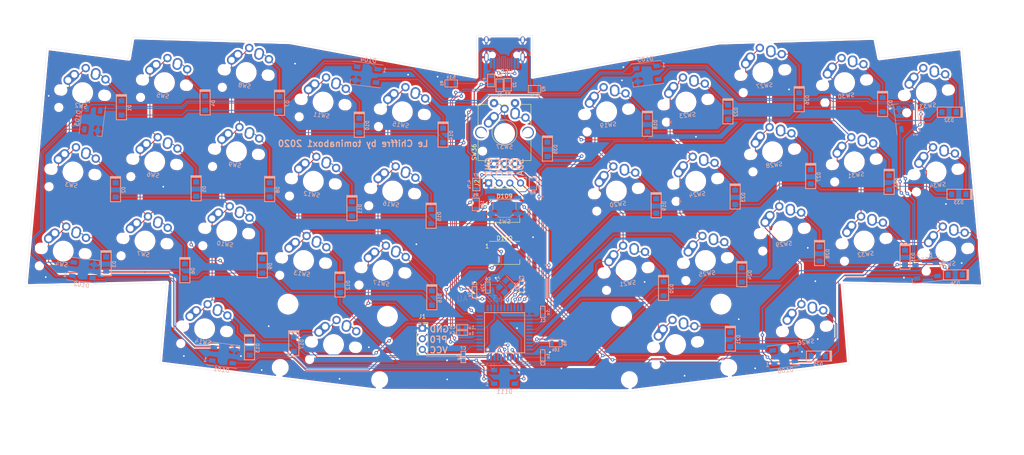
<source format=kicad_pcb>
(kicad_pcb (version 20171130) (host pcbnew "(5.1.10-1-10_14)")
  (layers (0 F.Cu signal) (31 B.Cu signal) (34 B.Paste user hide) (35 F.Paste user hide) (36 B.SilkS user) (37 F.SilkS user) (38 B.Mask user hide) (39 F.Mask user) (44 Edge.Cuts user))
  (net 0 "")
  (net 1 GND)
  (net 2 VCC)
  (net 3 "Net-(C3-Pad1)")
  (net 4 UCAP)
  (net 5 "Net-(C6-Pad1)")
  (net 6 "Net-(F1-Pad2)")
  (net 7 "Net-(U1-Pad42)")
  (net 8 col5)
  (net 9 row0)
  (net 10 row1)
  (net 11 col3)
  (net 12 "Net-(R6-Pad2)")
  (net 13 row2)
  (net 14 LED)
  (net 15 col1)
  (net 16 col0)
  (net 17 col7)
  (net 18 "Net-(U1-Pad26)")
  (net 19 col2)
  (net 20 row3)
  (net 21 "Net-(R5-Pad2)")
  (net 22 "Net-(U1-Pad12)")
  (net 23 col6)
  (net 24 col9)
  (net 25 col4)
  (net 26 col8)
  (net 27 /D+)
  (net 28 /D-)
  (net 29 "Net-(U1-Pad1)")
  (net 30 "Net-(USB1-Pad3)")
  (net 31 CC2)
  (net 32 CC1)
  (net 33 "Net-(USB1-Pad9)")
  (net 34 DN-)
  (net 35 DN+)
  (net 36 "Net-(D1-Pad1)")
  (net 37 "Net-(D2-Pad1)")
  (net 38 "Net-(D3-Pad1)")
  (net 39 "Net-(D4-Pad1)")
  (net 40 "Net-(D5-Pad1)")
  (net 41 "Net-(D6-Pad1)")
  (net 42 "Net-(D7-Pad1)")
  (net 43 "Net-(D8-Pad1)")
  (net 44 "Net-(D9-Pad1)")
  (net 45 "Net-(D10-Pad1)")
  (net 46 "Net-(D11-Pad1)")
  (net 47 "Net-(D12-Pad1)")
  (net 48 "Net-(D13-Pad1)")
  (net 49 "Net-(D14-Pad1)")
  (net 50 "Net-(D15-Pad1)")
  (net 51 "Net-(D16-Pad1)")
  (net 52 "Net-(D17-Pad1)")
  (net 53 "Net-(D18-Pad1)")
  (net 54 "Net-(D19-Pad1)")
  (net 55 "Net-(D20-Pad1)")
  (net 56 "Net-(D21-Pad1)")
  (net 57 "Net-(D22-Pad1)")
  (net 58 "Net-(D23-Pad1)")
  (net 59 "Net-(D24-Pad1)")
  (net 60 "Net-(D25-Pad1)")
  (net 61 "Net-(D26-Pad1)")
  (net 62 "Net-(D27-Pad1)")
  (net 63 "Net-(D28-Pad1)")
  (net 64 "Net-(D29-Pad1)")
  (net 65 "Net-(D30-Pad1)")
  (net 66 "Net-(D31-Pad1)")
  (net 67 "Net-(D32-Pad1)")
  (net 68 "Net-(D33-Pad1)")
  (net 69 "Net-(D34-Pad1)")
  (net 70 "Net-(D35-Pad1)")
  (net 71 SDA)
  (net 72 SCK)
  (net 73 EncA)
  (net 74 EncB)
  (net 75 "Net-(U1-Pad30)")
  (net 76 "Net-(U1-Pad37)")
  (net 77 "Net-(U1-Pad29)")
  (net 78 "Net-(D101-Pad2)")
  (net 79 "Net-(D102-Pad2)")
  (net 80 "Net-(D103-Pad2)")
  (net 81 "Net-(D104-Pad2)")
  (net 82 "Net-(D105-Pad2)")
  (net 83 "Net-(D106-Pad2)")
  (net 84 "Net-(D107-Pad2)")
  (net 85 "Net-(D108-Pad2)")
  (net 86 "Net-(D109-Pad2)")
  (net 87 "Net-(D110-Pad2)")
  (net 88 "Net-(D101-Pad4)")
  (module Rotary_Encoder:RotaryEncoder_Alps_EC12E-Switch_Vertical_H20mm_CircularMountingHoles (layer F.Cu) (at 135.565 67.44 90)
    (fp_text reference SW36 (at 2.8 -4.7 90) (layer F.SilkS))
    (fp_text value Rotary_Encoder_Switch)
    (pad A thru_hole rect (at 0 0 90) (size 2 2) (drill 1) (layers *.Cu *.Mask) (net 73 EncA))
    (pad C thru_hole circle (at 0 2.5 90) (size 2 2) (drill 1) (layers *.Cu *.Mask) (net 1 GND))
    (pad B thru_hole circle (at 0 5 90) (size 2 2) (drill 1) (layers *.Cu *.Mask) (net 74 EncB))
    (pad MP thru_hole circle (at 7.5 -3.1 90) (size 2.8 2.8) (drill 2.2) (layers *.Cu *.Mask))
    (pad MP thru_hole circle (at 7.5 8.1 90) (size 2.8 2.8) (drill 2.2) (layers *.Cu *.Mask))
    (pad S2 thru_hole circle (at 14.5 0 90) (size 2 2) (drill 1) (layers *.Cu *.Mask) (net 26 col8))
    (pad S1 thru_hole circle (at 14.5 5 90) (size 2 2) (drill 1) (layers *.Cu *.Mask) (net 70 "Net-(D35-Pad1)"))
  )
  (module Keebio-Parts:MX-Alps-Choc-1U-NoLED (layer F.Cu) (at 138.065 60.19)
    (fp_text reference SW37 (at 0 3.175) (layer B.SilkS) (effects (justify mirror)))
    (fp_text value SW_Push)
    (pad "" np_thru_hole circle (at -5.22 4.2 48.1) (size 1.2 1.2) (drill 1.2) (layers *.Cu *.Mask))
    (pad "" np_thru_hole circle (at 5.5 0 48.1) (size 1.7 1.7) (drill 1.7) (layers *.Cu *.Mask))
    (pad "" np_thru_hole circle (at -5.5 0 48.1) (size 1.7 1.7) (drill 1.7) (layers *.Cu *.Mask))
    (pad 2 thru_hole circle (at 0 -5.9) (size 2 2) (drill 1.2) (layers *.Cu *.Mask) (net 26 col8))
    (pad 1 thru_hole circle (at 5 -3.8) (size 2 2) (drill 1.2) (layers *.Cu *.Mask) (net 70 "Net-(D35-Pad1)"))
    (pad "" np_thru_hole circle (at 5.08 0 48.0996) (size 1.75 1.75) (drill 1.75) (layers *.Cu *.Mask))
    (pad "" np_thru_hole circle (at -5.08 0 48.0996) (size 1.75 1.75) (drill 1.75) (layers *.Cu *.Mask))
    (pad 2 thru_hole circle (at -2.5 -4) (size 2.25 2.25) (drill 1.47) (layers *.Cu *.Mask) (net 26 col8))
    (pad "" np_thru_hole circle (at 0 0) (size 3.9878 3.9878) (drill 3.9878) (layers *.Cu *.Mask))
    (pad 2 thru_hole oval (at -3.81 -2.54 48.1) (size 4.211556 2.25) (drill 1.47 (offset 0.980778 0)) (layers *.Cu *.Mask) (net 26 col8))
    (pad 1 thru_hole circle (at 2.54 -5.08) (size 2.25 2.25) (drill 1.47) (layers *.Cu *.Mask) (net 70 "Net-(D35-Pad1)"))
    (pad 1 thru_hole oval (at 2.5 -4.5 86.1) (size 2.831378 2.25) (drill 1.47 (offset 0.290689 0)) (layers *.Cu *.Mask) (net 70 "Net-(D35-Pad1)"))
  )
  (module LED_SMD:LED_WS2812B_PLCC4_5.0x5.0mm_P3.2mm (layer B.Cu) (at 138.065 118.29)
    (fp_text reference D111 (at 0 3.5) (layer B.SilkS) (effects (justify mirror)))
    (fp_text value WS2812B)
    (fp_text user 1 (at -4.15 1.6) (layer B.SilkS) (effects (justify mirror)))
    (pad 1 smd rect (at -2.45 1.6) (size 1.5 1) (layers B.Cu B.Paste B.Mask) (net 2 VCC))
    (pad 2 smd rect (at -2.45 -1.6) (size 1.5 1) (layers B.Cu B.Paste B.Mask) (net 88 "Net-(D101-Pad4)"))
    (pad 4 smd rect (at 2.45 1.6) (size 1.5 1) (layers B.Cu B.Paste B.Mask) (net 14 LED))
    (pad 3 smd rect (at 2.45 -1.6) (size 1.5 1) (layers B.Cu B.Paste B.Mask) (net 1 GND))
  )
  (module LED_SMD:LED_WS2812B_PLCC4_5.0x5.0mm_P3.2mm (layer F.Cu) (at 138.065 88.67)
    (fp_text reference D110 (at 0 -3.5) (layer F.SilkS))
    (fp_text value WS2812B)
    (fp_text user 1 (at -4.15 -1.6) (layer F.SilkS))
    (pad 1 smd rect (at -2.45 -1.6) (size 1.5 1) (layers F.Cu F.Paste F.Mask) (net 2 VCC))
    (pad 2 smd rect (at -2.45 1.6) (size 1.5 1) (layers F.Cu F.Paste F.Mask) (net 87 "Net-(D110-Pad2)"))
    (pad 4 smd rect (at 2.45 -1.6) (size 1.5 1) (layers F.Cu F.Paste F.Mask) (net 86 "Net-(D109-Pad2)"))
    (pad 3 smd rect (at 2.45 1.6) (size 1.5 1) (layers F.Cu F.Paste F.Mask) (net 1 GND))
  )
  (module LED_SMD:LED_WS2812B_PLCC4_5.0x5.0mm_P3.2mm (layer F.Cu) (at 138.065 78.64)
    (fp_text reference D109 (at 0 -3.5) (layer F.SilkS))
    (fp_text value WS2812B)
    (fp_text user 1 (at -4.15 -1.6) (layer F.SilkS))
    (pad 1 smd rect (at -2.45 -1.6) (size 1.5 1) (layers F.Cu F.Paste F.Mask) (net 2 VCC))
    (pad 2 smd rect (at -2.45 1.6) (size 1.5 1) (layers F.Cu F.Paste F.Mask) (net 86 "Net-(D109-Pad2)"))
    (pad 4 smd rect (at 2.45 -1.6) (size 1.5 1) (layers F.Cu F.Paste F.Mask) (net 85 "Net-(D108-Pad2)"))
    (pad 3 smd rect (at 2.45 1.6) (size 1.5 1) (layers F.Cu F.Paste F.Mask) (net 1 GND))
  )
  (module LED_SMD:LED_WS2812B_PLCC4_5.0x5.0mm_P3.2mm (layer B.Cu) (at 204.64 113.25 7)
    (fp_text reference D108 (at 0 3.5 7) (layer B.SilkS) (effects (justify mirror)))
    (fp_text value WS2812B)
    (fp_text user 1 (at -4.15 1.6 7) (layer B.SilkS) (effects (justify mirror)))
    (pad 1 smd rect (at -2.45 1.6 7) (size 1.5 1) (layers B.Cu B.Paste B.Mask) (net 2 VCC))
    (pad 2 smd rect (at -2.45 -1.6 7) (size 1.5 1) (layers B.Cu B.Paste B.Mask) (net 85 "Net-(D108-Pad2)"))
    (pad 4 smd rect (at 2.45 1.6 7) (size 1.5 1) (layers B.Cu B.Paste B.Mask) (net 84 "Net-(D107-Pad2)"))
    (pad 3 smd rect (at 2.45 -1.6 7) (size 1.5 1) (layers B.Cu B.Paste B.Mask) (net 1 GND))
  )
  (module LED_SMD:LED_WS2812B_PLCC4_5.0x5.0mm_P3.2mm (layer B.Cu) (at 238.66 92.89 187)
    (fp_text reference D107 (at 0 3.5 7) (layer B.SilkS) (effects (justify mirror)))
    (fp_text value WS2812B)
    (fp_text user 1 (at -4.15 1.6 7) (layer B.SilkS) (effects (justify mirror)))
    (pad 1 smd rect (at -2.45 1.6 187) (size 1.5 1) (layers B.Cu B.Paste B.Mask) (net 2 VCC))
    (pad 2 smd rect (at -2.45 -1.6 187) (size 1.5 1) (layers B.Cu B.Paste B.Mask) (net 84 "Net-(D107-Pad2)"))
    (pad 4 smd rect (at 2.45 1.6 187) (size 1.5 1) (layers B.Cu B.Paste B.Mask) (net 83 "Net-(D106-Pad2)"))
    (pad 3 smd rect (at 2.45 -1.6 187) (size 1.5 1) (layers B.Cu B.Paste B.Mask) (net 1 GND))
  )
  (module LED_SMD:LED_WS2812B_PLCC4_5.0x5.0mm_P3.2mm (layer B.Cu) (at 233.96 56.54 97)
    (fp_text reference D106 (at 0 3.5 97) (layer B.SilkS) (effects (justify mirror)))
    (fp_text value WS2812B)
    (fp_text user 1 (at -4.15 1.6 97) (layer B.SilkS) (effects (justify mirror)))
    (pad 1 smd rect (at -2.45 1.6 97) (size 1.5 1) (layers B.Cu B.Paste B.Mask) (net 2 VCC))
    (pad 2 smd rect (at -2.45 -1.6 97) (size 1.5 1) (layers B.Cu B.Paste B.Mask) (net 83 "Net-(D106-Pad2)"))
    (pad 4 smd rect (at 2.45 1.6 97) (size 1.5 1) (layers B.Cu B.Paste B.Mask) (net 82 "Net-(D105-Pad2)"))
    (pad 3 smd rect (at 2.45 -1.6 97) (size 1.5 1) (layers B.Cu B.Paste B.Mask) (net 1 GND))
  )
  (module LED_SMD:LED_WS2812B_PLCC4_5.0x5.0mm_P3.2mm (layer B.Cu) (at 172.08 45.93 187)
    (fp_text reference D105 (at 0 3.5 7) (layer B.SilkS) (effects (justify mirror)))
    (fp_text value WS2812B)
    (fp_text user 1 (at -4.15 1.6 7) (layer B.SilkS) (effects (justify mirror)))
    (pad 1 smd rect (at -2.45 1.6 187) (size 1.5 1) (layers B.Cu B.Paste B.Mask) (net 2 VCC))
    (pad 2 smd rect (at -2.45 -1.6 187) (size 1.5 1) (layers B.Cu B.Paste B.Mask) (net 82 "Net-(D105-Pad2)"))
    (pad 4 smd rect (at 2.45 1.6 187) (size 1.5 1) (layers B.Cu B.Paste B.Mask) (net 81 "Net-(D104-Pad2)"))
    (pad 3 smd rect (at 2.45 -1.6 187) (size 1.5 1) (layers B.Cu B.Paste B.Mask) (net 1 GND))
  )
  (module LED_SMD:LED_WS2812B_PLCC4_5.0x5.0mm_P3.2mm (layer B.Cu) (at 105.18 46.13 173)
    (fp_text reference D104 (at 0 3.5 173) (layer B.SilkS) (effects (justify mirror)))
    (fp_text value WS2812B)
    (fp_text user 1 (at -4.15 1.6 173) (layer B.SilkS) (effects (justify mirror)))
    (pad 1 smd rect (at -2.45 1.6 173) (size 1.5 1) (layers B.Cu B.Paste B.Mask) (net 2 VCC))
    (pad 2 smd rect (at -2.45 -1.6 173) (size 1.5 1) (layers B.Cu B.Paste B.Mask) (net 81 "Net-(D104-Pad2)"))
    (pad 4 smd rect (at 2.45 1.6 173) (size 1.5 1) (layers B.Cu B.Paste B.Mask) (net 80 "Net-(D103-Pad2)"))
    (pad 3 smd rect (at 2.45 -1.6 173) (size 1.5 1) (layers B.Cu B.Paste B.Mask) (net 1 GND))
  )
  (module LED_SMD:LED_WS2812B_PLCC4_5.0x5.0mm_P3.2mm (layer B.Cu) (at 39.8 56.93 263)
    (fp_text reference D103 (at 0 3.5 83) (layer B.SilkS) (effects (justify mirror)))
    (fp_text value WS2812B)
    (fp_text user 1 (at -4.15 1.6 83) (layer B.SilkS) (effects (justify mirror)))
    (pad 1 smd rect (at -2.45 1.6 263) (size 1.5 1) (layers B.Cu B.Paste B.Mask) (net 2 VCC))
    (pad 2 smd rect (at -2.45 -1.6 263) (size 1.5 1) (layers B.Cu B.Paste B.Mask) (net 80 "Net-(D103-Pad2)"))
    (pad 4 smd rect (at 2.45 1.6 263) (size 1.5 1) (layers B.Cu B.Paste B.Mask) (net 79 "Net-(D102-Pad2)"))
    (pad 3 smd rect (at 2.45 -1.6 263) (size 1.5 1) (layers B.Cu B.Paste B.Mask) (net 1 GND))
  )
  (module LED_SMD:LED_WS2812B_PLCC4_5.0x5.0mm_P3.2mm (layer B.Cu) (at 37.62 92.81 353)
    (fp_text reference D102 (at 0 3.5 173) (layer B.SilkS) (effects (justify mirror)))
    (fp_text value WS2812B)
    (fp_text user 1 (at -4.15 1.6 173) (layer B.SilkS) (effects (justify mirror)))
    (pad 1 smd rect (at -2.45 1.6 353) (size 1.5 1) (layers B.Cu B.Paste B.Mask) (net 2 VCC))
    (pad 2 smd rect (at -2.45 -1.6 353) (size 1.5 1) (layers B.Cu B.Paste B.Mask) (net 79 "Net-(D102-Pad2)"))
    (pad 4 smd rect (at 2.45 1.6 353) (size 1.5 1) (layers B.Cu B.Paste B.Mask) (net 78 "Net-(D101-Pad2)"))
    (pad 3 smd rect (at 2.45 -1.6 353) (size 1.5 1) (layers B.Cu B.Paste B.Mask) (net 1 GND))
  )
  (module LED_SMD:LED_WS2812B_PLCC4_5.0x5.0mm_P3.2mm (layer B.Cu) (at 71.02 113.09 353)
    (fp_text reference D101 (at 0 3.5 173) (layer B.SilkS) (effects (justify mirror)))
    (fp_text value WS2812B)
    (fp_text user 1 (at -4.15 1.6 173) (layer B.SilkS) (effects (justify mirror)))
    (pad 1 smd rect (at -2.45 1.6 353) (size 1.5 1) (layers B.Cu B.Paste B.Mask) (net 2 VCC))
    (pad 2 smd rect (at -2.45 -1.6 353) (size 1.5 1) (layers B.Cu B.Paste B.Mask) (net 78 "Net-(D101-Pad2)"))
    (pad 4 smd rect (at 2.45 1.6 353) (size 1.5 1) (layers B.Cu B.Paste B.Mask) (net 88 "Net-(D101-Pad4)"))
    (pad 3 smd rect (at 2.45 -1.6 353) (size 1.5 1) (layers B.Cu B.Paste B.Mask) (net 1 GND))
  )
  (module Keebio-Parts:R_0805 (layer B.Cu) (at 144.84 72.16 90)
    (fp_text reference R8 (at -2.2 0 180) (layer B.SilkS) (effects (font (size 0.7 0.7)) (justify mirror)))
    (fp_text value 4.7k (at -0.15 1.57 90) (layer B.SilkS) (effects (font (size 0.7 0.7)) (justify mirror)))
    (pad 1 smd rect (at -0.95 0 90) (size 0.7 1.3) (layers B.Cu B.Paste B.Mask) (net 72 SCK) (clearance 0.1))
    (pad 2 smd rect (at 0.95 0 90) (size 0.7 1.3) (layers B.Cu B.Paste B.Mask) (net 2 VCC) (clearance 0.1))
  )
  (module Keebio-Parts:R_0805 (layer B.Cu) (at 131.36 72.34 270)
    (fp_text reference R7 (at -2.2 0 180) (layer B.SilkS) (effects (font (size 0.7 0.7)) (justify mirror)))
    (fp_text value 4.7k (at 0.01 1.68 90) (layer B.SilkS) (effects (font (size 0.7 0.7)) (justify mirror)))
    (pad 1 smd rect (at -0.95 0 270) (size 0.7 1.3) (layers B.Cu B.Paste B.Mask) (net 71 SDA) (clearance 0.1))
    (pad 2 smd rect (at 0.95 0 270) (size 0.7 1.3) (layers B.Cu B.Paste B.Mask) (net 2 VCC) (clearance 0.1))
  )
  (module Keebio-Parts:MX-Alps-Choc-1U-NoLED (layer F.Cu) (at 162.411777 54.988466 7)
    (fp_text reference SW19 (at 0 3.175 7) (layer B.SilkS) (effects (justify mirror)))
    (fp_text value SW_Push)
    (pad "" np_thru_hole circle (at -5.22 4.2 55.1) (size 1.2 1.2) (drill 1.2) (layers *.Cu *.Mask))
    (pad "" np_thru_hole circle (at 5.5 0 55.1) (size 1.7 1.7) (drill 1.7) (layers *.Cu *.Mask))
    (pad "" np_thru_hole circle (at -5.5 0 55.1) (size 1.7 1.7) (drill 1.7) (layers *.Cu *.Mask))
    (pad 2 thru_hole circle (at 0 -5.9 7) (size 2 2) (drill 1.2) (layers *.Cu *.Mask) (net 8 col5))
    (pad 1 thru_hole circle (at 5 -3.8 7) (size 2 2) (drill 1.2) (layers *.Cu *.Mask) (net 53 "Net-(D18-Pad1)"))
    (pad "" np_thru_hole circle (at 5.08 0 55.0996) (size 1.75 1.75) (drill 1.75) (layers *.Cu *.Mask))
    (pad "" np_thru_hole circle (at -5.08 0 55.0996) (size 1.75 1.75) (drill 1.75) (layers *.Cu *.Mask))
    (pad 2 thru_hole circle (at -2.5 -4 7) (size 2.25 2.25) (drill 1.47) (layers *.Cu *.Mask) (net 8 col5))
    (pad "" np_thru_hole circle (at 0 0 7) (size 3.9878 3.9878) (drill 3.9878) (layers *.Cu *.Mask))
    (pad 2 thru_hole oval (at -3.81 -2.54 55.1) (size 4.211556 2.25) (drill 1.47 (offset 0.980778 0)) (layers *.Cu *.Mask) (net 8 col5))
    (pad 1 thru_hole circle (at 2.54 -5.08 7) (size 2.25 2.25) (drill 1.47) (layers *.Cu *.Mask) (net 53 "Net-(D18-Pad1)"))
    (pad 1 thru_hole oval (at 2.5 -4.5 93.1) (size 2.831378 2.25) (drill 1.47 (offset 0.290689 0)) (layers *.Cu *.Mask) (net 53 "Net-(D18-Pad1)"))
  )
  (module Connector_PinSocket_2.54mm:PinSocket_1x03_P2.54mm_Vertical (layer F.Cu) (at 118.47 106.64)
    (fp_text reference J1 (at 0 -2.77) (layer F.SilkS))
    (fp_text value Conn_01x03_Female)
    (pad 3 thru_hole oval (at 0 5.08) (size 1.7 1.7) (drill 1) (layers *.Cu *.Mask) (net 2 VCC))
    (pad 2 thru_hole oval (at 0 2.54) (size 1.7 1.7) (drill 1) (layers *.Cu *.Mask) (net 87 "Net-(D110-Pad2)"))
    (pad 1 thru_hole rect (at 0 0) (size 1.7 1.7) (drill 1) (layers *.Cu *.Mask) (net 1 GND))
  )
  (module Keebio-Parts:MX-Alps-Choc-2U-StabFlip (layer F.Cu) (at 178.830612 110.551673 7)
    (fp_text reference SW22)
    (fp_text value SW_Push)
    (pad "" np_thru_hole circle (at -11.938 6.985 7) (size 3.048 3.048) (drill 3.048) (layers *.Cu *.Mask))
    (pad "" np_thru_hole circle (at -11.938 -8.255 7) (size 3.9878 3.9878) (drill 3.9878) (layers *.Cu *.Mask))
    (pad "" np_thru_hole circle (at 11.938 6.985 7) (size 3.048 3.048) (drill 3.048) (layers *.Cu *.Mask))
    (pad "" np_thru_hole circle (at 11.938 -8.255 7) (size 3.9878 3.9878) (drill 3.9878) (layers *.Cu *.Mask))
    (pad "" np_thru_hole circle (at -5.22 4.2 55.1) (size 1.2 1.2) (drill 1.2) (layers *.Cu *.Mask))
    (pad "" np_thru_hole circle (at 5.5 0 55.1) (size 1.7 1.7) (drill 1.7) (layers *.Cu *.Mask))
    (pad "" np_thru_hole circle (at -5.5 0 55.1) (size 1.7 1.7) (drill 1.7) (layers *.Cu *.Mask))
    (pad 2 thru_hole circle (at 0 -5.9 7) (size 2 2) (drill 1.2) (layers *.Cu *.Mask) (net 8 col5))
    (pad 1 thru_hole circle (at 5 -3.8 7) (size 2 2) (drill 1.2) (layers *.Cu *.Mask) (net 56 "Net-(D21-Pad1)"))
    (pad "" np_thru_hole circle (at 5.08 0 55.0996) (size 1.75 1.75) (drill 1.75) (layers *.Cu *.Mask))
    (pad "" np_thru_hole circle (at -5.08 0 55.0996) (size 1.75 1.75) (drill 1.75) (layers *.Cu *.Mask))
    (pad 2 thru_hole circle (at -2.5 -4 7) (size 2.25 2.25) (drill 1.47) (layers *.Cu *.Mask) (net 8 col5))
    (pad "" np_thru_hole circle (at 0 0 7) (size 3.9878 3.9878) (drill 3.9878) (layers *.Cu *.Mask))
    (pad 2 thru_hole oval (at -3.81 -2.54 55.1) (size 4.211556 2.25) (drill 1.47 (offset 0.980778 0)) (layers *.Cu *.Mask) (net 8 col5))
    (pad 1 thru_hole circle (at 2.54 -5.08 7) (size 2.25 2.25) (drill 1.47) (layers *.Cu *.Mask) (net 56 "Net-(D21-Pad1)"))
    (pad 1 thru_hole oval (at 2.5 -4.5 93.1) (size 2.831378 2.25) (drill 1.47 (offset 0.290689 0)) (layers *.Cu *.Mask) (net 56 "Net-(D21-Pad1)"))
  )
  (module Keebio-Parts:MX-Alps-Choc-2U-StabFlip (layer F.Cu) (at 97.299388 110.551673 353)
    (fp_text reference SW18)
    (fp_text value SW_Push)
    (pad "" np_thru_hole circle (at -11.938 6.985 353) (size 3.048 3.048) (drill 3.048) (layers *.Cu *.Mask))
    (pad "" np_thru_hole circle (at -11.938 -8.255 353) (size 3.9878 3.9878) (drill 3.9878) (layers *.Cu *.Mask))
    (pad "" np_thru_hole circle (at 11.938 6.985 353) (size 3.048 3.048) (drill 3.048) (layers *.Cu *.Mask))
    (pad "" np_thru_hole circle (at 11.938 -8.255 353) (size 3.9878 3.9878) (drill 3.9878) (layers *.Cu *.Mask))
    (pad "" np_thru_hole circle (at -5.22 4.2 41.1) (size 1.2 1.2) (drill 1.2) (layers *.Cu *.Mask))
    (pad "" np_thru_hole circle (at 5.5 0 41.1) (size 1.7 1.7) (drill 1.7) (layers *.Cu *.Mask))
    (pad "" np_thru_hole circle (at -5.5 0 41.1) (size 1.7 1.7) (drill 1.7) (layers *.Cu *.Mask))
    (pad 1 thru_hole circle (at 0 -5.9 353) (size 2 2) (drill 1.2) (layers *.Cu *.Mask) (net 52 "Net-(D17-Pad1)"))
    (pad 2 thru_hole circle (at 5 -3.8 353) (size 2 2) (drill 1.2) (layers *.Cu *.Mask) (net 25 col4))
    (pad "" np_thru_hole circle (at 5.08 0 41.0996) (size 1.75 1.75) (drill 1.75) (layers *.Cu *.Mask))
    (pad "" np_thru_hole circle (at -5.08 0 41.0996) (size 1.75 1.75) (drill 1.75) (layers *.Cu *.Mask))
    (pad 1 thru_hole circle (at -2.5 -4 353) (size 2.25 2.25) (drill 1.47) (layers *.Cu *.Mask) (net 52 "Net-(D17-Pad1)"))
    (pad "" np_thru_hole circle (at 0 0 353) (size 3.9878 3.9878) (drill 3.9878) (layers *.Cu *.Mask))
    (pad 1 thru_hole oval (at -3.81 -2.54 41.1) (size 4.211556 2.25) (drill 1.47 (offset 0.980778 0)) (layers *.Cu *.Mask) (net 52 "Net-(D17-Pad1)"))
    (pad 2 thru_hole circle (at 2.54 -5.08 353) (size 2.25 2.25) (drill 1.47) (layers *.Cu *.Mask) (net 25 col4))
    (pad 2 thru_hole oval (at 2.5 -4.5 79.1) (size 2.831378 2.25) (drill 1.47 (offset 0.290689 0)) (layers *.Cu *.Mask) (net 25 col4))
  )
  (module Connector_PinSocket_2.54mm:PinSocket_1x04_P2.54mm_Vertical (layer F.Cu) (at 134.265 72 90)
    (fp_text reference J2 (at 0 -2.77 90) (layer F.SilkS))
    (fp_text value Conn_01x04_Female)
    (pad 4 thru_hole oval (at 0 7.62 90) (size 1.7 1.7) (drill 1) (layers *.Cu *.Mask) (net 71 SDA))
    (pad 3 thru_hole oval (at 0 5.08 90) (size 1.7 1.7) (drill 1) (layers *.Cu *.Mask) (net 72 SCK))
    (pad 2 thru_hole oval (at 0 2.54 90) (size 1.7 1.7) (drill 1) (layers *.Cu *.Mask) (net 2 VCC))
    (pad 1 thru_hole rect (at 0 0 90) (size 1.7 1.7) (drill 1) (layers *.Cu *.Mask) (net 1 GND))
  )
  (module Keebio-Parts:D_SOD123 (layer B.Cu) (at 148.29 63.96 270)
    (fp_text reference D35 (at 0 -1.925 90) (layer B.SilkS) (effects (font (size 0.8 0.8)) (justify mirror)))
    (fp_text value 1N4148 hide)
    (pad 1 smd rect (at -1.7 0 270) (size 1.2 1.4) (layers B.Cu B.Paste B.Mask) (net 70 "Net-(D35-Pad1)"))
    (pad 2 smd rect (at 1.7 0 270) (size 1.2 1.4) (layers B.Cu B.Paste B.Mask) (net 20 row3))
  )
  (module Keebio-Parts:D_SOD123 (layer B.Cu) (at 245.51 93.92 180)
    (fp_text reference D34 (at 0 -1.925) (layer B.SilkS) (effects (font (size 0.8 0.8)) (justify mirror)))
    (fp_text value 1N4148 hide)
    (pad 1 smd rect (at -1.7 0 180) (size 1.2 1.4) (layers B.Cu B.Paste B.Mask) (net 69 "Net-(D34-Pad1)"))
    (pad 2 smd rect (at 1.7 0 180) (size 1.2 1.4) (layers B.Cu B.Paste B.Mask) (net 13 row2))
  )
  (module Keebio-Parts:D_SOD123 (layer B.Cu) (at 246.36 74.69 180)
    (fp_text reference D33 (at 0 -1.925) (layer B.SilkS) (effects (font (size 0.8 0.8)) (justify mirror)))
    (fp_text value 1N4148 hide)
    (pad 1 smd rect (at -1.7 0 180) (size 1.2 1.4) (layers B.Cu B.Paste B.Mask) (net 68 "Net-(D33-Pad1)"))
    (pad 2 smd rect (at 1.7 0 180) (size 1.2 1.4) (layers B.Cu B.Paste B.Mask) (net 10 row1))
  )
  (module Keebio-Parts:D_SOD123 (layer B.Cu) (at 244.05 55.09 180)
    (fp_text reference D32 (at 0 -1.925) (layer B.SilkS) (effects (font (size 0.8 0.8)) (justify mirror)))
    (fp_text value 1N4148 hide)
    (pad 1 smd rect (at -1.7 0 180) (size 1.2 1.4) (layers B.Cu B.Paste B.Mask) (net 67 "Net-(D32-Pad1)"))
    (pad 2 smd rect (at 1.7 0 180) (size 1.2 1.4) (layers B.Cu B.Paste B.Mask) (net 9 row0))
  )
  (module Keebio-Parts:D_SOD123 (layer B.Cu) (at 233.56 89.76 270)
    (fp_text reference D31 (at 0 -1.925 90) (layer B.SilkS) (effects (font (size 0.8 0.8)) (justify mirror)))
    (fp_text value 1N4148 hide)
    (pad 1 smd rect (at -1.7 0 270) (size 1.2 1.4) (layers B.Cu B.Paste B.Mask) (net 66 "Net-(D31-Pad1)"))
    (pad 2 smd rect (at 1.7 0 270) (size 1.2 1.4) (layers B.Cu B.Paste B.Mask) (net 13 row2))
  )
  (module Keebio-Parts:D_SOD123 (layer B.Cu) (at 229.76 71.9 270)
    (fp_text reference D30 (at 0 -1.925 90) (layer B.SilkS) (effects (font (size 0.8 0.8)) (justify mirror)))
    (fp_text value 1N4148 hide)
    (pad 1 smd rect (at -1.7 0 270) (size 1.2 1.4) (layers B.Cu B.Paste B.Mask) (net 65 "Net-(D30-Pad1)"))
    (pad 2 smd rect (at 1.7 0 270) (size 1.2 1.4) (layers B.Cu B.Paste B.Mask) (net 10 row1))
  )
  (module Keebio-Parts:D_SOD123 (layer B.Cu) (at 228.21 53.32 270)
    (fp_text reference D29 (at 0 -1.925 90) (layer B.SilkS) (effects (font (size 0.8 0.8)) (justify mirror)))
    (fp_text value 1N4148 hide)
    (pad 1 smd rect (at -1.7 0 270) (size 1.2 1.4) (layers B.Cu B.Paste B.Mask) (net 64 "Net-(D29-Pad1)"))
    (pad 2 smd rect (at 1.7 0 270) (size 1.2 1.4) (layers B.Cu B.Paste B.Mask) (net 9 row0))
  )
  (module Keebio-Parts:D_SOD123 (layer B.Cu) (at 213.16 88.89 270)
    (fp_text reference D28 (at 0 -1.925 90) (layer B.SilkS) (effects (font (size 0.8 0.8)) (justify mirror)))
    (fp_text value 1N4148 hide)
    (pad 1 smd rect (at -1.7 0 270) (size 1.2 1.4) (layers B.Cu B.Paste B.Mask) (net 63 "Net-(D28-Pad1)"))
    (pad 2 smd rect (at 1.7 0 270) (size 1.2 1.4) (layers B.Cu B.Paste B.Mask) (net 13 row2))
  )
  (module Keebio-Parts:D_SOD123 (layer B.Cu) (at 211.06 70.52 270)
    (fp_text reference D27 (at 0 -1.925 90) (layer B.SilkS) (effects (font (size 0.8 0.8)) (justify mirror)))
    (fp_text value 1N4148 hide)
    (pad 1 smd rect (at -1.7 0 270) (size 1.2 1.4) (layers B.Cu B.Paste B.Mask) (net 62 "Net-(D27-Pad1)"))
    (pad 2 smd rect (at 1.7 0 270) (size 1.2 1.4) (layers B.Cu B.Paste B.Mask) (net 10 row1))
  )
  (module Keebio-Parts:D_SOD123 (layer B.Cu) (at 208.32 52.18 270)
    (fp_text reference D26 (at 0 -1.925 90) (layer B.SilkS) (effects (font (size 0.8 0.8)) (justify mirror)))
    (fp_text value 1N4148 hide)
    (pad 1 smd rect (at -1.7 0 270) (size 1.2 1.4) (layers B.Cu B.Paste B.Mask) (net 61 "Net-(D26-Pad1)"))
    (pad 2 smd rect (at 1.7 0 270) (size 1.2 1.4) (layers B.Cu B.Paste B.Mask) (net 9 row0))
  )
  (module Keebio-Parts:D_SOD123 (layer B.Cu) (at 212.85 113.3 180)
    (fp_text reference D25 (at 0 -1.925) (layer B.SilkS) (effects (font (size 0.8 0.8)) (justify mirror)))
    (fp_text value 1N4148 hide)
    (pad 1 smd rect (at -1.7 0 180) (size 1.2 1.4) (layers B.Cu B.Paste B.Mask) (net 60 "Net-(D25-Pad1)"))
    (pad 2 smd rect (at 1.7 0 180) (size 1.2 1.4) (layers B.Cu B.Paste B.Mask) (net 20 row3))
  )
  (module Keebio-Parts:D_SOD123 (layer B.Cu) (at 194.62 93.93 270)
    (fp_text reference D24 (at 0 -1.925 90) (layer B.SilkS) (effects (font (size 0.8 0.8)) (justify mirror)))
    (fp_text value 1N4148 hide)
    (pad 1 smd rect (at -1.7 0 270) (size 1.2 1.4) (layers B.Cu B.Paste B.Mask) (net 59 "Net-(D24-Pad1)"))
    (pad 2 smd rect (at 1.7 0 270) (size 1.2 1.4) (layers B.Cu B.Paste B.Mask) (net 13 row2))
  )
  (module Keebio-Parts:D_SOD123 (layer B.Cu) (at 193.06 75.41 270)
    (fp_text reference D23 (at 0 -1.925 90) (layer B.SilkS) (effects (font (size 0.8 0.8)) (justify mirror)))
    (fp_text value 1N4148 hide)
    (pad 1 smd rect (at -1.7 0 270) (size 1.2 1.4) (layers B.Cu B.Paste B.Mask) (net 58 "Net-(D23-Pad1)"))
    (pad 2 smd rect (at 1.7 0 270) (size 1.2 1.4) (layers B.Cu B.Paste B.Mask) (net 10 row1))
  )
  (module Keebio-Parts:D_SOD123 (layer B.Cu) (at 191.32 55.07 270)
    (fp_text reference D22 (at 0 -1.925 90) (layer B.SilkS) (effects (font (size 0.8 0.8)) (justify mirror)))
    (fp_text value 1N4148 hide)
    (pad 1 smd rect (at -1.7 0 270) (size 1.2 1.4) (layers B.Cu B.Paste B.Mask) (net 57 "Net-(D22-Pad1)"))
    (pad 2 smd rect (at 1.7 0 270) (size 1.2 1.4) (layers B.Cu B.Paste B.Mask) (net 9 row0))
  )
  (module Keebio-Parts:D_SOD123 (layer B.Cu) (at 191.9 109.35 270)
    (fp_text reference D21 (at 0 -1.925 90) (layer B.SilkS) (effects (font (size 0.8 0.8)) (justify mirror)))
    (fp_text value 1N4148 hide)
    (pad 1 smd rect (at -1.7 0 270) (size 1.2 1.4) (layers B.Cu B.Paste B.Mask) (net 56 "Net-(D21-Pad1)"))
    (pad 2 smd rect (at 1.7 0 270) (size 1.2 1.4) (layers B.Cu B.Paste B.Mask) (net 20 row3))
  )
  (module Keebio-Parts:D_SOD123 (layer B.Cu) (at 175.98 97.22 270)
    (fp_text reference D20 (at 0 -1.925 90) (layer B.SilkS) (effects (font (size 0.8 0.8)) (justify mirror)))
    (fp_text value 1N4148 hide)
    (pad 1 smd rect (at -1.7 0 270) (size 1.2 1.4) (layers B.Cu B.Paste B.Mask) (net 55 "Net-(D20-Pad1)"))
    (pad 2 smd rect (at 1.7 0 270) (size 1.2 1.4) (layers B.Cu B.Paste B.Mask) (net 13 row2))
  )
  (module Keebio-Parts:D_SOD123 (layer B.Cu) (at 174.22 77.48 270)
    (fp_text reference D19 (at 0 -1.925 90) (layer B.SilkS) (effects (font (size 0.8 0.8)) (justify mirror)))
    (fp_text value 1N4148 hide)
    (pad 1 smd rect (at -1.7 0 270) (size 1.2 1.4) (layers B.Cu B.Paste B.Mask) (net 54 "Net-(D19-Pad1)"))
    (pad 2 smd rect (at 1.7 0 270) (size 1.2 1.4) (layers B.Cu B.Paste B.Mask) (net 10 row1))
  )
  (module Keebio-Parts:D_SOD123 (layer B.Cu) (at 172.12 58.05 270)
    (fp_text reference D18 (at 0 -1.925 90) (layer B.SilkS) (effects (font (size 0.8 0.8)) (justify mirror)))
    (fp_text value 1N4148 hide)
    (pad 1 smd rect (at -1.7 0 270) (size 1.2 1.4) (layers B.Cu B.Paste B.Mask) (net 53 "Net-(D18-Pad1)"))
    (pad 2 smd rect (at 1.7 0 270) (size 1.2 1.4) (layers B.Cu B.Paste B.Mask) (net 9 row0))
  )
  (module Keebio-Parts:D_SOD123 (layer B.Cu) (at 87.82 110.44 270)
    (fp_text reference D17 (at 0 -1.925 90) (layer B.SilkS) (effects (font (size 0.8 0.8)) (justify mirror)))
    (fp_text value 1N4148 hide)
    (pad 1 smd rect (at -1.7 0 270) (size 1.2 1.4) (layers B.Cu B.Paste B.Mask) (net 52 "Net-(D17-Pad1)"))
    (pad 2 smd rect (at 1.7 0 270) (size 1.2 1.4) (layers B.Cu B.Paste B.Mask) (net 20 row3))
  )
  (module Keebio-Parts:D_SOD123 (layer B.Cu) (at 120.73 99.45 270)
    (fp_text reference D16 (at 0 -1.925 90) (layer B.SilkS) (effects (font (size 0.8 0.8)) (justify mirror)))
    (fp_text value 1N4148 hide)
    (pad 1 smd rect (at -1.7 0 270) (size 1.2 1.4) (layers B.Cu B.Paste B.Mask) (net 51 "Net-(D16-Pad1)"))
    (pad 2 smd rect (at 1.7 0 270) (size 1.2 1.4) (layers B.Cu B.Paste B.Mask) (net 13 row2))
  )
  (module Keebio-Parts:D_SOD123 (layer B.Cu) (at 120.58 79.98 270)
    (fp_text reference D15 (at 0 -1.925 90) (layer B.SilkS) (effects (font (size 0.8 0.8)) (justify mirror)))
    (fp_text value 1N4148 hide)
    (pad 1 smd rect (at -1.7 0 270) (size 1.2 1.4) (layers B.Cu B.Paste B.Mask) (net 50 "Net-(D15-Pad1)"))
    (pad 2 smd rect (at 1.7 0 270) (size 1.2 1.4) (layers B.Cu B.Paste B.Mask) (net 10 row1))
  )
  (module Keebio-Parts:D_SOD123 (layer B.Cu) (at 123.43 60.62 270)
    (fp_text reference D14 (at 0 -1.925 90) (layer B.SilkS) (effects (font (size 0.8 0.8)) (justify mirror)))
    (fp_text value 1N4148 hide)
    (pad 1 smd rect (at -1.7 0 270) (size 1.2 1.4) (layers B.Cu B.Paste B.Mask) (net 49 "Net-(D14-Pad1)"))
    (pad 2 smd rect (at 1.7 0 270) (size 1.2 1.4) (layers B.Cu B.Paste B.Mask) (net 9 row0))
  )
  (module Keebio-Parts:D_SOD123 (layer B.Cu) (at 77.29 111.39 270)
    (fp_text reference D13 (at 0 -1.925 90) (layer B.SilkS) (effects (font (size 0.8 0.8)) (justify mirror)))
    (fp_text value 1N4148 hide)
    (pad 1 smd rect (at -1.7 0 270) (size 1.2 1.4) (layers B.Cu B.Paste B.Mask) (net 48 "Net-(D13-Pad1)"))
    (pad 2 smd rect (at 1.7 0 270) (size 1.2 1.4) (layers B.Cu B.Paste B.Mask) (net 20 row3))
  )
  (module Keebio-Parts:D_SOD123 (layer B.Cu) (at 98.83 96.41 270)
    (fp_text reference D12 (at 0 -1.925 90) (layer B.SilkS) (effects (font (size 0.8 0.8)) (justify mirror)))
    (fp_text value 1N4148 hide)
    (pad 1 smd rect (at -1.7 0 270) (size 1.2 1.4) (layers B.Cu B.Paste B.Mask) (net 47 "Net-(D12-Pad1)"))
    (pad 2 smd rect (at 1.7 0 270) (size 1.2 1.4) (layers B.Cu B.Paste B.Mask) (net 13 row2))
  )
  (module Keebio-Parts:D_SOD123 (layer B.Cu) (at 101.69 78.17 270)
    (fp_text reference D11 (at 0 -1.925 90) (layer B.SilkS) (effects (font (size 0.8 0.8)) (justify mirror)))
    (fp_text value 1N4148 hide)
    (pad 1 smd rect (at -1.7 0 270) (size 1.2 1.4) (layers B.Cu B.Paste B.Mask) (net 46 "Net-(D11-Pad1)"))
    (pad 2 smd rect (at 1.7 0 270) (size 1.2 1.4) (layers B.Cu B.Paste B.Mask) (net 10 row1))
  )
  (module Keebio-Parts:D_SOD123 (layer B.Cu) (at 103.44 58.26 270)
    (fp_text reference D10 (at 0 -1.925 90) (layer B.SilkS) (effects (font (size 0.8 0.8)) (justify mirror)))
    (fp_text value 1N4148 hide)
    (pad 1 smd rect (at -1.7 0 270) (size 1.2 1.4) (layers B.Cu B.Paste B.Mask) (net 45 "Net-(D10-Pad1)"))
    (pad 2 smd rect (at 1.7 0 270) (size 1.2 1.4) (layers B.Cu B.Paste B.Mask) (net 9 row0))
  )
  (module Keebio-Parts:D_SOD123 (layer B.Cu) (at 80.31 91.79 270)
    (fp_text reference D9 (at 0 -1.925 90) (layer B.SilkS) (effects (font (size 0.8 0.8)) (justify mirror)))
    (fp_text value 1N4148 hide)
    (pad 1 smd rect (at -1.7 0 270) (size 1.2 1.4) (layers B.Cu B.Paste B.Mask) (net 44 "Net-(D9-Pad1)"))
    (pad 2 smd rect (at 1.7 0 270) (size 1.2 1.4) (layers B.Cu B.Paste B.Mask) (net 13 row2))
  )
  (module Keebio-Parts:D_SOD123 (layer B.Cu) (at 82.08 73.62 270)
    (fp_text reference D8 (at 0 -1.925 90) (layer B.SilkS) (effects (font (size 0.8 0.8)) (justify mirror)))
    (fp_text value 1N4148 hide)
    (pad 1 smd rect (at -1.7 0 270) (size 1.2 1.4) (layers B.Cu B.Paste B.Mask) (net 43 "Net-(D8-Pad1)"))
    (pad 2 smd rect (at 1.7 0 270) (size 1.2 1.4) (layers B.Cu B.Paste B.Mask) (net 10 row1))
  )
  (module Keebio-Parts:D_SOD123 (layer B.Cu) (at 84.42 53.03 270)
    (fp_text reference D7 (at 0 -1.925 90) (layer B.SilkS) (effects (font (size 0.8 0.8)) (justify mirror)))
    (fp_text value 1N4148 hide)
    (pad 1 smd rect (at -1.7 0 270) (size 1.2 1.4) (layers B.Cu B.Paste B.Mask) (net 42 "Net-(D7-Pad1)"))
    (pad 2 smd rect (at 1.7 0 270) (size 1.2 1.4) (layers B.Cu B.Paste B.Mask) (net 9 row0))
  )
  (module Keebio-Parts:D_SOD123 (layer B.Cu) (at 61.86 92.98 270)
    (fp_text reference D6 (at 0 -1.925 90) (layer B.SilkS) (effects (font (size 0.8 0.8)) (justify mirror)))
    (fp_text value 1N4148 hide)
    (pad 1 smd rect (at -1.7 0 270) (size 1.2 1.4) (layers B.Cu B.Paste B.Mask) (net 41 "Net-(D6-Pad1)"))
    (pad 2 smd rect (at 1.7 0 270) (size 1.2 1.4) (layers B.Cu B.Paste B.Mask) (net 13 row2))
  )
  (module Keebio-Parts:D_SOD123 (layer B.Cu) (at 64.55 73.45 270)
    (fp_text reference D5 (at 0 -1.925 90) (layer B.SilkS) (effects (font (size 0.8 0.8)) (justify mirror)))
    (fp_text value 1N4148 hide)
    (pad 1 smd rect (at -1.7 0 270) (size 1.2 1.4) (layers B.Cu B.Paste B.Mask) (net 40 "Net-(D5-Pad1)"))
    (pad 2 smd rect (at 1.7 0 270) (size 1.2 1.4) (layers B.Cu B.Paste B.Mask) (net 10 row1))
  )
  (module Keebio-Parts:D_SOD123 (layer B.Cu) (at 66.69 52.94 270)
    (fp_text reference D4 (at 0 -1.925 90) (layer B.SilkS) (effects (font (size 0.8 0.8)) (justify mirror)))
    (fp_text value 1N4148 hide)
    (pad 1 smd rect (at -1.7 0 270) (size 1.2 1.4) (layers B.Cu B.Paste B.Mask) (net 39 "Net-(D4-Pad1)"))
    (pad 2 smd rect (at 1.7 0 270) (size 1.2 1.4) (layers B.Cu B.Paste B.Mask) (net 9 row0))
  )
  (module Keebio-Parts:D_SOD123 (layer B.Cu) (at 43.09 91.34 270)
    (fp_text reference D3 (at 0 -1.925 90) (layer B.SilkS) (effects (font (size 0.8 0.8)) (justify mirror)))
    (fp_text value 1N4148 hide)
    (pad 1 smd rect (at -1.7 0 270) (size 1.2 1.4) (layers B.Cu B.Paste B.Mask) (net 38 "Net-(D3-Pad1)"))
    (pad 2 smd rect (at 1.7 0 270) (size 1.2 1.4) (layers B.Cu B.Paste B.Mask) (net 13 row2))
  )
  (module Keebio-Parts:D_SOD123 (layer B.Cu) (at 45.33 73.65 270)
    (fp_text reference D2 (at 0 -1.925 90) (layer B.SilkS) (effects (font (size 0.8 0.8)) (justify mirror)))
    (fp_text value 1N4148 hide)
    (pad 1 smd rect (at -1.7 0 270) (size 1.2 1.4) (layers B.Cu B.Paste B.Mask) (net 37 "Net-(D2-Pad1)"))
    (pad 2 smd rect (at 1.7 0 270) (size 1.2 1.4) (layers B.Cu B.Paste B.Mask) (net 10 row1))
  )
  (module Keebio-Parts:D_SOD123 (layer B.Cu) (at 46.73 54.09 270)
    (fp_text reference D1 (at 0 -1.925 90) (layer B.SilkS) (effects (font (size 0.8 0.8)) (justify mirror)))
    (fp_text value 1N4148 hide)
    (pad 1 smd rect (at -1.7 0 270) (size 1.2 1.4) (layers B.Cu B.Paste B.Mask) (net 36 "Net-(D1-Pad1)"))
    (pad 2 smd rect (at 1.7 0 270) (size 1.2 1.4) (layers B.Cu B.Paste B.Mask) (net 9 row0))
  )
  (module Keebio-Parts:Crystal_SMD_3225-4pin_3.2x2.5mm (layer B.Cu) (at 138.205 96.65 225)
    (fp_text reference Y1 (at 0 2.45 45) (layer B.SilkS) (effects (font (size 0.8 0.8)) (justify mirror)))
    (fp_text value Crystal_GND2)
    (pad 1 smd rect (at -1.1 -0.85 225) (size 1.4 1.2) (layers B.Cu B.Paste B.Mask) (net 3 "Net-(C3-Pad1)"))
    (pad 2 smd rect (at 1.1 -0.85 225) (size 1.4 1.2) (layers B.Cu B.Paste B.Mask) (net 1 GND))
    (pad 3 smd rect (at 1.1 0.85 225) (size 1.4 1.2) (layers B.Cu B.Paste B.Mask) (net 5 "Net-(C6-Pad1)"))
    (pad 4 smd rect (at -1.1 0.85 225) (size 1.4 1.2) (layers B.Cu B.Paste B.Mask))
  )
  (module Keebio-Parts:ATMEGA32U4-AU (layer B.Cu) (at 138.065 107.72)
    (fp_text reference U1 (at -3.474 8.014) (layer B.SilkS) (effects (font (size 1.4 1.4) (thickness 0.05)) (justify mirror)))
    (fp_text value ATmega32U4-AU (at -2.55 -8.1261) (layer B.SilkS) (effects (font (size 1.4 1.4) (thickness 0.05)) (justify mirror)))
    (pad 44 smd rect (at -4 5.9) (size 0.5 1.5) (layers B.Cu B.Paste B.Mask) (net 2 VCC))
    (pad 43 smd rect (at -3.2 5.9) (size 0.5 1.5) (layers B.Cu B.Paste B.Mask) (net 1 GND))
    (pad 42 smd rect (at -2.4 5.9) (size 0.5 1.5) (layers B.Cu B.Paste B.Mask) (net 7 "Net-(U1-Pad42)"))
    (pad 41 smd rect (at -1.6 5.9) (size 0.5 1.5) (layers B.Cu B.Paste B.Mask) (net 14 LED))
    (pad 40 smd rect (at -0.8 5.9) (size 0.5 1.5) (layers B.Cu B.Paste B.Mask) (net 13 row2))
    (pad 39 smd rect (at 0 5.9) (size 0.5 1.5) (layers B.Cu B.Paste B.Mask) (net 16 col0))
    (pad 38 smd rect (at 0.8 5.9) (size 0.5 1.5) (layers B.Cu B.Paste B.Mask) (net 15 col1))
    (pad 37 smd rect (at 1.6 5.9) (size 0.5 1.5) (layers B.Cu B.Paste B.Mask) (net 76 "Net-(U1-Pad37)"))
    (pad 36 smd rect (at 2.4 5.9) (size 0.5 1.5) (layers B.Cu B.Paste B.Mask) (net 24 col9))
    (pad 35 smd rect (at 3.2 5.9) (size 0.5 1.5) (layers B.Cu B.Paste B.Mask) (net 1 GND))
    (pad 34 smd rect (at 4 5.9) (size 0.5 1.5) (layers B.Cu B.Paste B.Mask) (net 2 VCC))
    (pad 33 smd rect (at 5.9 4) (size 1.5 0.5) (layers B.Cu B.Paste B.Mask) (net 12 "Net-(R6-Pad2)"))
    (pad 32 smd rect (at 5.9 3.2) (size 1.5 0.5) (layers B.Cu B.Paste B.Mask) (net 17 col7))
    (pad 31 smd rect (at 5.9 2.4) (size 1.5 0.5) (layers B.Cu B.Paste B.Mask) (net 20 row3))
    (pad 30 smd rect (at 5.9 1.6) (size 1.5 0.5) (layers B.Cu B.Paste B.Mask) (net 75 "Net-(U1-Pad30)"))
    (pad 29 smd rect (at 5.9 0.8) (size 1.5 0.5) (layers B.Cu B.Paste B.Mask) (net 77 "Net-(U1-Pad29)"))
    (pad 28 smd rect (at 5.9 0) (size 1.5 0.5) (layers B.Cu B.Paste B.Mask) (net 8 col5))
    (pad 27 smd rect (at 5.9 -0.8) (size 1.5 0.5) (layers B.Cu B.Paste B.Mask) (net 23 col6))
    (pad 26 smd rect (at 5.9 -1.6) (size 1.5 0.5) (layers B.Cu B.Paste B.Mask) (net 18 "Net-(U1-Pad26)"))
    (pad 25 smd rect (at 5.9 -2.4) (size 1.5 0.5) (layers B.Cu B.Paste B.Mask) (net 10 row1))
    (pad 24 smd rect (at 5.9 -3.2) (size 1.5 0.5) (layers B.Cu B.Paste B.Mask) (net 2 VCC))
    (pad 23 smd rect (at 5.9 -4) (size 1.5 0.5) (layers B.Cu B.Paste B.Mask) (net 1 GND))
    (pad 22 smd rect (at 4 -5.9) (size 0.5 1.5) (layers B.Cu B.Paste B.Mask) (net 73 EncA))
    (pad 21 smd rect (at 3.2 -5.9) (size 0.5 1.5) (layers B.Cu B.Paste B.Mask) (net 74 EncB))
    (pad 20 smd rect (at 2.4 -5.9) (size 0.5 1.5) (layers B.Cu B.Paste B.Mask) (net 26 col8))
    (pad 19 smd rect (at 1.6 -5.9) (size 0.5 1.5) (layers B.Cu B.Paste B.Mask) (net 71 SDA))
    (pad 18 smd rect (at 0.8 -5.9) (size 0.5 1.5) (layers B.Cu B.Paste B.Mask) (net 72 SCK))
    (pad 17 smd rect (at 0 -5.9) (size 0.5 1.5) (layers B.Cu B.Paste B.Mask) (net 3 "Net-(C3-Pad1)"))
    (pad 16 smd rect (at -0.8 -5.9) (size 0.5 1.5) (layers B.Cu B.Paste B.Mask) (net 5 "Net-(C6-Pad1)"))
    (pad 15 smd rect (at -1.6 -5.9) (size 0.5 1.5) (layers B.Cu B.Paste B.Mask) (net 1 GND))
    (pad 14 smd rect (at -2.4 -5.9) (size 0.5 1.5) (layers B.Cu B.Paste B.Mask) (net 2 VCC))
    (pad 13 smd rect (at -3.2 -5.9) (size 0.5 1.5) (layers B.Cu B.Paste B.Mask) (net 21 "Net-(R5-Pad2)"))
    (pad 12 smd rect (at -4 -5.9) (size 0.5 1.5) (layers B.Cu B.Paste B.Mask) (net 22 "Net-(U1-Pad12)"))
    (pad 11 smd rect (at -5.9 -4) (size 1.5 0.5) (layers B.Cu B.Paste B.Mask) (net 9 row0))
    (pad 10 smd rect (at -5.9 -3.2) (size 1.5 0.5) (layers B.Cu B.Paste B.Mask) (net 11 col3))
    (pad 9 smd rect (at -5.9 -2.4) (size 1.5 0.5) (layers B.Cu B.Paste B.Mask) (net 25 col4))
    (pad 8 smd rect (at -5.9 -1.6) (size 1.5 0.5) (layers B.Cu B.Paste B.Mask) (net 19 col2))
    (pad 7 smd rect (at -5.9 -0.8) (size 1.5 0.5) (layers B.Cu B.Paste B.Mask) (net 2 VCC))
    (pad 6 smd rect (at -5.9 0) (size 1.5 0.5) (layers B.Cu B.Paste B.Mask) (net 4 UCAP))
    (pad 5 smd rect (at -5.9 0.8) (size 1.5 0.5) (layers B.Cu B.Paste B.Mask) (net 1 GND))
    (pad 4 smd rect (at -5.9 1.6) (size 1.5 0.5) (layers B.Cu B.Paste B.Mask) (net 27 /D+))
    (pad 3 smd rect (at -5.9 2.4) (size 1.5 0.5) (layers B.Cu B.Paste B.Mask) (net 28 /D-))
    (pad 2 smd rect (at -5.9 3.2) (size 1.5 0.5) (layers B.Cu B.Paste B.Mask) (net 2 VCC))
    (pad 1 smd rect (at -5.9 4) (size 1.5 0.5) (layers B.Cu B.Paste B.Mask) (net 29 "Net-(U1-Pad1)"))
  )
  (module Keebio-Parts:MX-Alps-Choc-1U-NoLED (layer F.Cu) (at 243.267418 88.245032 7)
    (fp_text reference SW35 (at 0 3.175 7) (layer B.SilkS) (effects (justify mirror)))
    (fp_text value SW_Push)
    (pad "" np_thru_hole circle (at -5.22 4.2 55.1) (size 1.2 1.2) (drill 1.2) (layers *.Cu *.Mask))
    (pad "" np_thru_hole circle (at 5.5 0 55.1) (size 1.7 1.7) (drill 1.7) (layers *.Cu *.Mask))
    (pad "" np_thru_hole circle (at -5.5 0 55.1) (size 1.7 1.7) (drill 1.7) (layers *.Cu *.Mask))
    (pad 2 thru_hole circle (at 0 -5.9 7) (size 2 2) (drill 1.2) (layers *.Cu *.Mask) (net 24 col9))
    (pad 1 thru_hole circle (at 5 -3.8 7) (size 2 2) (drill 1.2) (layers *.Cu *.Mask) (net 69 "Net-(D34-Pad1)"))
    (pad "" np_thru_hole circle (at 5.08 0 55.0996) (size 1.75 1.75) (drill 1.75) (layers *.Cu *.Mask))
    (pad "" np_thru_hole circle (at -5.08 0 55.0996) (size 1.75 1.75) (drill 1.75) (layers *.Cu *.Mask))
    (pad 2 thru_hole circle (at -2.5 -4 7) (size 2.25 2.25) (drill 1.47) (layers *.Cu *.Mask) (net 24 col9))
    (pad "" np_thru_hole circle (at 0 0 7) (size 3.9878 3.9878) (drill 3.9878) (layers *.Cu *.Mask))
    (pad 2 thru_hole oval (at -3.81 -2.54 55.1) (size 4.211556 2.25) (drill 1.47 (offset 0.980778 0)) (layers *.Cu *.Mask) (net 24 col9))
    (pad 1 thru_hole circle (at 2.54 -5.08 7) (size 2.25 2.25) (drill 1.47) (layers *.Cu *.Mask) (net 69 "Net-(D34-Pad1)"))
    (pad 1 thru_hole oval (at 2.5 -4.5 93.1) (size 2.831378 2.25) (drill 1.47 (offset 0.290689 0)) (layers *.Cu *.Mask) (net 69 "Net-(D34-Pad1)"))
  )
  (module Keebio-Parts:MX-Alps-Choc-1U-NoLED (layer F.Cu) (at 240.945807 69.337027 7)
    (fp_text reference SW34 (at 0 3.175 7) (layer B.SilkS) (effects (justify mirror)))
    (fp_text value SW_Push)
    (pad "" np_thru_hole circle (at -5.22 4.2 55.1) (size 1.2 1.2) (drill 1.2) (layers *.Cu *.Mask))
    (pad "" np_thru_hole circle (at 5.5 0 55.1) (size 1.7 1.7) (drill 1.7) (layers *.Cu *.Mask))
    (pad "" np_thru_hole circle (at -5.5 0 55.1) (size 1.7 1.7) (drill 1.7) (layers *.Cu *.Mask))
    (pad 2 thru_hole circle (at 0 -5.9 7) (size 2 2) (drill 1.2) (layers *.Cu *.Mask) (net 24 col9))
    (pad 1 thru_hole circle (at 5 -3.8 7) (size 2 2) (drill 1.2) (layers *.Cu *.Mask) (net 68 "Net-(D33-Pad1)"))
    (pad "" np_thru_hole circle (at 5.08 0 55.0996) (size 1.75 1.75) (drill 1.75) (layers *.Cu *.Mask))
    (pad "" np_thru_hole circle (at -5.08 0 55.0996) (size 1.75 1.75) (drill 1.75) (layers *.Cu *.Mask))
    (pad 2 thru_hole circle (at -2.5 -4 7) (size 2.25 2.25) (drill 1.47) (layers *.Cu *.Mask) (net 24 col9))
    (pad "" np_thru_hole circle (at 0 0 7) (size 3.9878 3.9878) (drill 3.9878) (layers *.Cu *.Mask))
    (pad 2 thru_hole oval (at -3.81 -2.54 55.1) (size 4.211556 2.25) (drill 1.47 (offset 0.980778 0)) (layers *.Cu *.Mask) (net 24 col9))
    (pad 1 thru_hole circle (at 2.54 -5.08 7) (size 2.25 2.25) (drill 1.47) (layers *.Cu *.Mask) (net 68 "Net-(D33-Pad1)"))
    (pad 1 thru_hole oval (at 2.5 -4.5 93.1) (size 2.831378 2.25) (drill 1.47 (offset 0.290689 0)) (layers *.Cu *.Mask) (net 68 "Net-(D33-Pad1)"))
  )
  (module Keebio-Parts:MX-Alps-Choc-1U-NoLED (layer F.Cu) (at 238.624196 50.429023 7)
    (fp_text reference SW33 (at 0 3.175 7) (layer B.SilkS) (effects (justify mirror)))
    (fp_text value SW_Push)
    (pad "" np_thru_hole circle (at -5.22 4.2 55.1) (size 1.2 1.2) (drill 1.2) (layers *.Cu *.Mask))
    (pad "" np_thru_hole circle (at 5.5 0 55.1) (size 1.7 1.7) (drill 1.7) (layers *.Cu *.Mask))
    (pad "" np_thru_hole circle (at -5.5 0 55.1) (size 1.7 1.7) (drill 1.7) (layers *.Cu *.Mask))
    (pad 2 thru_hole circle (at 0 -5.9 7) (size 2 2) (drill 1.2) (layers *.Cu *.Mask) (net 24 col9))
    (pad 1 thru_hole circle (at 5 -3.8 7) (size 2 2) (drill 1.2) (layers *.Cu *.Mask) (net 67 "Net-(D32-Pad1)"))
    (pad "" np_thru_hole circle (at 5.08 0 55.0996) (size 1.75 1.75) (drill 1.75) (layers *.Cu *.Mask))
    (pad "" np_thru_hole circle (at -5.08 0 55.0996) (size 1.75 1.75) (drill 1.75) (layers *.Cu *.Mask))
    (pad 2 thru_hole circle (at -2.5 -4 7) (size 2.25 2.25) (drill 1.47) (layers *.Cu *.Mask) (net 24 col9))
    (pad "" np_thru_hole circle (at 0 0 7) (size 3.9878 3.9878) (drill 3.9878) (layers *.Cu *.Mask))
    (pad 2 thru_hole oval (at -3.81 -2.54 55.1) (size 4.211556 2.25) (drill 1.47 (offset 0.980778 0)) (layers *.Cu *.Mask) (net 24 col9))
    (pad 1 thru_hole circle (at 2.54 -5.08 7) (size 2.25 2.25) (drill 1.47) (layers *.Cu *.Mask) (net 67 "Net-(D32-Pad1)"))
    (pad 1 thru_hole oval (at 2.5 -4.5 93.1) (size 2.831378 2.25) (drill 1.47 (offset 0.290689 0)) (layers *.Cu *.Mask) (net 67 "Net-(D32-Pad1)"))
  )
  (module Keebio-Parts:MX-Alps-Choc-1U-NoLED (layer F.Cu) (at 223.779011 85.839642 7)
    (fp_text reference SW32 (at 0 3.175 7) (layer B.SilkS) (effects (justify mirror)))
    (fp_text value SW_Push)
    (pad "" np_thru_hole circle (at -5.22 4.2 55.1) (size 1.2 1.2) (drill 1.2) (layers *.Cu *.Mask))
    (pad "" np_thru_hole circle (at 5.5 0 55.1) (size 1.7 1.7) (drill 1.7) (layers *.Cu *.Mask))
    (pad "" np_thru_hole circle (at -5.5 0 55.1) (size 1.7 1.7) (drill 1.7) (layers *.Cu *.Mask))
    (pad 2 thru_hole circle (at 0 -5.9 7) (size 2 2) (drill 1.2) (layers *.Cu *.Mask) (net 26 col8))
    (pad 1 thru_hole circle (at 5 -3.8 7) (size 2 2) (drill 1.2) (layers *.Cu *.Mask) (net 66 "Net-(D31-Pad1)"))
    (pad "" np_thru_hole circle (at 5.08 0 55.0996) (size 1.75 1.75) (drill 1.75) (layers *.Cu *.Mask))
    (pad "" np_thru_hole circle (at -5.08 0 55.0996) (size 1.75 1.75) (drill 1.75) (layers *.Cu *.Mask))
    (pad 2 thru_hole circle (at -2.5 -4 7) (size 2.25 2.25) (drill 1.47) (layers *.Cu *.Mask) (net 26 col8))
    (pad "" np_thru_hole circle (at 0 0 7) (size 3.9878 3.9878) (drill 3.9878) (layers *.Cu *.Mask))
    (pad 2 thru_hole oval (at -3.81 -2.54 55.1) (size 4.211556 2.25) (drill 1.47 (offset 0.980778 0)) (layers *.Cu *.Mask) (net 26 col8))
    (pad 1 thru_hole circle (at 2.54 -5.08 7) (size 2.25 2.25) (drill 1.47) (layers *.Cu *.Mask) (net 66 "Net-(D31-Pad1)"))
    (pad 1 thru_hole oval (at 2.5 -4.5 93.1) (size 2.831378 2.25) (drill 1.47 (offset 0.290689 0)) (layers *.Cu *.Mask) (net 66 "Net-(D31-Pad1)"))
  )
  (module Keebio-Parts:MX-Alps-Choc-1U-NoLED (layer F.Cu) (at 221.4574 66.931637 7)
    (fp_text reference SW31 (at 0 3.175 7) (layer B.SilkS) (effects (justify mirror)))
    (fp_text value SW_Push)
    (pad "" np_thru_hole circle (at -5.22 4.2 55.1) (size 1.2 1.2) (drill 1.2) (layers *.Cu *.Mask))
    (pad "" np_thru_hole circle (at 5.5 0 55.1) (size 1.7 1.7) (drill 1.7) (layers *.Cu *.Mask))
    (pad "" np_thru_hole circle (at -5.5 0 55.1) (size 1.7 1.7) (drill 1.7) (layers *.Cu *.Mask))
    (pad 2 thru_hole circle (at 0 -5.9 7) (size 2 2) (drill 1.2) (layers *.Cu *.Mask) (net 26 col8))
    (pad 1 thru_hole circle (at 5 -3.8 7) (size 2 2) (drill 1.2) (layers *.Cu *.Mask) (net 65 "Net-(D30-Pad1)"))
    (pad "" np_thru_hole circle (at 5.08 0 55.0996) (size 1.75 1.75) (drill 1.75) (layers *.Cu *.Mask))
    (pad "" np_thru_hole circle (at -5.08 0 55.0996) (size 1.75 1.75) (drill 1.75) (layers *.Cu *.Mask))
    (pad 2 thru_hole circle (at -2.5 -4 7) (size 2.25 2.25) (drill 1.47) (layers *.Cu *.Mask) (net 26 col8))
    (pad "" np_thru_hole circle (at 0 0 7) (size 3.9878 3.9878) (drill 3.9878) (layers *.Cu *.Mask))
    (pad 2 thru_hole oval (at -3.81 -2.54 55.1) (size 4.211556 2.25) (drill 1.47 (offset 0.980778 0)) (layers *.Cu *.Mask) (net 26 col8))
    (pad 1 thru_hole circle (at 2.54 -5.08 7) (size 2.25 2.25) (drill 1.47) (layers *.Cu *.Mask) (net 65 "Net-(D30-Pad1)"))
    (pad 1 thru_hole oval (at 2.5 -4.5 93.1) (size 2.831378 2.25) (drill 1.47 (offset 0.290689 0)) (layers *.Cu *.Mask) (net 65 "Net-(D30-Pad1)"))
  )
  (module Keebio-Parts:MX-Alps-Choc-1U-NoLED (layer F.Cu) (at 219.135789 48.023633 7)
    (fp_text reference SW30 (at 0 3.175 7) (layer B.SilkS) (effects (justify mirror)))
    (fp_text value SW_Push)
    (pad "" np_thru_hole circle (at -5.22 4.2 55.1) (size 1.2 1.2) (drill 1.2) (layers *.Cu *.Mask))
    (pad "" np_thru_hole circle (at 5.5 0 55.1) (size 1.7 1.7) (drill 1.7) (layers *.Cu *.Mask))
    (pad "" np_thru_hole circle (at -5.5 0 55.1) (size 1.7 1.7) (drill 1.7) (layers *.Cu *.Mask))
    (pad 2 thru_hole circle (at 0 -5.9 7) (size 2 2) (drill 1.2) (layers *.Cu *.Mask) (net 26 col8))
    (pad 1 thru_hole circle (at 5 -3.8 7) (size 2 2) (drill 1.2) (layers *.Cu *.Mask) (net 64 "Net-(D29-Pad1)"))
    (pad "" np_thru_hole circle (at 5.08 0 55.0996) (size 1.75 1.75) (drill 1.75) (layers *.Cu *.Mask))
    (pad "" np_thru_hole circle (at -5.08 0 55.0996) (size 1.75 1.75) (drill 1.75) (layers *.Cu *.Mask))
    (pad 2 thru_hole circle (at -2.5 -4 7) (size 2.25 2.25) (drill 1.47) (layers *.Cu *.Mask) (net 26 col8))
    (pad "" np_thru_hole circle (at 0 0 7) (size 3.9878 3.9878) (drill 3.9878) (layers *.Cu *.Mask))
    (pad 2 thru_hole oval (at -3.81 -2.54 55.1) (size 4.211556 2.25) (drill 1.47 (offset 0.980778 0)) (layers *.Cu *.Mask) (net 26 col8))
    (pad 1 thru_hole circle (at 2.54 -5.08 7) (size 2.25 2.25) (drill 1.47) (layers *.Cu *.Mask) (net 64 "Net-(D29-Pad1)"))
    (pad 1 thru_hole oval (at 2.5 -4.5 93.1) (size 2.831378 2.25) (drill 1.47 (offset 0.290689 0)) (layers *.Cu *.Mask) (net 64 "Net-(D29-Pad1)"))
  )
  (module Keebio-Parts:MX-Alps-Choc-1U-NoLED (layer F.Cu) (at 204.290604 83.434252 7)
    (fp_text reference SW29 (at 0 3.175 7) (layer B.SilkS) (effects (justify mirror)))
    (fp_text value SW_Push)
    (pad "" np_thru_hole circle (at -5.22 4.2 55.1) (size 1.2 1.2) (drill 1.2) (layers *.Cu *.Mask))
    (pad "" np_thru_hole circle (at 5.5 0 55.1) (size 1.7 1.7) (drill 1.7) (layers *.Cu *.Mask))
    (pad "" np_thru_hole circle (at -5.5 0 55.1) (size 1.7 1.7) (drill 1.7) (layers *.Cu *.Mask))
    (pad 2 thru_hole circle (at 0 -5.9 7) (size 2 2) (drill 1.2) (layers *.Cu *.Mask) (net 17 col7))
    (pad 1 thru_hole circle (at 5 -3.8 7) (size 2 2) (drill 1.2) (layers *.Cu *.Mask) (net 63 "Net-(D28-Pad1)"))
    (pad "" np_thru_hole circle (at 5.08 0 55.0996) (size 1.75 1.75) (drill 1.75) (layers *.Cu *.Mask))
    (pad "" np_thru_hole circle (at -5.08 0 55.0996) (size 1.75 1.75) (drill 1.75) (layers *.Cu *.Mask))
    (pad 2 thru_hole circle (at -2.5 -4 7) (size 2.25 2.25) (drill 1.47) (layers *.Cu *.Mask) (net 17 col7))
    (pad "" np_thru_hole circle (at 0 0 7) (size 3.9878 3.9878) (drill 3.9878) (layers *.Cu *.Mask))
    (pad 2 thru_hole oval (at -3.81 -2.54 55.1) (size 4.211556 2.25) (drill 1.47 (offset 0.980778 0)) (layers *.Cu *.Mask) (net 17 col7))
    (pad 1 thru_hole circle (at 2.54 -5.08 7) (size 2.25 2.25) (drill 1.47) (layers *.Cu *.Mask) (net 63 "Net-(D28-Pad1)"))
    (pad 1 thru_hole oval (at 2.5 -4.5 93.1) (size 2.831378 2.25) (drill 1.47 (offset 0.290689 0)) (layers *.Cu *.Mask) (net 63 "Net-(D28-Pad1)"))
  )
  (module Keebio-Parts:MX-Alps-Choc-1U-NoLED (layer F.Cu) (at 201.968993 64.526247 7)
    (fp_text reference SW28 (at 0 3.175 7) (layer B.SilkS) (effects (justify mirror)))
    (fp_text value SW_Push)
    (pad "" np_thru_hole circle (at -5.22 4.2 55.1) (size 1.2 1.2) (drill 1.2) (layers *.Cu *.Mask))
    (pad "" np_thru_hole circle (at 5.5 0 55.1) (size 1.7 1.7) (drill 1.7) (layers *.Cu *.Mask))
    (pad "" np_thru_hole circle (at -5.5 0 55.1) (size 1.7 1.7) (drill 1.7) (layers *.Cu *.Mask))
    (pad 2 thru_hole circle (at 0 -5.9 7) (size 2 2) (drill 1.2) (layers *.Cu *.Mask) (net 17 col7))
    (pad 1 thru_hole circle (at 5 -3.8 7) (size 2 2) (drill 1.2) (layers *.Cu *.Mask) (net 62 "Net-(D27-Pad1)"))
    (pad "" np_thru_hole circle (at 5.08 0 55.0996) (size 1.75 1.75) (drill 1.75) (layers *.Cu *.Mask))
    (pad "" np_thru_hole circle (at -5.08 0 55.0996) (size 1.75 1.75) (drill 1.75) (layers *.Cu *.Mask))
    (pad 2 thru_hole circle (at -2.5 -4 7) (size 2.25 2.25) (drill 1.47) (layers *.Cu *.Mask) (net 17 col7))
    (pad "" np_thru_hole circle (at 0 0 7) (size 3.9878 3.9878) (drill 3.9878) (layers *.Cu *.Mask))
    (pad 2 thru_hole oval (at -3.81 -2.54 55.1) (size 4.211556 2.25) (drill 1.47 (offset 0.980778 0)) (layers *.Cu *.Mask) (net 17 col7))
    (pad 1 thru_hole circle (at 2.54 -5.08 7) (size 2.25 2.25) (drill 1.47) (layers *.Cu *.Mask) (net 62 "Net-(D27-Pad1)"))
    (pad 1 thru_hole oval (at 2.5 -4.5 93.1) (size 2.831378 2.25) (drill 1.47 (offset 0.290689 0)) (layers *.Cu *.Mask) (net 62 "Net-(D27-Pad1)"))
  )
  (module Keebio-Parts:MX-Alps-Choc-1U-NoLED (layer F.Cu) (at 199.647382 45.618243 7)
    (fp_text reference SW27 (at 0 3.175 7) (layer B.SilkS) (effects (justify mirror)))
    (fp_text value SW_Push)
    (pad "" np_thru_hole circle (at -5.22 4.2 55.1) (size 1.2 1.2) (drill 1.2) (layers *.Cu *.Mask))
    (pad "" np_thru_hole circle (at 5.5 0 55.1) (size 1.7 1.7) (drill 1.7) (layers *.Cu *.Mask))
    (pad "" np_thru_hole circle (at -5.5 0 55.1) (size 1.7 1.7) (drill 1.7) (layers *.Cu *.Mask))
    (pad 2 thru_hole circle (at 0 -5.9 7) (size 2 2) (drill 1.2) (layers *.Cu *.Mask) (net 17 col7))
    (pad 1 thru_hole circle (at 5 -3.8 7) (size 2 2) (drill 1.2) (layers *.Cu *.Mask) (net 61 "Net-(D26-Pad1)"))
    (pad "" np_thru_hole circle (at 5.08 0 55.0996) (size 1.75 1.75) (drill 1.75) (layers *.Cu *.Mask))
    (pad "" np_thru_hole circle (at -5.08 0 55.0996) (size 1.75 1.75) (drill 1.75) (layers *.Cu *.Mask))
    (pad 2 thru_hole circle (at -2.5 -4 7) (size 2.25 2.25) (drill 1.47) (layers *.Cu *.Mask) (net 17 col7))
    (pad "" np_thru_hole circle (at 0 0 7) (size 3.9878 3.9878) (drill 3.9878) (layers *.Cu *.Mask))
    (pad 2 thru_hole oval (at -3.81 -2.54 55.1) (size 4.211556 2.25) (drill 1.47 (offset 0.980778 0)) (layers *.Cu *.Mask) (net 17 col7))
    (pad 1 thru_hole circle (at 2.54 -5.08 7) (size 2.25 2.25) (drill 1.47) (layers *.Cu *.Mask) (net 61 "Net-(D26-Pad1)"))
    (pad 1 thru_hole oval (at 2.5 -4.5 93.1) (size 2.831378 2.25) (drill 1.47 (offset 0.290689 0)) (layers *.Cu *.Mask) (net 61 "Net-(D26-Pad1)"))
  )
  (module Keebio-Parts:MX-Alps-Choc-1U-NoLED (layer F.Cu) (at 209.555871 106.779086 7)
    (fp_text reference SW26 (at 0 3.175 7) (layer B.SilkS) (effects (justify mirror)))
    (fp_text value SW_Push)
    (pad "" np_thru_hole circle (at -5.22 4.2 55.1) (size 1.2 1.2) (drill 1.2) (layers *.Cu *.Mask))
    (pad "" np_thru_hole circle (at 5.5 0 55.1) (size 1.7 1.7) (drill 1.7) (layers *.Cu *.Mask))
    (pad "" np_thru_hole circle (at -5.5 0 55.1) (size 1.7 1.7) (drill 1.7) (layers *.Cu *.Mask))
    (pad 2 thru_hole circle (at 0 -5.9 7) (size 2 2) (drill 1.2) (layers *.Cu *.Mask) (net 17 col7))
    (pad 1 thru_hole circle (at 5 -3.8 7) (size 2 2) (drill 1.2) (layers *.Cu *.Mask) (net 60 "Net-(D25-Pad1)"))
    (pad "" np_thru_hole circle (at 5.08 0 55.0996) (size 1.75 1.75) (drill 1.75) (layers *.Cu *.Mask))
    (pad "" np_thru_hole circle (at -5.08 0 55.0996) (size 1.75 1.75) (drill 1.75) (layers *.Cu *.Mask))
    (pad 2 thru_hole circle (at -2.5 -4 7) (size 2.25 2.25) (drill 1.47) (layers *.Cu *.Mask) (net 17 col7))
    (pad "" np_thru_hole circle (at 0 0 7) (size 3.9878 3.9878) (drill 3.9878) (layers *.Cu *.Mask))
    (pad 2 thru_hole oval (at -3.81 -2.54 55.1) (size 4.211556 2.25) (drill 1.47 (offset 0.980778 0)) (layers *.Cu *.Mask) (net 17 col7))
    (pad 1 thru_hole circle (at 2.54 -5.08 7) (size 2.25 2.25) (drill 1.47) (layers *.Cu *.Mask) (net 60 "Net-(D25-Pad1)"))
    (pad 1 thru_hole oval (at 2.5 -4.5 93.1) (size 2.831378 2.25) (drill 1.47 (offset 0.290689 0)) (layers *.Cu *.Mask) (net 60 "Net-(D25-Pad1)"))
  )
  (module Keebio-Parts:MX-Alps-Choc-1U-NoLED (layer F.Cu) (at 185.963003 90.482864 7)
    (fp_text reference SW25 (at 0 3.175 7) (layer B.SilkS) (effects (justify mirror)))
    (fp_text value SW_Push)
    (pad "" np_thru_hole circle (at -5.22 4.2 55.1) (size 1.2 1.2) (drill 1.2) (layers *.Cu *.Mask))
    (pad "" np_thru_hole circle (at 5.5 0 55.1) (size 1.7 1.7) (drill 1.7) (layers *.Cu *.Mask))
    (pad "" np_thru_hole circle (at -5.5 0 55.1) (size 1.7 1.7) (drill 1.7) (layers *.Cu *.Mask))
    (pad 2 thru_hole circle (at 0 -5.9 7) (size 2 2) (drill 1.2) (layers *.Cu *.Mask) (net 23 col6))
    (pad 1 thru_hole circle (at 5 -3.8 7) (size 2 2) (drill 1.2) (layers *.Cu *.Mask) (net 59 "Net-(D24-Pad1)"))
    (pad "" np_thru_hole circle (at 5.08 0 55.0996) (size 1.75 1.75) (drill 1.75) (layers *.Cu *.Mask))
    (pad "" np_thru_hole circle (at -5.08 0 55.0996) (size 1.75 1.75) (drill 1.75) (layers *.Cu *.Mask))
    (pad 2 thru_hole circle (at -2.5 -4 7) (size 2.25 2.25) (drill 1.47) (layers *.Cu *.Mask) (net 23 col6))
    (pad "" np_thru_hole circle (at 0 0 7) (size 3.9878 3.9878) (drill 3.9878) (layers *.Cu *.Mask))
    (pad 2 thru_hole oval (at -3.81 -2.54 55.1) (size 4.211556 2.25) (drill 1.47 (offset 0.980778 0)) (layers *.Cu *.Mask) (net 23 col6))
    (pad 1 thru_hole circle (at 2.54 -5.08 7) (size 2.25 2.25) (drill 1.47) (layers *.Cu *.Mask) (net 59 "Net-(D24-Pad1)"))
    (pad 1 thru_hole oval (at 2.5 -4.5 93.1) (size 2.831378 2.25) (drill 1.47 (offset 0.290689 0)) (layers *.Cu *.Mask) (net 59 "Net-(D24-Pad1)"))
  )
  (module Keebio-Parts:MX-Alps-Choc-1U-NoLED (layer F.Cu) (at 183.641392 71.574859 7)
    (fp_text reference SW24 (at 0 3.175 7) (layer B.SilkS) (effects (justify mirror)))
    (fp_text value SW_Push)
    (pad "" np_thru_hole circle (at -5.22 4.2 55.1) (size 1.2 1.2) (drill 1.2) (layers *.Cu *.Mask))
    (pad "" np_thru_hole circle (at 5.5 0 55.1) (size 1.7 1.7) (drill 1.7) (layers *.Cu *.Mask))
    (pad "" np_thru_hole circle (at -5.5 0 55.1) (size 1.7 1.7) (drill 1.7) (layers *.Cu *.Mask))
    (pad 2 thru_hole circle (at 0 -5.9 7) (size 2 2) (drill 1.2) (layers *.Cu *.Mask) (net 23 col6))
    (pad 1 thru_hole circle (at 5 -3.8 7) (size 2 2) (drill 1.2) (layers *.Cu *.Mask) (net 58 "Net-(D23-Pad1)"))
    (pad "" np_thru_hole circle (at 5.08 0 55.0996) (size 1.75 1.75) (drill 1.75) (layers *.Cu *.Mask))
    (pad "" np_thru_hole circle (at -5.08 0 55.0996) (size 1.75 1.75) (drill 1.75) (layers *.Cu *.Mask))
    (pad 2 thru_hole circle (at -2.5 -4 7) (size 2.25 2.25) (drill 1.47) (layers *.Cu *.Mask) (net 23 col6))
    (pad "" np_thru_hole circle (at 0 0 7) (size 3.9878 3.9878) (drill 3.9878) (layers *.Cu *.Mask))
    (pad 2 thru_hole oval (at -3.81 -2.54 55.1) (size 4.211556 2.25) (drill 1.47 (offset 0.980778 0)) (layers *.Cu *.Mask) (net 23 col6))
    (pad 1 thru_hole circle (at 2.54 -5.08 7) (size 2.25 2.25) (drill 1.47) (layers *.Cu *.Mask) (net 58 "Net-(D23-Pad1)"))
    (pad 1 thru_hole oval (at 2.5 -4.5 93.1) (size 2.831378 2.25) (drill 1.47 (offset 0.290689 0)) (layers *.Cu *.Mask) (net 58 "Net-(D23-Pad1)"))
  )
  (module Keebio-Parts:MX-Alps-Choc-1U-NoLED (layer F.Cu) (at 181.319781 52.666855 7)
    (fp_text reference SW23 (at 0 3.175 7) (layer B.SilkS) (effects (justify mirror)))
    (fp_text value SW_Push)
    (pad "" np_thru_hole circle (at -5.22 4.2 55.1) (size 1.2 1.2) (drill 1.2) (layers *.Cu *.Mask))
    (pad "" np_thru_hole circle (at 5.5 0 55.1) (size 1.7 1.7) (drill 1.7) (layers *.Cu *.Mask))
    (pad "" np_thru_hole circle (at -5.5 0 55.1) (size 1.7 1.7) (drill 1.7) (layers *.Cu *.Mask))
    (pad 2 thru_hole circle (at 0 -5.9 7) (size 2 2) (drill 1.2) (layers *.Cu *.Mask) (net 23 col6))
    (pad 1 thru_hole circle (at 5 -3.8 7) (size 2 2) (drill 1.2) (layers *.Cu *.Mask) (net 57 "Net-(D22-Pad1)"))
    (pad "" np_thru_hole circle (at 5.08 0 55.0996) (size 1.75 1.75) (drill 1.75) (layers *.Cu *.Mask))
    (pad "" np_thru_hole circle (at -5.08 0 55.0996) (size 1.75 1.75) (drill 1.75) (layers *.Cu *.Mask))
    (pad 2 thru_hole circle (at -2.5 -4 7) (size 2.25 2.25) (drill 1.47) (layers *.Cu *.Mask) (net 23 col6))
    (pad "" np_thru_hole circle (at 0 0 7) (size 3.9878 3.9878) (drill 3.9878) (layers *.Cu *.Mask))
    (pad 2 thru_hole oval (at -3.81 -2.54 55.1) (size 4.211556 2.25) (drill 1.47 (offset 0.980778 0)) (layers *.Cu *.Mask) (net 23 col6))
    (pad 1 thru_hole circle (at 2.54 -5.08 7) (size 2.25 2.25) (drill 1.47) (layers *.Cu *.Mask) (net 57 "Net-(D22-Pad1)"))
    (pad 1 thru_hole oval (at 2.5 -4.5 93.1) (size 2.831378 2.25) (drill 1.47 (offset 0.290689 0)) (layers *.Cu *.Mask) (net 57 "Net-(D22-Pad1)"))
  )
  (module Keebio-Parts:MX-Alps-Choc-1U-NoLED (layer F.Cu) (at 167.054998 92.804475 7)
    (fp_text reference SW21 (at 0 3.175 7) (layer B.SilkS) (effects (justify mirror)))
    (fp_text value SW_Push)
    (pad "" np_thru_hole circle (at -5.22 4.2 55.1) (size 1.2 1.2) (drill 1.2) (layers *.Cu *.Mask))
    (pad "" np_thru_hole circle (at 5.5 0 55.1) (size 1.7 1.7) (drill 1.7) (layers *.Cu *.Mask))
    (pad "" np_thru_hole circle (at -5.5 0 55.1) (size 1.7 1.7) (drill 1.7) (layers *.Cu *.Mask))
    (pad 2 thru_hole circle (at 0 -5.9 7) (size 2 2) (drill 1.2) (layers *.Cu *.Mask) (net 8 col5))
    (pad 1 thru_hole circle (at 5 -3.8 7) (size 2 2) (drill 1.2) (layers *.Cu *.Mask) (net 55 "Net-(D20-Pad1)"))
    (pad "" np_thru_hole circle (at 5.08 0 55.0996) (size 1.75 1.75) (drill 1.75) (layers *.Cu *.Mask))
    (pad "" np_thru_hole circle (at -5.08 0 55.0996) (size 1.75 1.75) (drill 1.75) (layers *.Cu *.Mask))
    (pad 2 thru_hole circle (at -2.5 -4 7) (size 2.25 2.25) (drill 1.47) (layers *.Cu *.Mask) (net 8 col5))
    (pad "" np_thru_hole circle (at 0 0 7) (size 3.9878 3.9878) (drill 3.9878) (layers *.Cu *.Mask))
    (pad 2 thru_hole oval (at -3.81 -2.54 55.1) (size 4.211556 2.25) (drill 1.47 (offset 0.980778 0)) (layers *.Cu *.Mask) (net 8 col5))
    (pad 1 thru_hole circle (at 2.54 -5.08 7) (size 2.25 2.25) (drill 1.47) (layers *.Cu *.Mask) (net 55 "Net-(D20-Pad1)"))
    (pad 1 thru_hole oval (at 2.5 -4.5 93.1) (size 2.831378 2.25) (drill 1.47 (offset 0.290689 0)) (layers *.Cu *.Mask) (net 55 "Net-(D20-Pad1)"))
  )
  (module Keebio-Parts:MX-Alps-Choc-1U-NoLED (layer F.Cu) (at 164.733388 73.89647 7)
    (fp_text reference SW20 (at 0 3.175 7) (layer B.SilkS) (effects (justify mirror)))
    (fp_text value SW_Push)
    (pad "" np_thru_hole circle (at -5.22 4.2 55.1) (size 1.2 1.2) (drill 1.2) (layers *.Cu *.Mask))
    (pad "" np_thru_hole circle (at 5.5 0 55.1) (size 1.7 1.7) (drill 1.7) (layers *.Cu *.Mask))
    (pad "" np_thru_hole circle (at -5.5 0 55.1) (size 1.7 1.7) (drill 1.7) (layers *.Cu *.Mask))
    (pad 2 thru_hole circle (at 0 -5.9 7) (size 2 2) (drill 1.2) (layers *.Cu *.Mask) (net 8 col5))
    (pad 1 thru_hole circle (at 5 -3.8 7) (size 2 2) (drill 1.2) (layers *.Cu *.Mask) (net 54 "Net-(D19-Pad1)"))
    (pad "" np_thru_hole circle (at 5.08 0 55.0996) (size 1.75 1.75) (drill 1.75) (layers *.Cu *.Mask))
    (pad "" np_thru_hole circle (at -5.08 0 55.0996) (size 1.75 1.75) (drill 1.75) (layers *.Cu *.Mask))
    (pad 2 thru_hole circle (at -2.5 -4 7) (size 2.25 2.25) (drill 1.47) (layers *.Cu *.Mask) (net 8 col5))
    (pad "" np_thru_hole circle (at 0 0 7) (size 3.9878 3.9878) (drill 3.9878) (layers *.Cu *.Mask))
    (pad 2 thru_hole oval (at -3.81 -2.54 55.1) (size 4.211556 2.25) (drill 1.47 (offset 0.980778 0)) (layers *.Cu *.Mask) (net 8 col5))
    (pad 1 thru_hole circle (at 2.54 -5.08 7) (size 2.25 2.25) (drill 1.47) (layers *.Cu *.Mask) (net 54 "Net-(D19-Pad1)"))
    (pad 1 thru_hole oval (at 2.5 -4.5 93.1) (size 2.831378 2.25) (drill 1.47 (offset 0.290689 0)) (layers *.Cu *.Mask) (net 54 "Net-(D19-Pad1)"))
  )
  (module Keebio-Parts:MX-Alps-Choc-1U-NoLED (layer F.Cu) (at 109.075002 92.804475 353)
    (fp_text reference SW17 (at 0 3.175 173) (layer B.SilkS) (effects (justify mirror)))
    (fp_text value SW_Push)
    (pad "" np_thru_hole circle (at -5.22 4.2 41.1) (size 1.2 1.2) (drill 1.2) (layers *.Cu *.Mask))
    (pad "" np_thru_hole circle (at 5.5 0 41.1) (size 1.7 1.7) (drill 1.7) (layers *.Cu *.Mask))
    (pad "" np_thru_hole circle (at -5.5 0 41.1) (size 1.7 1.7) (drill 1.7) (layers *.Cu *.Mask))
    (pad 2 thru_hole circle (at 0 -5.9 353) (size 2 2) (drill 1.2) (layers *.Cu *.Mask) (net 25 col4))
    (pad 1 thru_hole circle (at 5 -3.8 353) (size 2 2) (drill 1.2) (layers *.Cu *.Mask) (net 51 "Net-(D16-Pad1)"))
    (pad "" np_thru_hole circle (at 5.08 0 41.0996) (size 1.75 1.75) (drill 1.75) (layers *.Cu *.Mask))
    (pad "" np_thru_hole circle (at -5.08 0 41.0996) (size 1.75 1.75) (drill 1.75) (layers *.Cu *.Mask))
    (pad 2 thru_hole circle (at -2.5 -4 353) (size 2.25 2.25) (drill 1.47) (layers *.Cu *.Mask) (net 25 col4))
    (pad "" np_thru_hole circle (at 0 0 353) (size 3.9878 3.9878) (drill 3.9878) (layers *.Cu *.Mask))
    (pad 2 thru_hole oval (at -3.81 -2.54 41.1) (size 4.211556 2.25) (drill 1.47 (offset 0.980778 0)) (layers *.Cu *.Mask) (net 25 col4))
    (pad 1 thru_hole circle (at 2.54 -5.08 353) (size 2.25 2.25) (drill 1.47) (layers *.Cu *.Mask) (net 51 "Net-(D16-Pad1)"))
    (pad 1 thru_hole oval (at 2.5 -4.5 79.1) (size 2.831378 2.25) (drill 1.47 (offset 0.290689 0)) (layers *.Cu *.Mask) (net 51 "Net-(D16-Pad1)"))
  )
  (module Keebio-Parts:MX-Alps-Choc-1U-NoLED (layer F.Cu) (at 111.396612 73.89647 353)
    (fp_text reference SW16 (at 0 3.175 173) (layer B.SilkS) (effects (justify mirror)))
    (fp_text value SW_Push)
    (pad "" np_thru_hole circle (at -5.22 4.2 41.1) (size 1.2 1.2) (drill 1.2) (layers *.Cu *.Mask))
    (pad "" np_thru_hole circle (at 5.5 0 41.1) (size 1.7 1.7) (drill 1.7) (layers *.Cu *.Mask))
    (pad "" np_thru_hole circle (at -5.5 0 41.1) (size 1.7 1.7) (drill 1.7) (layers *.Cu *.Mask))
    (pad 2 thru_hole circle (at 0 -5.9 353) (size 2 2) (drill 1.2) (layers *.Cu *.Mask) (net 25 col4))
    (pad 1 thru_hole circle (at 5 -3.8 353) (size 2 2) (drill 1.2) (layers *.Cu *.Mask) (net 50 "Net-(D15-Pad1)"))
    (pad "" np_thru_hole circle (at 5.08 0 41.0996) (size 1.75 1.75) (drill 1.75) (layers *.Cu *.Mask))
    (pad "" np_thru_hole circle (at -5.08 0 41.0996) (size 1.75 1.75) (drill 1.75) (layers *.Cu *.Mask))
    (pad 2 thru_hole circle (at -2.5 -4 353) (size 2.25 2.25) (drill 1.47) (layers *.Cu *.Mask) (net 25 col4))
    (pad "" np_thru_hole circle (at 0 0 353) (size 3.9878 3.9878) (drill 3.9878) (layers *.Cu *.Mask))
    (pad 2 thru_hole oval (at -3.81 -2.54 41.1) (size 4.211556 2.25) (drill 1.47 (offset 0.980778 0)) (layers *.Cu *.Mask) (net 25 col4))
    (pad 1 thru_hole circle (at 2.54 -5.08 353) (size 2.25 2.25) (drill 1.47) (layers *.Cu *.Mask) (net 50 "Net-(D15-Pad1)"))
    (pad 1 thru_hole oval (at 2.5 -4.5 79.1) (size 2.831378 2.25) (drill 1.47 (offset 0.290689 0)) (layers *.Cu *.Mask) (net 50 "Net-(D15-Pad1)"))
  )
  (module Keebio-Parts:MX-Alps-Choc-1U-NoLED (layer F.Cu) (at 113.718223 54.988466 353)
    (fp_text reference SW15 (at 0 3.175 173) (layer B.SilkS) (effects (justify mirror)))
    (fp_text value SW_Push)
    (pad "" np_thru_hole circle (at -5.22 4.2 41.1) (size 1.2 1.2) (drill 1.2) (layers *.Cu *.Mask))
    (pad "" np_thru_hole circle (at 5.5 0 41.1) (size 1.7 1.7) (drill 1.7) (layers *.Cu *.Mask))
    (pad "" np_thru_hole circle (at -5.5 0 41.1) (size 1.7 1.7) (drill 1.7) (layers *.Cu *.Mask))
    (pad 2 thru_hole circle (at 0 -5.9 353) (size 2 2) (drill 1.2) (layers *.Cu *.Mask) (net 25 col4))
    (pad 1 thru_hole circle (at 5 -3.8 353) (size 2 2) (drill 1.2) (layers *.Cu *.Mask) (net 49 "Net-(D14-Pad1)"))
    (pad "" np_thru_hole circle (at 5.08 0 41.0996) (size 1.75 1.75) (drill 1.75) (layers *.Cu *.Mask))
    (pad "" np_thru_hole circle (at -5.08 0 41.0996) (size 1.75 1.75) (drill 1.75) (layers *.Cu *.Mask))
    (pad 2 thru_hole circle (at -2.5 -4 353) (size 2.25 2.25) (drill 1.47) (layers *.Cu *.Mask) (net 25 col4))
    (pad "" np_thru_hole circle (at 0 0 353) (size 3.9878 3.9878) (drill 3.9878) (layers *.Cu *.Mask))
    (pad 2 thru_hole oval (at -3.81 -2.54 41.1) (size 4.211556 2.25) (drill 1.47 (offset 0.980778 0)) (layers *.Cu *.Mask) (net 25 col4))
    (pad 1 thru_hole circle (at 2.54 -5.08 353) (size 2.25 2.25) (drill 1.47) (layers *.Cu *.Mask) (net 49 "Net-(D14-Pad1)"))
    (pad 1 thru_hole oval (at 2.5 -4.5 79.1) (size 2.831378 2.25) (drill 1.47 (offset 0.290689 0)) (layers *.Cu *.Mask) (net 49 "Net-(D14-Pad1)"))
  )
  (module Keebio-Parts:MX-Alps-Choc-1U-NoLED (layer F.Cu) (at 66.574129 106.779086 353)
    (fp_text reference SW14 (at 0 3.175 173) (layer B.SilkS) (effects (justify mirror)))
    (fp_text value SW_Push)
    (pad "" np_thru_hole circle (at -5.22 4.2 41.1) (size 1.2 1.2) (drill 1.2) (layers *.Cu *.Mask))
    (pad "" np_thru_hole circle (at 5.5 0 41.1) (size 1.7 1.7) (drill 1.7) (layers *.Cu *.Mask))
    (pad "" np_thru_hole circle (at -5.5 0 41.1) (size 1.7 1.7) (drill 1.7) (layers *.Cu *.Mask))
    (pad 2 thru_hole circle (at 0 -5.9 353) (size 2 2) (drill 1.2) (layers *.Cu *.Mask) (net 19 col2))
    (pad 1 thru_hole circle (at 5 -3.8 353) (size 2 2) (drill 1.2) (layers *.Cu *.Mask) (net 48 "Net-(D13-Pad1)"))
    (pad "" np_thru_hole circle (at 5.08 0 41.0996) (size 1.75 1.75) (drill 1.75) (layers *.Cu *.Mask))
    (pad "" np_thru_hole circle (at -5.08 0 41.0996) (size 1.75 1.75) (drill 1.75) (layers *.Cu *.Mask))
    (pad 2 thru_hole circle (at -2.5 -4 353) (size 2.25 2.25) (drill 1.47) (layers *.Cu *.Mask) (net 19 col2))
    (pad "" np_thru_hole circle (at 0 0 353) (size 3.9878 3.9878) (drill 3.9878) (layers *.Cu *.Mask))
    (pad 2 thru_hole oval (at -3.81 -2.54 41.1) (size 4.211556 2.25) (drill 1.47 (offset 0.980778 0)) (layers *.Cu *.Mask) (net 19 col2))
    (pad 1 thru_hole circle (at 2.54 -5.08 353) (size 2.25 2.25) (drill 1.47) (layers *.Cu *.Mask) (net 48 "Net-(D13-Pad1)"))
    (pad 1 thru_hole oval (at 2.5 -4.5 79.1) (size 2.831378 2.25) (drill 1.47 (offset 0.290689 0)) (layers *.Cu *.Mask) (net 48 "Net-(D13-Pad1)"))
  )
  (module Keebio-Parts:MX-Alps-Choc-1U-NoLED (layer F.Cu) (at 90.166997 90.482864 353)
    (fp_text reference SW13 (at 0 3.175 173) (layer B.SilkS) (effects (justify mirror)))
    (fp_text value SW_Push)
    (pad "" np_thru_hole circle (at -5.22 4.2 41.1) (size 1.2 1.2) (drill 1.2) (layers *.Cu *.Mask))
    (pad "" np_thru_hole circle (at 5.5 0 41.1) (size 1.7 1.7) (drill 1.7) (layers *.Cu *.Mask))
    (pad "" np_thru_hole circle (at -5.5 0 41.1) (size 1.7 1.7) (drill 1.7) (layers *.Cu *.Mask))
    (pad 2 thru_hole circle (at 0 -5.9 353) (size 2 2) (drill 1.2) (layers *.Cu *.Mask) (net 11 col3))
    (pad 1 thru_hole circle (at 5 -3.8 353) (size 2 2) (drill 1.2) (layers *.Cu *.Mask) (net 47 "Net-(D12-Pad1)"))
    (pad "" np_thru_hole circle (at 5.08 0 41.0996) (size 1.75 1.75) (drill 1.75) (layers *.Cu *.Mask))
    (pad "" np_thru_hole circle (at -5.08 0 41.0996) (size 1.75 1.75) (drill 1.75) (layers *.Cu *.Mask))
    (pad 2 thru_hole circle (at -2.5 -4 353) (size 2.25 2.25) (drill 1.47) (layers *.Cu *.Mask) (net 11 col3))
    (pad "" np_thru_hole circle (at 0 0 353) (size 3.9878 3.9878) (drill 3.9878) (layers *.Cu *.Mask))
    (pad 2 thru_hole oval (at -3.81 -2.54 41.1) (size 4.211556 2.25) (drill 1.47 (offset 0.980778 0)) (layers *.Cu *.Mask) (net 11 col3))
    (pad 1 thru_hole circle (at 2.54 -5.08 353) (size 2.25 2.25) (drill 1.47) (layers *.Cu *.Mask) (net 47 "Net-(D12-Pad1)"))
    (pad 1 thru_hole oval (at 2.5 -4.5 79.1) (size 2.831378 2.25) (drill 1.47 (offset 0.290689 0)) (layers *.Cu *.Mask) (net 47 "Net-(D12-Pad1)"))
  )
  (module Keebio-Parts:MX-Alps-Choc-1U-NoLED (layer F.Cu) (at 92.488608 71.574859 353)
    (fp_text reference SW12 (at 0 3.175 173) (layer B.SilkS) (effects (justify mirror)))
    (fp_text value SW_Push)
    (pad "" np_thru_hole circle (at -5.22 4.2 41.1) (size 1.2 1.2) (drill 1.2) (layers *.Cu *.Mask))
    (pad "" np_thru_hole circle (at 5.5 0 41.1) (size 1.7 1.7) (drill 1.7) (layers *.Cu *.Mask))
    (pad "" np_thru_hole circle (at -5.5 0 41.1) (size 1.7 1.7) (drill 1.7) (layers *.Cu *.Mask))
    (pad 2 thru_hole circle (at 0 -5.9 353) (size 2 2) (drill 1.2) (layers *.Cu *.Mask) (net 11 col3))
    (pad 1 thru_hole circle (at 5 -3.8 353) (size 2 2) (drill 1.2) (layers *.Cu *.Mask) (net 46 "Net-(D11-Pad1)"))
    (pad "" np_thru_hole circle (at 5.08 0 41.0996) (size 1.75 1.75) (drill 1.75) (layers *.Cu *.Mask))
    (pad "" np_thru_hole circle (at -5.08 0 41.0996) (size 1.75 1.75) (drill 1.75) (layers *.Cu *.Mask))
    (pad 2 thru_hole circle (at -2.5 -4 353) (size 2.25 2.25) (drill 1.47) (layers *.Cu *.Mask) (net 11 col3))
    (pad "" np_thru_hole circle (at 0 0 353) (size 3.9878 3.9878) (drill 3.9878) (layers *.Cu *.Mask))
    (pad 2 thru_hole oval (at -3.81 -2.54 41.1) (size 4.211556 2.25) (drill 1.47 (offset 0.980778 0)) (layers *.Cu *.Mask) (net 11 col3))
    (pad 1 thru_hole circle (at 2.54 -5.08 353) (size 2.25 2.25) (drill 1.47) (layers *.Cu *.Mask) (net 46 "Net-(D11-Pad1)"))
    (pad 1 thru_hole oval (at 2.5 -4.5 79.1) (size 2.831378 2.25) (drill 1.47 (offset 0.290689 0)) (layers *.Cu *.Mask) (net 46 "Net-(D11-Pad1)"))
  )
  (module Keebio-Parts:MX-Alps-Choc-1U-NoLED (layer F.Cu) (at 94.810219 52.666855 353)
    (fp_text reference SW11 (at 0 3.175 173) (layer B.SilkS) (effects (justify mirror)))
    (fp_text value SW_Push)
    (pad "" np_thru_hole circle (at -5.22 4.2 41.1) (size 1.2 1.2) (drill 1.2) (layers *.Cu *.Mask))
    (pad "" np_thru_hole circle (at 5.5 0 41.1) (size 1.7 1.7) (drill 1.7) (layers *.Cu *.Mask))
    (pad "" np_thru_hole circle (at -5.5 0 41.1) (size 1.7 1.7) (drill 1.7) (layers *.Cu *.Mask))
    (pad 2 thru_hole circle (at 0 -5.9 353) (size 2 2) (drill 1.2) (layers *.Cu *.Mask) (net 11 col3))
    (pad 1 thru_hole circle (at 5 -3.8 353) (size 2 2) (drill 1.2) (layers *.Cu *.Mask) (net 45 "Net-(D10-Pad1)"))
    (pad "" np_thru_hole circle (at 5.08 0 41.0996) (size 1.75 1.75) (drill 1.75) (layers *.Cu *.Mask))
    (pad "" np_thru_hole circle (at -5.08 0 41.0996) (size 1.75 1.75) (drill 1.75) (layers *.Cu *.Mask))
    (pad 2 thru_hole circle (at -2.5 -4 353) (size 2.25 2.25) (drill 1.47) (layers *.Cu *.Mask) (net 11 col3))
    (pad "" np_thru_hole circle (at 0 0 353) (size 3.9878 3.9878) (drill 3.9878) (layers *.Cu *.Mask))
    (pad 2 thru_hole oval (at -3.81 -2.54 41.1) (size 4.211556 2.25) (drill 1.47 (offset 0.980778 0)) (layers *.Cu *.Mask) (net 11 col3))
    (pad 1 thru_hole circle (at 2.54 -5.08 353) (size 2.25 2.25) (drill 1.47) (layers *.Cu *.Mask) (net 45 "Net-(D10-Pad1)"))
    (pad 1 thru_hole oval (at 2.5 -4.5 79.1) (size 2.831378 2.25) (drill 1.47 (offset 0.290689 0)) (layers *.Cu *.Mask) (net 45 "Net-(D10-Pad1)"))
  )
  (module Keebio-Parts:MX-Alps-Choc-1U-NoLED (layer F.Cu) (at 71.839396 83.434252 353)
    (fp_text reference SW10 (at 0 3.175 173) (layer B.SilkS) (effects (justify mirror)))
    (fp_text value SW_Push)
    (pad "" np_thru_hole circle (at -5.22 4.2 41.1) (size 1.2 1.2) (drill 1.2) (layers *.Cu *.Mask))
    (pad "" np_thru_hole circle (at 5.5 0 41.1) (size 1.7 1.7) (drill 1.7) (layers *.Cu *.Mask))
    (pad "" np_thru_hole circle (at -5.5 0 41.1) (size 1.7 1.7) (drill 1.7) (layers *.Cu *.Mask))
    (pad 2 thru_hole circle (at 0 -5.9 353) (size 2 2) (drill 1.2) (layers *.Cu *.Mask) (net 19 col2))
    (pad 1 thru_hole circle (at 5 -3.8 353) (size 2 2) (drill 1.2) (layers *.Cu *.Mask) (net 44 "Net-(D9-Pad1)"))
    (pad "" np_thru_hole circle (at 5.08 0 41.0996) (size 1.75 1.75) (drill 1.75) (layers *.Cu *.Mask))
    (pad "" np_thru_hole circle (at -5.08 0 41.0996) (size 1.75 1.75) (drill 1.75) (layers *.Cu *.Mask))
    (pad 2 thru_hole circle (at -2.5 -4 353) (size 2.25 2.25) (drill 1.47) (layers *.Cu *.Mask) (net 19 col2))
    (pad "" np_thru_hole circle (at 0 0 353) (size 3.9878 3.9878) (drill 3.9878) (layers *.Cu *.Mask))
    (pad 2 thru_hole oval (at -3.81 -2.54 41.1) (size 4.211556 2.25) (drill 1.47 (offset 0.980778 0)) (layers *.Cu *.Mask) (net 19 col2))
    (pad 1 thru_hole circle (at 2.54 -5.08 353) (size 2.25 2.25) (drill 1.47) (layers *.Cu *.Mask) (net 44 "Net-(D9-Pad1)"))
    (pad 1 thru_hole oval (at 2.5 -4.5 79.1) (size 2.831378 2.25) (drill 1.47 (offset 0.290689 0)) (layers *.Cu *.Mask) (net 44 "Net-(D9-Pad1)"))
  )
  (module Keebio-Parts:MX-Alps-Choc-1U-NoLED (layer F.Cu) (at 74.161007 64.526247 353)
    (fp_text reference SW9 (at 0 3.175 173) (layer B.SilkS) (effects (justify mirror)))
    (fp_text value SW_Push)
    (pad "" np_thru_hole circle (at -5.22 4.2 41.1) (size 1.2 1.2) (drill 1.2) (layers *.Cu *.Mask))
    (pad "" np_thru_hole circle (at 5.5 0 41.1) (size 1.7 1.7) (drill 1.7) (layers *.Cu *.Mask))
    (pad "" np_thru_hole circle (at -5.5 0 41.1) (size 1.7 1.7) (drill 1.7) (layers *.Cu *.Mask))
    (pad 2 thru_hole circle (at 0 -5.9 353) (size 2 2) (drill 1.2) (layers *.Cu *.Mask) (net 19 col2))
    (pad 1 thru_hole circle (at 5 -3.8 353) (size 2 2) (drill 1.2) (layers *.Cu *.Mask) (net 43 "Net-(D8-Pad1)"))
    (pad "" np_thru_hole circle (at 5.08 0 41.0996) (size 1.75 1.75) (drill 1.75) (layers *.Cu *.Mask))
    (pad "" np_thru_hole circle (at -5.08 0 41.0996) (size 1.75 1.75) (drill 1.75) (layers *.Cu *.Mask))
    (pad 2 thru_hole circle (at -2.5 -4 353) (size 2.25 2.25) (drill 1.47) (layers *.Cu *.Mask) (net 19 col2))
    (pad "" np_thru_hole circle (at 0 0 353) (size 3.9878 3.9878) (drill 3.9878) (layers *.Cu *.Mask))
    (pad 2 thru_hole oval (at -3.81 -2.54 41.1) (size 4.211556 2.25) (drill 1.47 (offset 0.980778 0)) (layers *.Cu *.Mask) (net 19 col2))
    (pad 1 thru_hole circle (at 2.54 -5.08 353) (size 2.25 2.25) (drill 1.47) (layers *.Cu *.Mask) (net 43 "Net-(D8-Pad1)"))
    (pad 1 thru_hole oval (at 2.5 -4.5 79.1) (size 2.831378 2.25) (drill 1.47 (offset 0.290689 0)) (layers *.Cu *.Mask) (net 43 "Net-(D8-Pad1)"))
  )
  (module Keebio-Parts:MX-Alps-Choc-1U-NoLED (layer F.Cu) (at 76.482618 45.618243 353)
    (fp_text reference SW8 (at 0 3.175 173) (layer B.SilkS) (effects (justify mirror)))
    (fp_text value SW_Push)
    (pad "" np_thru_hole circle (at -5.22 4.2 41.1) (size 1.2 1.2) (drill 1.2) (layers *.Cu *.Mask))
    (pad "" np_thru_hole circle (at 5.5 0 41.1) (size 1.7 1.7) (drill 1.7) (layers *.Cu *.Mask))
    (pad "" np_thru_hole circle (at -5.5 0 41.1) (size 1.7 1.7) (drill 1.7) (layers *.Cu *.Mask))
    (pad 2 thru_hole circle (at 0 -5.9 353) (size 2 2) (drill 1.2) (layers *.Cu *.Mask) (net 19 col2))
    (pad 1 thru_hole circle (at 5 -3.8 353) (size 2 2) (drill 1.2) (layers *.Cu *.Mask) (net 42 "Net-(D7-Pad1)"))
    (pad "" np_thru_hole circle (at 5.08 0 41.0996) (size 1.75 1.75) (drill 1.75) (layers *.Cu *.Mask))
    (pad "" np_thru_hole circle (at -5.08 0 41.0996) (size 1.75 1.75) (drill 1.75) (layers *.Cu *.Mask))
    (pad 2 thru_hole circle (at -2.5 -4 353) (size 2.25 2.25) (drill 1.47) (layers *.Cu *.Mask) (net 19 col2))
    (pad "" np_thru_hole circle (at 0 0 353) (size 3.9878 3.9878) (drill 3.9878) (layers *.Cu *.Mask))
    (pad 2 thru_hole oval (at -3.81 -2.54 41.1) (size 4.211556 2.25) (drill 1.47 (offset 0.980778 0)) (layers *.Cu *.Mask) (net 19 col2))
    (pad 1 thru_hole circle (at 2.54 -5.08 353) (size 2.25 2.25) (drill 1.47) (layers *.Cu *.Mask) (net 42 "Net-(D7-Pad1)"))
    (pad 1 thru_hole oval (at 2.5 -4.5 79.1) (size 2.831378 2.25) (drill 1.47 (offset 0.290689 0)) (layers *.Cu *.Mask) (net 42 "Net-(D7-Pad1)"))
  )
  (module Keebio-Parts:MX-Alps-Choc-1U-NoLED (layer F.Cu) (at 52.350989 85.839642 353)
    (fp_text reference SW7 (at 0 3.175 173) (layer B.SilkS) (effects (justify mirror)))
    (fp_text value SW_Push)
    (pad "" np_thru_hole circle (at -5.22 4.2 41.1) (size 1.2 1.2) (drill 1.2) (layers *.Cu *.Mask))
    (pad "" np_thru_hole circle (at 5.5 0 41.1) (size 1.7 1.7) (drill 1.7) (layers *.Cu *.Mask))
    (pad "" np_thru_hole circle (at -5.5 0 41.1) (size 1.7 1.7) (drill 1.7) (layers *.Cu *.Mask))
    (pad 2 thru_hole circle (at 0 -5.9 353) (size 2 2) (drill 1.2) (layers *.Cu *.Mask) (net 15 col1))
    (pad 1 thru_hole circle (at 5 -3.8 353) (size 2 2) (drill 1.2) (layers *.Cu *.Mask) (net 41 "Net-(D6-Pad1)"))
    (pad "" np_thru_hole circle (at 5.08 0 41.0996) (size 1.75 1.75) (drill 1.75) (layers *.Cu *.Mask))
    (pad "" np_thru_hole circle (at -5.08 0 41.0996) (size 1.75 1.75) (drill 1.75) (layers *.Cu *.Mask))
    (pad 2 thru_hole circle (at -2.5 -4 353) (size 2.25 2.25) (drill 1.47) (layers *.Cu *.Mask) (net 15 col1))
    (pad "" np_thru_hole circle (at 0 0 353) (size 3.9878 3.9878) (drill 3.9878) (layers *.Cu *.Mask))
    (pad 2 thru_hole oval (at -3.81 -2.54 41.1) (size 4.211556 2.25) (drill 1.47 (offset 0.980778 0)) (layers *.Cu *.Mask) (net 15 col1))
    (pad 1 thru_hole circle (at 2.54 -5.08 353) (size 2.25 2.25) (drill 1.47) (layers *.Cu *.Mask) (net 41 "Net-(D6-Pad1)"))
    (pad 1 thru_hole oval (at 2.5 -4.5 79.1) (size 2.831378 2.25) (drill 1.47 (offset 0.290689 0)) (layers *.Cu *.Mask) (net 41 "Net-(D6-Pad1)"))
  )
  (module Keebio-Parts:MX-Alps-Choc-1U-NoLED (layer F.Cu) (at 54.6726 66.931637 353)
    (fp_text reference SW6 (at 0 3.175 173) (layer B.SilkS) (effects (justify mirror)))
    (fp_text value SW_Push)
    (pad "" np_thru_hole circle (at -5.22 4.2 41.1) (size 1.2 1.2) (drill 1.2) (layers *.Cu *.Mask))
    (pad "" np_thru_hole circle (at 5.5 0 41.1) (size 1.7 1.7) (drill 1.7) (layers *.Cu *.Mask))
    (pad "" np_thru_hole circle (at -5.5 0 41.1) (size 1.7 1.7) (drill 1.7) (layers *.Cu *.Mask))
    (pad 2 thru_hole circle (at 0 -5.9 353) (size 2 2) (drill 1.2) (layers *.Cu *.Mask) (net 15 col1))
    (pad 1 thru_hole circle (at 5 -3.8 353) (size 2 2) (drill 1.2) (layers *.Cu *.Mask) (net 40 "Net-(D5-Pad1)"))
    (pad "" np_thru_hole circle (at 5.08 0 41.0996) (size 1.75 1.75) (drill 1.75) (layers *.Cu *.Mask))
    (pad "" np_thru_hole circle (at -5.08 0 41.0996) (size 1.75 1.75) (drill 1.75) (layers *.Cu *.Mask))
    (pad 2 thru_hole circle (at -2.5 -4 353) (size 2.25 2.25) (drill 1.47) (layers *.Cu *.Mask) (net 15 col1))
    (pad "" np_thru_hole circle (at 0 0 353) (size 3.9878 3.9878) (drill 3.9878) (layers *.Cu *.Mask))
    (pad 2 thru_hole oval (at -3.81 -2.54 41.1) (size 4.211556 2.25) (drill 1.47 (offset 0.980778 0)) (layers *.Cu *.Mask) (net 15 col1))
    (pad 1 thru_hole circle (at 2.54 -5.08 353) (size 2.25 2.25) (drill 1.47) (layers *.Cu *.Mask) (net 40 "Net-(D5-Pad1)"))
    (pad 1 thru_hole oval (at 2.5 -4.5 79.1) (size 2.831378 2.25) (drill 1.47 (offset 0.290689 0)) (layers *.Cu *.Mask) (net 40 "Net-(D5-Pad1)"))
  )
  (module Keebio-Parts:MX-Alps-Choc-1U-NoLED (layer F.Cu) (at 56.994211 48.023633 353)
    (fp_text reference SW5 (at 0 3.175 173) (layer B.SilkS) (effects (justify mirror)))
    (fp_text value SW_Push)
    (pad "" np_thru_hole circle (at -5.22 4.2 41.1) (size 1.2 1.2) (drill 1.2) (layers *.Cu *.Mask))
    (pad "" np_thru_hole circle (at 5.5 0 41.1) (size 1.7 1.7) (drill 1.7) (layers *.Cu *.Mask))
    (pad "" np_thru_hole circle (at -5.5 0 41.1) (size 1.7 1.7) (drill 1.7) (layers *.Cu *.Mask))
    (pad 2 thru_hole circle (at 0 -5.9 353) (size 2 2) (drill 1.2) (layers *.Cu *.Mask) (net 15 col1))
    (pad 1 thru_hole circle (at 5 -3.8 353) (size 2 2) (drill 1.2) (layers *.Cu *.Mask) (net 39 "Net-(D4-Pad1)"))
    (pad "" np_thru_hole circle (at 5.08 0 41.0996) (size 1.75 1.75) (drill 1.75) (layers *.Cu *.Mask))
    (pad "" np_thru_hole circle (at -5.08 0 41.0996) (size 1.75 1.75) (drill 1.75) (layers *.Cu *.Mask))
    (pad 2 thru_hole circle (at -2.5 -4 353) (size 2.25 2.25) (drill 1.47) (layers *.Cu *.Mask) (net 15 col1))
    (pad "" np_thru_hole circle (at 0 0 353) (size 3.9878 3.9878) (drill 3.9878) (layers *.Cu *.Mask))
    (pad 2 thru_hole oval (at -3.81 -2.54 41.1) (size 4.211556 2.25) (drill 1.47 (offset 0.980778 0)) (layers *.Cu *.Mask) (net 15 col1))
    (pad 1 thru_hole circle (at 2.54 -5.08 353) (size 2.25 2.25) (drill 1.47) (layers *.Cu *.Mask) (net 39 "Net-(D4-Pad1)"))
    (pad 1 thru_hole oval (at 2.5 -4.5 79.1) (size 2.831378 2.25) (drill 1.47 (offset 0.290689 0)) (layers *.Cu *.Mask) (net 39 "Net-(D4-Pad1)"))
  )
  (module Keebio-Parts:MX-Alps-Choc-1U-NoLED (layer F.Cu) (at 32.862582 88.245032 353)
    (fp_text reference SW4 (at 0 3.175 173) (layer B.SilkS) (effects (justify mirror)))
    (fp_text value SW_Push)
    (pad "" np_thru_hole circle (at -5.22 4.2 41.1) (size 1.2 1.2) (drill 1.2) (layers *.Cu *.Mask))
    (pad "" np_thru_hole circle (at 5.5 0 41.1) (size 1.7 1.7) (drill 1.7) (layers *.Cu *.Mask))
    (pad "" np_thru_hole circle (at -5.5 0 41.1) (size 1.7 1.7) (drill 1.7) (layers *.Cu *.Mask))
    (pad 2 thru_hole circle (at 0 -5.9 353) (size 2 2) (drill 1.2) (layers *.Cu *.Mask) (net 16 col0))
    (pad 1 thru_hole circle (at 5 -3.8 353) (size 2 2) (drill 1.2) (layers *.Cu *.Mask) (net 38 "Net-(D3-Pad1)"))
    (pad "" np_thru_hole circle (at 5.08 0 41.0996) (size 1.75 1.75) (drill 1.75) (layers *.Cu *.Mask))
    (pad "" np_thru_hole circle (at -5.08 0 41.0996) (size 1.75 1.75) (drill 1.75) (layers *.Cu *.Mask))
    (pad 2 thru_hole circle (at -2.5 -4 353) (size 2.25 2.25) (drill 1.47) (layers *.Cu *.Mask) (net 16 col0))
    (pad "" np_thru_hole circle (at 0 0 353) (size 3.9878 3.9878) (drill 3.9878) (layers *.Cu *.Mask))
    (pad 2 thru_hole oval (at -3.81 -2.54 41.1) (size 4.211556 2.25) (drill 1.47 (offset 0.980778 0)) (layers *.Cu *.Mask) (net 16 col0))
    (pad 1 thru_hole circle (at 2.54 -5.08 353) (size 2.25 2.25) (drill 1.47) (layers *.Cu *.Mask) (net 38 "Net-(D3-Pad1)"))
    (pad 1 thru_hole oval (at 2.5 -4.5 79.1) (size 2.831378 2.25) (drill 1.47 (offset 0.290689 0)) (layers *.Cu *.Mask) (net 38 "Net-(D3-Pad1)"))
  )
  (module Keebio-Parts:MX-Alps-Choc-1U-NoLED (layer F.Cu) (at 35.184193 69.337027 353)
    (fp_text reference SW3 (at 0 3.175 173) (layer B.SilkS) (effects (justify mirror)))
    (fp_text value SW_Push)
    (pad "" np_thru_hole circle (at -5.22 4.2 41.1) (size 1.2 1.2) (drill 1.2) (layers *.Cu *.Mask))
    (pad "" np_thru_hole circle (at 5.5 0 41.1) (size 1.7 1.7) (drill 1.7) (layers *.Cu *.Mask))
    (pad "" np_thru_hole circle (at -5.5 0 41.1) (size 1.7 1.7) (drill 1.7) (layers *.Cu *.Mask))
    (pad 2 thru_hole circle (at 0 -5.9 353) (size 2 2) (drill 1.2) (layers *.Cu *.Mask) (net 16 col0))
    (pad 1 thru_hole circle (at 5 -3.8 353) (size 2 2) (drill 1.2) (layers *.Cu *.Mask) (net 37 "Net-(D2-Pad1)"))
    (pad "" np_thru_hole circle (at 5.08 0 41.0996) (size 1.75 1.75) (drill 1.75) (layers *.Cu *.Mask))
    (pad "" np_thru_hole circle (at -5.08 0 41.0996) (size 1.75 1.75) (drill 1.75) (layers *.Cu *.Mask))
    (pad 2 thru_hole circle (at -2.5 -4 353) (size 2.25 2.25) (drill 1.47) (layers *.Cu *.Mask) (net 16 col0))
    (pad "" np_thru_hole circle (at 0 0 353) (size 3.9878 3.9878) (drill 3.9878) (layers *.Cu *.Mask))
    (pad 2 thru_hole oval (at -3.81 -2.54 41.1) (size 4.211556 2.25) (drill 1.47 (offset 0.980778 0)) (layers *.Cu *.Mask) (net 16 col0))
    (pad 1 thru_hole circle (at 2.54 -5.08 353) (size 2.25 2.25) (drill 1.47) (layers *.Cu *.Mask) (net 37 "Net-(D2-Pad1)"))
    (pad 1 thru_hole oval (at 2.5 -4.5 79.1) (size 2.831378 2.25) (drill 1.47 (offset 0.290689 0)) (layers *.Cu *.Mask) (net 37 "Net-(D2-Pad1)"))
  )
  (module Keebio-Parts:MX-Alps-Choc-1U-NoLED (layer F.Cu) (at 37.505804 50.429023 353)
    (fp_text reference SW2 (at 0 3.175 173) (layer B.SilkS) (effects (justify mirror)))
    (fp_text value SW_Push)
    (pad "" np_thru_hole circle (at -5.22 4.2 41.1) (size 1.2 1.2) (drill 1.2) (layers *.Cu *.Mask))
    (pad "" np_thru_hole circle (at 5.5 0 41.1) (size 1.7 1.7) (drill 1.7) (layers *.Cu *.Mask))
    (pad "" np_thru_hole circle (at -5.5 0 41.1) (size 1.7 1.7) (drill 1.7) (layers *.Cu *.Mask))
    (pad 2 thru_hole circle (at 0 -5.9 353) (size 2 2) (drill 1.2) (layers *.Cu *.Mask) (net 16 col0))
    (pad 1 thru_hole circle (at 5 -3.8 353) (size 2 2) (drill 1.2) (layers *.Cu *.Mask) (net 36 "Net-(D1-Pad1)"))
    (pad "" np_thru_hole circle (at 5.08 0 41.0996) (size 1.75 1.75) (drill 1.75) (layers *.Cu *.Mask))
    (pad "" np_thru_hole circle (at -5.08 0 41.0996) (size 1.75 1.75) (drill 1.75) (layers *.Cu *.Mask))
    (pad 2 thru_hole circle (at -2.5 -4 353) (size 2.25 2.25) (drill 1.47) (layers *.Cu *.Mask) (net 16 col0))
    (pad "" np_thru_hole circle (at 0 0 353) (size 3.9878 3.9878) (drill 3.9878) (layers *.Cu *.Mask))
    (pad 2 thru_hole oval (at -3.81 -2.54 41.1) (size 4.211556 2.25) (drill 1.47 (offset 0.980778 0)) (layers *.Cu *.Mask) (net 16 col0))
    (pad 1 thru_hole circle (at 2.54 -5.08 353) (size 2.25 2.25) (drill 1.47) (layers *.Cu *.Mask) (net 36 "Net-(D1-Pad1)"))
    (pad 1 thru_hole oval (at 2.5 -4.5 79.1) (size 2.831378 2.25) (drill 1.47 (offset 0.290689 0)) (layers *.Cu *.Mask) (net 36 "Net-(D1-Pad1)"))
  )
  (module Keebio-Parts:SW_SPST_TL3342 (layer B.Cu) (at 138.065 77.45)
    (fp_text reference SW1 (at 0 3.75) (layer B.SilkS) (effects (justify mirror)))
    (fp_text value SW_Push)
    (pad 1 smd rect (at -3.15 1.9) (size 1.7 1) (layers B.Cu B.Paste B.Mask) (net 1 GND))
    (pad 1 smd rect (at 3.15 1.9) (size 1.7 1) (layers B.Cu B.Paste B.Mask) (net 1 GND))
    (pad 2 smd rect (at -3.15 -1.9) (size 1.7 1) (layers B.Cu B.Paste B.Mask) (net 21 "Net-(R5-Pad2)"))
    (pad 2 smd rect (at 3.15 -1.9) (size 1.7 1) (layers B.Cu B.Paste B.Mask) (net 21 "Net-(R5-Pad2)"))
  )
  (module Keebio-Parts:Fuse_0805 (layer B.Cu) (at 134.87 47.52 90)
    (fp_text reference F1 (at 0 -1.524 270) (layer B.SilkS) (effects (font (size 0.7 0.7)) (justify mirror)))
    (fp_text value Polyfuse_Small hide)
    (pad 2 smd rect (at 0.95 0 90) (size 0.7 1.3) (layers B.Cu B.Paste B.Mask) (net 6 "Net-(F1-Pad2)") (clearance 0.1))
    (pad 1 smd rect (at -0.95 0 90) (size 0.7 1.3) (layers B.Cu B.Paste B.Mask) (net 2 VCC) (clearance 0.1))
  )
  (module Keebio-Parts:C_0603 (layer B.Cu) (at 130.91 98.07 270)
    (fp_text reference C8 (at -2.05 0 180) (layer B.SilkS) (effects (font (size 0.7 0.7)) (justify mirror)))
    (fp_text value 4.7u (at 0 1.25 90) (layer B.SilkS) (effects (font (size 0.7 0.7)) (justify mirror)))
    (pad 1 smd rect (at -0.75 0 270) (size 0.8 0.75) (layers B.Cu B.Paste B.Mask) (net 2 VCC) (clearance 0.1))
    (pad 2 smd rect (at 0.75 0 270) (size 0.8 0.75) (layers B.Cu B.Paste B.Mask) (net 1 GND) (clearance 0.1))
  )
  (module Keebio-Parts:C_0603 (layer B.Cu) (at 128.25 113.5 270)
    (fp_text reference C7 (at -2.05 0 180) (layer B.SilkS) (effects (font (size 0.7 0.7)) (justify mirror)))
    (fp_text value .1u (at 0 1.25 90) (layer B.SilkS) (effects (font (size 0.7 0.7)) (justify mirror)))
    (pad 1 smd rect (at -0.75 0 270) (size 0.8 0.75) (layers B.Cu B.Paste B.Mask) (net 2 VCC) (clearance 0.1))
    (pad 2 smd rect (at 0.75 0 270) (size 0.8 0.75) (layers B.Cu B.Paste B.Mask) (net 1 GND) (clearance 0.1))
  )
  (module Keebio-Parts:C_0603 (layer B.Cu) (at 134.1 96.95 270)
    (fp_text reference C6 (at -2.05 0 180) (layer B.SilkS) (effects (font (size 0.7 0.7)) (justify mirror)))
    (fp_text value 22p (at 0 1.25 90) (layer B.SilkS) (effects (font (size 0.7 0.7)) (justify mirror)))
    (pad 1 smd rect (at -0.75 0 270) (size 0.8 0.75) (layers B.Cu B.Paste B.Mask) (net 5 "Net-(C6-Pad1)") (clearance 0.1))
    (pad 2 smd rect (at 0.75 0 270) (size 0.8 0.75) (layers B.Cu B.Paste B.Mask) (net 1 GND) (clearance 0.1))
  )
  (module Keebio-Parts:C_0603 (layer B.Cu) (at 127.96 106.38 180)
    (fp_text reference C5 (at 2.3 -0.06) (layer B.SilkS) (effects (font (size 0.7 0.7)) (justify mirror)))
    (fp_text value .1u (at -2.41 -0.08) (layer B.SilkS) (effects (font (size 0.7 0.7)) (justify mirror)))
    (pad 1 smd rect (at -0.75 0 180) (size 0.8 0.75) (layers B.Cu B.Paste B.Mask) (net 2 VCC) (clearance 0.1))
    (pad 2 smd rect (at 0.75 0 180) (size 0.8 0.75) (layers B.Cu B.Paste B.Mask) (net 1 GND) (clearance 0.1))
  )
  (module Keebio-Parts:C_0603 (layer B.Cu) (at 127.93 107.78 180)
    (fp_text reference C4 (at 2.35 0.01) (layer B.SilkS) (effects (font (size 0.7 0.7)) (justify mirror)))
    (fp_text value 1u (at -2.23 -0.07) (layer B.SilkS) (effects (font (size 0.7 0.7)) (justify mirror)))
    (pad 1 smd rect (at -0.75 0 180) (size 0.8 0.75) (layers B.Cu B.Paste B.Mask) (net 4 UCAP) (clearance 0.1))
    (pad 2 smd rect (at 0.75 0 180) (size 0.8 0.75) (layers B.Cu B.Paste B.Mask) (net 1 GND) (clearance 0.1))
  )
  (module Keebio-Parts:C_0603 (layer B.Cu) (at 142.12 96.68 270)
    (fp_text reference C3 (at -2.05 0 180) (layer B.SilkS) (effects (font (size 0.7 0.7)) (justify mirror)))
    (fp_text value 22p (at 0 1.25 90) (layer B.SilkS) (effects (font (size 0.7 0.7)) (justify mirror)))
    (pad 1 smd rect (at -0.75 0 270) (size 0.8 0.75) (layers B.Cu B.Paste B.Mask) (net 3 "Net-(C3-Pad1)") (clearance 0.1))
    (pad 2 smd rect (at 0.75 0 270) (size 0.8 0.75) (layers B.Cu B.Paste B.Mask) (net 1 GND) (clearance 0.1))
  )
  (module Keebio-Parts:C_0603 (layer B.Cu) (at 147.18 113.12 90)
    (fp_text reference C2 (at -2.05 0 180) (layer B.SilkS) (effects (font (size 0.7 0.7)) (justify mirror)))
    (fp_text value .1u (at 0 1.25 90) (layer B.SilkS) (effects (font (size 0.7 0.7)) (justify mirror)))
    (pad 1 smd rect (at -0.75 0 90) (size 0.8 0.75) (layers B.Cu B.Paste B.Mask) (net 2 VCC) (clearance 0.1))
    (pad 2 smd rect (at 0.75 0 90) (size 0.8 0.75) (layers B.Cu B.Paste B.Mask) (net 1 GND) (clearance 0.1))
  )
  (module Keebio-Parts:C_0603 (layer B.Cu) (at 147.19 102.75 90)
    (fp_text reference C1 (at -2.05 0 180) (layer B.SilkS) (effects (font (size 0.7 0.7)) (justify mirror)))
    (fp_text value .1u (at 0 1.25 90) (layer B.SilkS) (effects (font (size 0.7 0.7)) (justify mirror)))
    (pad 1 smd rect (at -0.75 0 90) (size 0.8 0.75) (layers B.Cu B.Paste B.Mask) (net 2 VCC) (clearance 0.1))
    (pad 2 smd rect (at 0.75 0 90) (size 0.8 0.75) (layers B.Cu B.Paste B.Mask) (net 1 GND) (clearance 0.1))
  )
  (module Keebio-Parts:R_0805 (layer B.Cu) (at 150.3 110.25 180)
    (fp_text reference R6 (at -2.2 0 270) (layer B.SilkS) (effects (font (size 0.7 0.7)) (justify mirror)))
    (fp_text value 10k (at 0 -1.55) (layer B.SilkS) (effects (font (size 0.7 0.7)) (justify mirror)))
    (pad 1 smd rect (at -0.95 0 180) (size 0.7 1.3) (layers B.Cu B.Paste B.Mask) (net 1 GND) (clearance 0.1))
    (pad 2 smd rect (at 0.95 0 180) (size 0.7 1.3) (layers B.Cu B.Paste B.Mask) (net 12 "Net-(R6-Pad2)") (clearance 0.1))
  )
  (module Keebio-Parts:R_0805 (layer B.Cu) (at 131.21 77.09 270)
    (fp_text reference R5 (at -2.2 0 180) (layer B.SilkS) (effects (font (size 0.7 0.7)) (justify mirror)))
    (fp_text value 10k (at 0 -1.55 90) (layer B.SilkS) (effects (font (size 0.7 0.7)) (justify mirror)))
    (pad 1 smd rect (at -0.95 0 270) (size 0.7 1.3) (layers B.Cu B.Paste B.Mask) (net 2 VCC) (clearance 0.1))
    (pad 2 smd rect (at 0.95 0 270) (size 0.7 1.3) (layers B.Cu B.Paste B.Mask) (net 21 "Net-(R5-Pad2)") (clearance 0.1))
  )
  (module Keebio-Parts:R_0805 (layer B.Cu) (at 136.9 48.66 270)
    (fp_text reference R4 (at -2.2 0 180) (layer B.SilkS) (effects (font (size 0.7 0.7)) (justify mirror)))
    (fp_text value 22 (at 2.32 -0.06 90) (layer B.SilkS) (effects (font (size 0.7 0.7)) (justify mirror)))
    (pad 1 smd rect (at -0.95 0 270) (size 0.7 1.3) (layers B.Cu B.Paste B.Mask) (net 34 DN-) (clearance 0.1))
    (pad 2 smd rect (at 0.95 0 270) (size 0.7 1.3) (layers B.Cu B.Paste B.Mask) (net 28 /D-) (clearance 0.1))
  )
  (module Keebio-Parts:R_0805 (layer B.Cu) (at 138.85 48.52 90)
    (fp_text reference R3 (at -2.2 0 180) (layer B.SilkS) (effects (font (size 0.7 0.7)) (justify mirror)))
    (fp_text value 22 (at -0.05 1.63 90) (layer B.SilkS) (effects (font (size 0.7 0.7)) (justify mirror)))
    (pad 1 smd rect (at -0.95 0 90) (size 0.7 1.3) (layers B.Cu B.Paste B.Mask) (net 27 /D+) (clearance 0.1))
    (pad 2 smd rect (at 0.95 0 90) (size 0.7 1.3) (layers B.Cu B.Paste B.Mask) (net 35 DN+) (clearance 0.1))
  )
  (module Keebio-Parts:R_0805 (layer B.Cu) (at 145.22 49.57 180)
    (fp_text reference R2 (at -2.2 0 270) (layer B.SilkS) (effects (font (size 0.7 0.7)) (justify mirror)))
    (fp_text value 5.1k (at 0 -1.55) (layer B.SilkS) (effects (font (size 0.7 0.7)) (justify mirror)))
    (pad 1 smd rect (at -0.95 0 180) (size 0.7 1.3) (layers B.Cu B.Paste B.Mask) (net 1 GND) (clearance 0.1))
    (pad 2 smd rect (at 0.95 0 180) (size 0.7 1.3) (layers B.Cu B.Paste B.Mask) (net 31 CC2) (clearance 0.1))
  )
  (module Keebio-Parts:R_0805 (layer B.Cu) (at 125.35 48.24)
    (fp_text reference R1 (at -2.2 0 270) (layer B.SilkS) (effects (font (size 0.7 0.7)) (justify mirror)))
    (fp_text value 5.1k (at 0 -1.55) (layer B.SilkS) (effects (font (size 0.7 0.7)) (justify mirror)))
    (pad 1 smd rect (at -0.95 0) (size 0.7 1.3) (layers B.Cu B.Paste B.Mask) (net 1 GND) (clearance 0.1))
    (pad 2 smd rect (at 0.95 0) (size 0.7 1.3) (layers B.Cu B.Paste B.Mask) (net 32 CC1) (clearance 0.1))
  )
  (module Type-C:HRO-TYPE-C-31-M-12-HandSoldering (layer B.Cu) (at 138.065 35.2)
    (fp_text reference USB1 (at 0 10.2) (layer B.SilkS) (effects (justify mirror)))
    (fp_text value HRO-TYPE-C-31-M-12)
    (pad 12 smd rect (at 3.225 8.195) (size 0.6 2.45) (layers B.Cu B.Paste B.Mask) (net 1 GND))
    (pad 1 smd rect (at -3.225 8.195) (size 0.6 2.45) (layers B.Cu B.Paste B.Mask) (net 1 GND))
    (pad 11 smd rect (at 2.45 8.195) (size 0.6 2.45) (layers B.Cu B.Paste B.Mask) (net 6 "Net-(F1-Pad2)"))
    (pad 2 smd rect (at -2.45 8.195) (size 0.6 2.45) (layers B.Cu B.Paste B.Mask) (net 6 "Net-(F1-Pad2)"))
    (pad 3 smd rect (at -1.75 8.195) (size 0.3 2.45) (layers B.Cu B.Paste B.Mask) (net 30 "Net-(USB1-Pad3)"))
    (pad 10 smd rect (at 1.75 8.195) (size 0.3 2.45) (layers B.Cu B.Paste B.Mask) (net 31 CC2))
    (pad 4 smd rect (at -1.25 8.195) (size 0.3 2.45) (layers B.Cu B.Paste B.Mask) (net 32 CC1))
    (pad 9 smd rect (at 1.25 8.195) (size 0.3 2.45) (layers B.Cu B.Paste B.Mask) (net 33 "Net-(USB1-Pad9)"))
    (pad 5 smd rect (at -0.75 8.195) (size 0.3 2.45) (layers B.Cu B.Paste B.Mask) (net 34 DN-))
    (pad 8 smd rect (at 0.75 8.195) (size 0.3 2.45) (layers B.Cu B.Paste B.Mask) (net 35 DN+))
    (pad 7 smd rect (at 0.25 8.195) (size 0.3 2.45) (layers B.Cu B.Paste B.Mask) (net 34 DN-))
    (pad 6 smd rect (at -0.25 8.195) (size 0.3 2.45) (layers B.Cu B.Paste B.Mask) (net 35 DN+))
    (pad "" np_thru_hole circle (at 2.89 6.25) (size 0.65 0.65) (drill 0.65) (layers *.Cu *.Mask))
    (pad "" np_thru_hole circle (at -2.89 6.25) (size 0.65 0.65) (drill 0.65) (layers *.Cu *.Mask))
    (pad 13 thru_hole oval (at -4.32 6.78) (size 1 2.1) (drill oval 0.6 1.7) (layers *.Cu F.Mask) (net 1 GND))
    (pad 13 thru_hole oval (at 4.32 6.78) (size 1 2.1) (drill oval 0.6 1.7) (layers *.Cu F.Mask) (net 1 GND))
    (pad 13 thru_hole oval (at -4.32 2.6) (size 1 1.6) (drill oval 0.6 1.2) (layers *.Cu F.Mask) (net 1 GND))
    (pad 13 thru_hole oval (at 4.32 2.6) (size 1 1.6) (drill oval 0.6 1.2) (layers *.Cu F.Mask) (net 1 GND))
  )
  (gr_text "Le Chiffre by tominabox1 2020" (at 101.97 62.59) (layer B.SilkS) (effects (font (size 1.5 1.5) (thickness 0.3)) (justify mirror)))
  (gr_line (start 48.5 42.3) (end 49.38 37.2) (layer Edge.Cuts) (width 0.05))
  (gr_line (start 28.97 39.75) (end 48.5 42.3) (layer Edge.Cuts) (width 0.05))
  (gr_line (start 57.56 95.85) (end 23.86 96.64) (layer Edge.Cuts) (width 0.05))
  (gr_line (start 55.89 115.11) (end 57.56 95.85) (layer Edge.Cuts) (width 0.05))
  (gr_line (start 218.7 95.98) (end 252.26 96.74) (layer Edge.Cuts) (width 0.05))
  (gr_line (start 220.27 115.2) (end 218.7 95.98) (layer Edge.Cuts) (width 0.05))
  (gr_line (start 227.44 42.21) (end 226.46 37.31) (layer Edge.Cuts) (width 0.05))
  (gr_line (start 247.15 39.75) (end 227.44 42.21) (layer Edge.Cuts) (width 0.05))
  (gr_line (start 144.79 46.61) (end 189.17 38.45) (layer Edge.Cuts) (width 0.05))
  (gr_line (start 144.79 46.61) (end 144.79 36.75) (layer Edge.Cuts) (width 0.05))
  (gr_line (start 226.46 37.31) (end 189.17 38.45) (layer Edge.Cuts) (width 0.05))
  (gr_line (start 131.32 46.6) (end 131.32 36.77) (layer Edge.Cuts) (width 0.05))
  (gr_line (start 86.94 38.35) (end 131.32 46.6) (layer Edge.Cuts) (width 0.05))
  (gr_line (start 49.38 37.2) (end 86.94 38.35) (layer Edge.Cuts) (width 0.05))
  (gr_line (start 28.97 39.75) (end 23.86 96.64) (layer Edge.Cuts) (width 0.05))
  (gr_line (start 131.32 36.77) (end 144.79 36.75) (layer Edge.Cuts) (width 0.05))
  (gr_text SDA (at 141.81 68.199999 90) (layer B.SilkS) (effects (font (size 1.5 1.5) (thickness 0.3)) (justify mirror)))
  (gr_text SCK (at 139.33 68.2 90) (layer B.SilkS) (effects (font (size 1.5 1.5) (thickness 0.3)) (justify mirror)))
  (gr_text VCC (at 136.84 68.199999 90) (layer B.SilkS) (effects (font (size 1.5 1.5) (thickness 0.3)) (justify mirror)))
  (gr_text "GND\n" (at 134.29 68.2 90) (layer B.SilkS) (effects (font (size 1.5 1.5) (thickness 0.3)) (justify mirror)))
  (gr_text PF0 (at 122.344286 109.365) (layer B.SilkS) (effects (font (size 1.5 1.5) (thickness 0.3)) (justify mirror)))
  (gr_text GND (at 122.522857 106.85) (layer B.SilkS) (effects (font (size 1.5 1.5) (thickness 0.3)) (justify mirror)))
  (gr_text VCC (at 122.38 111.88) (layer B.SilkS) (effects (font (size 1.5 1.5) (thickness 0.3)) (justify mirror)))
  (gr_line (start 167.93 121.73) (end 220.27 115.2) (layer Edge.Cuts) (width 0.05))
  (gr_line (start 108.19 121.63) (end 55.89 115.11) (layer Edge.Cuts) (width 0.05))
  (gr_line (start 167.93 121.73) (end 108.19 121.63) (layer Edge.Cuts) (width 0.05))
  (gr_line (start 247.15 39.75) (end 252.26 96.74) (layer Edge.Cuts) (width 0.05))
  (segment (start 136.465 100.82) (end 136.38 100.735) (width 0.25) (layer B.Cu) (net 1))
  (segment (start 134.1 98.35) (end 134.1 97.7) (width 0.25) (layer B.Cu) (net 1))
  (segment (start 134.1 98.455) (end 134.1 98.35) (width 0.25) (layer B.Cu) (net 1))
  (segment (start 136.465 100.82) (end 134.1 98.455) (width 0.25) (layer B.Cu) (net 1))
  (segment (start 136.465 101.82) (end 136.465 100.82) (width 0.25) (layer B.Cu) (net 1))
  (via (at 117.05 86.61) (size 0.8) (drill 0.4) (layers F.Cu B.Cu) (net 1))
  (via (at 134.11 111.82) (size 0.8) (drill 0.4) (layers F.Cu B.Cu) (net 1))
  (segment (start 134.865 112.575) (end 134.11 111.82) (width 0.25) (layer B.Cu) (net 1))
  (segment (start 134.865 113.62) (end 134.865 112.575) (width 0.25) (layer B.Cu) (net 1))
  (segment (start 145.185 102) (end 146.565 102) (width 0.25) (layer B.Cu) (net 1))
  (segment (start 146.565 102) (end 147.19 102) (width 0.25) (layer B.Cu) (net 1))
  (segment (start 143.965 103.22) (end 145.185 102) (width 0.25) (layer B.Cu) (net 1))
  (segment (start 143.965 103.72) (end 143.965 103.22) (width 0.25) (layer B.Cu) (net 1))
  (via (at 148.92 112.35) (size 0.8) (drill 0.4) (layers F.Cu B.Cu) (net 1))
  (segment (start 148.92 113.490002) (end 148.92 112.915685) (width 0.25) (layer B.Cu) (net 1))
  (segment (start 141.554999 114.695001) (end 147.715001 114.695001) (width 0.25) (layer B.Cu) (net 1))
  (segment (start 148.92 112.915685) (end 148.92 112.35) (width 0.25) (layer B.Cu) (net 1))
  (segment (start 141.265 114.405002) (end 141.554999 114.695001) (width 0.25) (layer B.Cu) (net 1))
  (segment (start 147.715001 114.695001) (end 148.92 113.490002) (width 0.25) (layer B.Cu) (net 1))
  (segment (start 141.265 113.62) (end 141.265 114.405002) (width 0.25) (layer B.Cu) (net 1))
  (segment (start 135.965001 109.964999) (end 134.509999 111.420001) (width 0.25) (layer B.Cu) (net 1))
  (segment (start 139.208001 109.964999) (end 135.965001 109.964999) (width 0.25) (layer B.Cu) (net 1))
  (segment (start 141.265 112.021998) (end 139.208001 109.964999) (width 0.25) (layer B.Cu) (net 1))
  (segment (start 134.509999 111.420001) (end 134.11 111.82) (width 0.25) (layer B.Cu) (net 1))
  (segment (start 141.265 113.62) (end 141.265 112.021998) (width 0.25) (layer B.Cu) (net 1))
  (via (at 171.47 95.61) (size 0.8) (drill 0.4) (layers F.Cu B.Cu) (net 1))
  (via (at 105.72 111.19) (size 0.8) (drill 0.4) (layers F.Cu B.Cu) (net 1))
  (segment (start 141.29 43.075) (end 142.385 41.98) (width 0.25) (layer B.Cu) (net 1))
  (segment (start 141.29 43.395) (end 141.29 43.075) (width 0.25) (layer B.Cu) (net 1))
  (segment (start 134.84 43.075) (end 133.745 41.98) (width 0.25) (layer B.Cu) (net 1))
  (segment (start 134.84 43.395) (end 134.84 43.075) (width 0.25) (layer B.Cu) (net 1))
  (via (at 56.72 72.88) (size 0.8) (drill 0.4) (layers F.Cu B.Cu) (net 1))
  (via (at 144.87 84.92) (size 0.8) (drill 0.4) (layers F.Cu B.Cu) (net 1))
  (segment (start 73.740506 111.800506) (end 75.23 113.29) (width 0.25) (layer B.Cu) (net 1))
  (via (at 75.23 113.29) (size 0.8) (drill 0.4) (layers F.Cu B.Cu) (net 1))
  (segment (start 73.646729 111.800506) (end 73.740506 111.800506) (width 0.25) (layer B.Cu) (net 1))
  (segment (start 127.18 107.94) (end 127.18 107.78) (width 0.25) (layer B.Cu) (net 1))
  (segment (start 127.76 108.52) (end 127.18 107.94) (width 0.25) (layer B.Cu) (net 1))
  (segment (start 132.165 108.52) (end 127.76 108.52) (width 0.25) (layer B.Cu) (net 1))
  (via (at 122.12 46.62) (size 0.8) (drill 0.4) (layers F.Cu B.Cu) (net 1))
  (via (at 115.08 46.15) (size 0.8) (drill 0.4) (layers F.Cu B.Cu) (net 1))
  (via (at 229.96 54.29) (size 0.8) (drill 0.4) (layers F.Cu B.Cu) (net 1))
  (via (at 135.95 94.63) (size 0.8) (drill 0.4) (layers F.Cu B.Cu) (net 1))
  (segment (start 134.309998 94.63) (end 135.95 94.63) (width 0.25) (layer B.Cu) (net 1))
  (segment (start 133.399999 95.539999) (end 134.309998 94.63) (width 0.25) (layer B.Cu) (net 1))
  (segment (start 133.399999 96.999999) (end 133.399999 95.539999) (width 0.25) (layer B.Cu) (net 1))
  (segment (start 134.1 97.7) (end 133.399999 96.999999) (width 0.25) (layer B.Cu) (net 1))
  (via (at 130.94 95.66) (size 0.8) (drill 0.4) (layers F.Cu B.Cu) (net 1))
  (via (at 233.29 94.6) (size 0.8) (drill 0.4) (layers F.Cu B.Cu) (net 1))
  (segment (start 233.466654 94.776654) (end 233.29 94.6) (width 0.25) (layer B.Cu) (net 1))
  (segment (start 236.423253 94.776654) (end 233.466654 94.776654) (width 0.25) (layer B.Cu) (net 1))
  (via (at 208.98 112.27) (size 0.8) (drill 0.4) (layers F.Cu B.Cu) (net 1))
  (via (at 166.06 47.5) (size 0.8) (drill 0.4) (layers F.Cu B.Cu) (net 1))
  (via (at 166.4 44.33) (size 0.8) (drill 0.4) (layers F.Cu B.Cu) (net 1))
  (via (at 124.41 118.87) (size 0.8) (drill 0.4) (layers F.Cu B.Cu) (net 1))
  (via (at 81.86 106.17) (size 0.8) (drill 0.4) (layers F.Cu B.Cu) (net 1))
  (via (at 98.74 118.73) (size 0.8) (drill 0.4) (layers F.Cu B.Cu) (net 1))
  (via (at 61.63 113.29) (size 0.8) (drill 0.4) (layers F.Cu B.Cu) (net 1))
  (via (at 80.18 116.63) (size 0.8) (drill 0.4) (layers F.Cu B.Cu) (net 1))
  (via (at 28.7 94.45) (size 0.8) (drill 0.4) (layers F.Cu B.Cu) (net 1))
  (via (at 29.39 51.2) (size 0.8) (drill 0.4) (layers F.Cu B.Cu) (net 1))
  (via (at 88.13 43.52) (size 0.8) (drill 0.4) (layers F.Cu B.Cu) (net 1))
  (via (at 193.9 104.5) (size 0.8) (drill 0.4) (layers F.Cu B.Cu) (net 1))
  (via (at 210.36 87.47) (size 0.8) (drill 0.4) (layers F.Cu B.Cu) (net 1))
  (via (at 212.17 95.43) (size 0.8) (drill 0.4) (layers F.Cu B.Cu) (net 1))
  (via (at 212.73 109.24) (size 0.8) (drill 0.4) (layers F.Cu B.Cu) (net 1))
  (via (at 243.29 77.01) (size 0.8) (drill 0.4) (layers F.Cu B.Cu) (net 1))
  (via (at 247.05 91.1) (size 0.8) (drill 0.4) (layers F.Cu B.Cu) (net 1))
  (via (at 205.89 49.66) (size 0.8) (drill 0.4) (layers F.Cu B.Cu) (net 1))
  (via (at 183.71 60.96) (size 0.8) (drill 0.4) (layers F.Cu B.Cu) (net 1))
  (via (at 141.05 106.64) (size 0.8) (drill 0.4) (layers F.Cu B.Cu) (net 1))
  (via (at 124.37 114.3) (size 0.8) (drill 0.4) (layers F.Cu B.Cu) (net 1))
  (segment (start 124.41 114.34) (end 124.37 114.3) (width 0.25) (layer F.Cu) (net 1))
  (segment (start 124.41 118.87) (end 124.41 114.34) (width 0.25) (layer F.Cu) (net 1))
  (segment (start 124.42 114.25) (end 124.37 114.3) (width 0.25) (layer B.Cu) (net 1))
  (segment (start 128.25 114.25) (end 124.42 114.25) (width 0.25) (layer B.Cu) (net 1))
  (via (at 151.64 116.26001) (size 0.8) (drill 0.4) (layers F.Cu B.Cu) (net 1))
  (segment (start 151.64 115.07) (end 151.64 116.26001) (width 0.25) (layer F.Cu) (net 1))
  (segment (start 140.515 116.69) (end 151.21001 116.69) (width 0.25) (layer B.Cu) (net 1))
  (segment (start 151.21001 116.69) (end 151.64 116.26001) (width 0.25) (layer B.Cu) (net 1))
  (segment (start 148.92 112.35) (end 151.64 115.07) (width 0.25) (layer F.Cu) (net 1))
  (segment (start 136.388951 95.068951) (end 135.95 94.63) (width 0.25) (layer B.Cu) (net 1))
  (segment (start 138.593908 97.023908) (end 136.638951 95.068951) (width 0.25) (layer B.Cu) (net 1))
  (segment (start 136.638951 95.068951) (end 136.388951 95.068951) (width 0.25) (layer B.Cu) (net 1))
  (segment (start 138.593908 97.463173) (end 138.593908 97.023908) (width 0.25) (layer B.Cu) (net 1))
  (segment (start 138.028223 98.028858) (end 138.593908 97.463173) (width 0.25) (layer B.Cu) (net 1))
  (via (at 180.99 117.99) (size 0.8) (drill 0.4) (layers F.Cu B.Cu) (net 1))
  (via (at 197.82 116.22) (size 0.8) (drill 0.4) (layers F.Cu B.Cu) (net 1))
  (via (at 132.55 48.48) (size 0.8) (drill 0.4) (layers F.Cu B.Cu) (net 2))
  (segment (start 131.165 110.92) (end 132.165 110.92) (width 0.25) (layer B.Cu) (net 2))
  (segment (start 133.165 106.92) (end 132.165 106.92) (width 0.25) (layer B.Cu) (net 2))
  (segment (start 135.665 101.82) (end 135.665 104.42) (width 0.25) (layer B.Cu) (net 2))
  (segment (start 135.665 102.82) (end 135.665 101.82) (width 0.25) (layer B.Cu) (net 2))
  (segment (start 137.365 104.52) (end 135.665 102.82) (width 0.25) (layer B.Cu) (net 2))
  (segment (start 143.965 104.52) (end 137.365 104.52) (width 0.25) (layer B.Cu) (net 2))
  (segment (start 146.93 113.62) (end 147.18 113.87) (width 0.25) (layer B.Cu) (net 2))
  (segment (start 142.065 113.62) (end 146.93 113.62) (width 0.25) (layer B.Cu) (net 2))
  (segment (start 144.965 104.52) (end 143.965 104.52) (width 0.25) (layer B.Cu) (net 2))
  (segment (start 146.195 104.52) (end 144.965 104.52) (width 0.25) (layer B.Cu) (net 2))
  (segment (start 147.19 103.525) (end 146.195 104.52) (width 0.25) (layer B.Cu) (net 2))
  (segment (start 147.19 103.5) (end 147.19 103.525) (width 0.25) (layer B.Cu) (net 2))
  (segment (start 130.91 76.14) (end 131.21 76.14) (width 0.25) (layer B.Cu) (net 2))
  (segment (start 130.31 76.14) (end 129.835 76.615) (width 0.25) (layer B.Cu) (net 2))
  (segment (start 131.21 76.14) (end 130.31 76.14) (width 0.25) (layer B.Cu) (net 2))
  (segment (start 134.0275 110.0575) (end 134.0275 106.0575) (width 0.25) (layer B.Cu) (net 2))
  (segment (start 133.165 110.92) (end 134.0275 110.0575) (width 0.25) (layer B.Cu) (net 2))
  (segment (start 132.165 110.92) (end 133.165 110.92) (width 0.25) (layer B.Cu) (net 2))
  (segment (start 134.0275 106.0575) (end 133.165 106.92) (width 0.25) (layer B.Cu) (net 2))
  (segment (start 135.665 104.42) (end 134.0275 106.0575) (width 0.25) (layer B.Cu) (net 2))
  (via (at 129.835 76.615) (size 0.8) (drill 0.4) (layers F.Cu B.Cu) (net 2))
  (via (at 127.77 97.31) (size 0.8) (drill 0.4) (layers F.Cu B.Cu) (net 2))
  (segment (start 130.87 97.36) (end 132.205 97.36) (width 0.25) (layer B.Cu) (net 2))
  (segment (start 132.205 97.36) (end 135.665 100.82) (width 0.25) (layer B.Cu) (net 2))
  (segment (start 135.665 100.82) (end 135.665 101.82) (width 0.25) (layer B.Cu) (net 2))
  (segment (start 127.77 97.31) (end 128.9 97.31) (width 0.25) (layer B.Cu) (net 2))
  (segment (start 131.165 106.92) (end 132.165 106.92) (width 0.25) (layer B.Cu) (net 2))
  (segment (start 129.9 106.92) (end 131.165 106.92) (width 0.25) (layer B.Cu) (net 2))
  (segment (start 129.36 106.38) (end 129.9 106.92) (width 0.25) (layer B.Cu) (net 2))
  (segment (start 128.71 106.38) (end 129.36 106.38) (width 0.25) (layer B.Cu) (net 2))
  (segment (start 134.86 48.48) (end 134.87 48.47) (width 0.25) (layer B.Cu) (net 2))
  (segment (start 132.55 48.48) (end 134.86 48.48) (width 0.25) (layer B.Cu) (net 2))
  (segment (start 131.36 75.99) (end 131.21 76.14) (width 0.25) (layer B.Cu) (net 2))
  (segment (start 131.36 73.29) (end 131.36 75.99) (width 0.25) (layer B.Cu) (net 2))
  (via (at 133.17 118.73) (size 0.8) (drill 0.4) (layers F.Cu B.Cu) (net 2))
  (segment (start 134.455 118.73) (end 135.615 119.89) (width 0.25) (layer B.Cu) (net 2))
  (segment (start 133.17 118.73) (end 134.455 118.73) (width 0.25) (layer B.Cu) (net 2))
  (segment (start 34.993271 94.099494) (end 31.048438 94.099494) (width 0.25) (layer B.Cu) (net 2))
  (segment (start 27.564989 64.745034) (end 38.006752 54.303271) (width 0.25) (layer B.Cu) (net 2))
  (segment (start 38.006752 54.303271) (end 38.510506 54.303271) (width 0.25) (layer B.Cu) (net 2))
  (segment (start 27.564989 83.185011) (end 27.564989 64.745034) (width 0.25) (layer B.Cu) (net 2))
  (segment (start 31.048438 94.099494) (end 25.604989 88.656045) (width 0.25) (layer B.Cu) (net 2))
  (segment (start 25.604989 88.656045) (end 25.60499 85.14501) (width 0.25) (layer B.Cu) (net 2))
  (segment (start 25.60499 85.14501) (end 27.564989 83.185011) (width 0.25) (layer B.Cu) (net 2))
  (segment (start 105.906223 42.94) (end 107.806729 44.840506) (width 0.25) (layer B.Cu) (net 2))
  (segment (start 85.50501 52.48499) (end 95.05 42.94) (width 0.25) (layer B.Cu) (net 2))
  (segment (start 62.403956 52.48499) (end 85.50501 52.48499) (width 0.25) (layer B.Cu) (net 2))
  (segment (start 45.394989 53.744989) (end 61.143957 53.744989) (width 0.25) (layer B.Cu) (net 2))
  (segment (start 39.543777 53.27) (end 44.92 53.27) (width 0.25) (layer B.Cu) (net 2))
  (segment (start 61.143957 53.744989) (end 62.403956 52.48499) (width 0.25) (layer B.Cu) (net 2))
  (segment (start 95.05 42.94) (end 105.906223 42.94) (width 0.25) (layer B.Cu) (net 2))
  (segment (start 44.92 53.27) (end 45.394989 53.744989) (width 0.25) (layer B.Cu) (net 2))
  (segment (start 38.510506 54.303271) (end 39.543777 53.27) (width 0.25) (layer B.Cu) (net 2))
  (via (at 129.52 55.14) (size 0.8) (drill 0.4) (layers F.Cu B.Cu) (net 2))
  (segment (start 129.32 55.34) (end 129.52 55.14) (width 0.25) (layer B.Cu) (net 2))
  (segment (start 129.32 64.515) (end 129.32 55.34) (width 0.25) (layer B.Cu) (net 2))
  (segment (start 130.85 50.18) (end 132.55 48.48) (width 0.25) (layer F.Cu) (net 2))
  (segment (start 130.85 53.81) (end 130.85 50.18) (width 0.25) (layer F.Cu) (net 2))
  (segment (start 129.52 55.14) (end 130.85 53.81) (width 0.25) (layer F.Cu) (net 2))
  (segment (start 107.806729 44.840506) (end 115.900506 44.840506) (width 0.25) (layer B.Cu) (net 2))
  (segment (start 173.823401 43.55) (end 173.868082 43.594681) (width 0.25) (layer B.Cu) (net 2))
  (segment (start 155.748944 50.69) (end 160.888944 45.55) (width 0.25) (layer B.Cu) (net 2))
  (segment (start 173.868082 43.594681) (end 174.316747 44.043346) (width 0.25) (layer B.Cu) (net 2))
  (segment (start 107.806729 44.840506) (end 116.040506 44.840506) (width 0.25) (layer B.Cu) (net 2))
  (segment (start 132.378944 52.29) (end 133.978944 50.69) (width 0.25) (layer B.Cu) (net 2))
  (segment (start 116.040506 44.840506) (end 123.49 52.29) (width 0.25) (layer B.Cu) (net 2))
  (segment (start 166.42 45.55) (end 168.42 43.55) (width 0.25) (layer B.Cu) (net 2))
  (segment (start 133.978944 50.69) (end 155.748944 50.69) (width 0.25) (layer B.Cu) (net 2))
  (segment (start 168.42 43.55) (end 173.823401 43.55) (width 0.25) (layer B.Cu) (net 2))
  (segment (start 123.49 52.29) (end 132.378944 52.29) (width 0.25) (layer B.Cu) (net 2))
  (segment (start 160.888944 45.55) (end 166.42 45.55) (width 0.25) (layer B.Cu) (net 2))
  (via (at 237.33 55.57) (size 0.8) (drill 0.4) (layers F.Cu B.Cu) (net 2))
  (via (at 237.1 58.05) (size 0.8) (drill 0.4) (layers F.Cu B.Cu) (net 2))
  (segment (start 236.323253 58.826747) (end 237.1 58.05) (width 0.25) (layer B.Cu) (net 2))
  (segment (start 237.33 55.57) (end 237.33 57.82) (width 0.25) (layer F.Cu) (net 2))
  (segment (start 237.33 57.82) (end 237.1 58.05) (width 0.25) (layer F.Cu) (net 2))
  (segment (start 235.556654 58.826747) (end 236.323253 58.826747) (width 0.25) (layer B.Cu) (net 2))
  (via (at 233.65 70.95) (size 0.8) (drill 0.4) (layers F.Cu B.Cu) (net 2))
  (via (at 234.08 74.48) (size 0.8) (drill 0.4) (layers F.Cu B.Cu) (net 2))
  (segment (start 233.65 74.05) (end 234.08 74.48) (width 0.25) (layer F.Cu) (net 2))
  (segment (start 233.65 70.95) (end 233.65 74.05) (width 0.25) (layer F.Cu) (net 2))
  (segment (start 232.96 70.26) (end 233.65 70.95) (width 0.25) (layer B.Cu) (net 2))
  (segment (start 235.556654 58.826747) (end 232.96 61.423401) (width 0.25) (layer B.Cu) (net 2))
  (segment (start 232.96 61.423401) (end 232.96 70.26) (width 0.25) (layer B.Cu) (net 2))
  (segment (start 235.8 89.03) (end 237.773346 91.003346) (width 0.25) (layer B.Cu) (net 2))
  (segment (start 237.773346 91.003346) (end 240.896747 91.003346) (width 0.25) (layer B.Cu) (net 2))
  (segment (start 234.08 74.48) (end 235.8 76.2) (width 0.25) (layer B.Cu) (net 2))
  (segment (start 235.8 76.2) (end 235.8 89.03) (width 0.25) (layer B.Cu) (net 2))
  (via (at 199.55 108.27) (size 0.8) (drill 0.4) (layers F.Cu B.Cu) (net 2))
  (segment (start 238.836654 91.003346) (end 240.896747 91.003346) (width 0.25) (layer B.Cu) (net 2))
  (segment (start 236.93 92.91) (end 238.836654 91.003346) (width 0.25) (layer B.Cu) (net 2))
  (segment (start 208.45 92.91) (end 236.93 92.91) (width 0.25) (layer B.Cu) (net 2))
  (segment (start 199.55 101.81) (end 208.45 92.91) (width 0.25) (layer B.Cu) (net 2))
  (segment (start 199.55 108.27) (end 199.55 101.81) (width 0.25) (layer B.Cu) (net 2))
  (segment (start 134.539999 85.994999) (end 135.615 87.07) (width 0.25) (layer F.Cu) (net 2))
  (segment (start 134.539999 78.115001) (end 134.539999 85.994999) (width 0.25) (layer F.Cu) (net 2))
  (segment (start 135.615 77.04) (end 134.539999 78.115001) (width 0.25) (layer F.Cu) (net 2))
  (via (at 137.29 88.36) (size 0.8) (drill 0.4) (layers F.Cu B.Cu) (net 2))
  (segment (start 136.905 88.36) (end 135.615 87.07) (width 0.25) (layer F.Cu) (net 2))
  (segment (start 137.29 88.36) (end 136.905 88.36) (width 0.25) (layer F.Cu) (net 2))
  (segment (start 135.92 93.13) (end 137.29 91.76) (width 0.25) (layer B.Cu) (net 2))
  (segment (start 127.77 97.31) (end 130.69 97.31) (width 0.25) (layer B.Cu) (net 2))
  (segment (start 130.81 97.19) (end 130.81 97.08) (width 0.25) (layer B.Cu) (net 2))
  (segment (start 134.76 93.13) (end 135.92 93.13) (width 0.25) (layer B.Cu) (net 2))
  (segment (start 130.69 97.31) (end 130.81 97.19) (width 0.25) (layer B.Cu) (net 2))
  (segment (start 137.29 91.76) (end 137.29 88.36) (width 0.25) (layer B.Cu) (net 2))
  (segment (start 130.81 97.08) (end 134.76 93.13) (width 0.25) (layer B.Cu) (net 2))
  (segment (start 130.08 110.92) (end 128.25 112.75) (width 0.25) (layer B.Cu) (net 2))
  (segment (start 132.165 110.92) (end 130.08 110.92) (width 0.25) (layer B.Cu) (net 2))
  (segment (start 119.5 112.75) (end 118.47 111.72) (width 0.25) (layer B.Cu) (net 2))
  (segment (start 128.25 112.75) (end 119.5 112.75) (width 0.25) (layer B.Cu) (net 2))
  (segment (start 129.12 113.62) (end 128.25 112.75) (width 0.25) (layer B.Cu) (net 2))
  (segment (start 134.065 113.62) (end 129.12 113.62) (width 0.25) (layer B.Cu) (net 2))
  (segment (start 142.065 109.22) (end 137.365 104.52) (width 0.25) (layer B.Cu) (net 2))
  (segment (start 142.065 113.62) (end 142.065 109.22) (width 0.25) (layer B.Cu) (net 2))
  (via (at 200.75 113.57) (size 0.8) (drill 0.4) (layers F.Cu B.Cu) (net 2))
  (segment (start 202.403253 115.136654) (end 200.836599 113.57) (width 0.25) (layer B.Cu) (net 2))
  (segment (start 200.836599 113.57) (end 200.75 113.57) (width 0.25) (layer B.Cu) (net 2))
  (segment (start 199.55 108.27) (end 199.55 112.37) (width 0.25) (layer F.Cu) (net 2))
  (segment (start 199.55 112.37) (end 200.75 113.57) (width 0.25) (layer F.Cu) (net 2))
  (segment (start 143.94 71.21) (end 144.84 71.21) (width 0.25) (layer B.Cu) (net 2))
  (segment (start 142.76 70.03) (end 143.94 71.21) (width 0.25) (layer B.Cu) (net 2))
  (segment (start 132.77 74.58) (end 132.77 71.209998) (width 0.25) (layer B.Cu) (net 2))
  (segment (start 132.77 71.209998) (end 133.949998 70.03) (width 0.25) (layer B.Cu) (net 2))
  (segment (start 131.21 76.14) (end 132.77 74.58) (width 0.25) (layer B.Cu) (net 2))
  (segment (start 134.87 70.03) (end 142.76 70.03) (width 0.25) (layer B.Cu) (net 2))
  (segment (start 133.949998 70.03) (end 134.87 70.03) (width 0.25) (layer B.Cu) (net 2))
  (segment (start 130.384999 65.579999) (end 129.32 64.515) (width 0.25) (layer B.Cu) (net 2))
  (segment (start 130.384999 75.314999) (end 130.384999 65.579999) (width 0.25) (layer B.Cu) (net 2))
  (segment (start 131.21 76.14) (end 130.384999 75.314999) (width 0.25) (layer B.Cu) (net 2))
  (segment (start 134.87 70.065) (end 134.87 70.03) (width 0.25) (layer B.Cu) (net 2))
  (segment (start 136.805 72) (end 134.87 70.065) (width 0.25) (layer B.Cu) (net 2))
  (segment (start 237.33 55.57) (end 237.33 53.94) (width 0.25) (layer B.Cu) (net 2))
  (segment (start 213.303955 51.284989) (end 212.728944 51.86) (width 0.25) (layer B.Cu) (net 2))
  (segment (start 236.034989 52.644989) (end 225.714989 52.644989) (width 0.25) (layer B.Cu) (net 2))
  (segment (start 237.33 53.94) (end 236.034989 52.644989) (width 0.25) (layer B.Cu) (net 2))
  (segment (start 216.131056 51.86) (end 215.556045 51.284989) (width 0.25) (layer B.Cu) (net 2))
  (segment (start 212.728944 51.86) (end 194.05 51.86) (width 0.25) (layer B.Cu) (net 2))
  (segment (start 215.556045 51.284989) (end 213.303955 51.284989) (width 0.25) (layer B.Cu) (net 2))
  (segment (start 225.714989 52.644989) (end 224.93 51.86) (width 0.25) (layer B.Cu) (net 2))
  (segment (start 194.05 51.86) (end 186.233346 44.043346) (width 0.25) (layer B.Cu) (net 2))
  (segment (start 224.93 51.86) (end 216.131056 51.86) (width 0.25) (layer B.Cu) (net 2))
  (segment (start 186.233346 44.043346) (end 175.072379 44.043346) (width 0.25) (layer B.Cu) (net 2))
  (segment (start 175.072379 44.043346) (end 174.316747 44.043346) (width 0.25) (layer B.Cu) (net 2))
  (segment (start 88.038267 113.665023) (end 79.364977 113.665023) (width 0.25) (layer B.Cu) (net 2))
  (segment (start 90.603244 116.23) (end 88.038267 113.665023) (width 0.25) (layer B.Cu) (net 2))
  (segment (start 135.615 119.89) (end 131.955 116.23) (width 0.25) (layer B.Cu) (net 2))
  (segment (start 77 116.03) (end 70.043777 116.03) (width 0.25) (layer B.Cu) (net 2))
  (segment (start 70.043777 116.03) (end 68.393271 114.379494) (width 0.25) (layer B.Cu) (net 2))
  (via (at 131.36 114.304957) (size 0.8) (drill 0.4) (layers F.Cu B.Cu) (net 2))
  (segment (start 79.364977 113.665023) (end 77 116.03) (width 0.25) (layer B.Cu) (net 2))
  (segment (start 129.804957 114.304957) (end 131.36 114.304957) (width 0.25) (layer B.Cu) (net 2))
  (segment (start 131.955 116.23) (end 90.603244 116.23) (width 0.25) (layer B.Cu) (net 2))
  (segment (start 129.12 113.62) (end 129.804957 114.304957) (width 0.25) (layer B.Cu) (net 2))
  (segment (start 133.17 118.73) (end 133.17 116.114957) (width 0.25) (layer F.Cu) (net 2))
  (segment (start 133.17 116.114957) (end 131.36 114.304957) (width 0.25) (layer F.Cu) (net 2))
  (segment (start 126.6 79.85) (end 129.835 76.615) (width 0.25) (layer F.Cu) (net 2))
  (segment (start 126.6 96.14) (end 126.6 79.85) (width 0.25) (layer F.Cu) (net 2))
  (segment (start 127.77 97.31) (end 126.6 96.14) (width 0.25) (layer F.Cu) (net 2))
  (segment (start 42.751715 95.609339) (end 36.503116 95.609339) (width 0.25) (layer B.Cu) (net 2))
  (segment (start 43.221054 95.14) (end 42.751715 95.609339) (width 0.25) (layer B.Cu) (net 2))
  (segment (start 36.503116 95.609339) (end 34.993271 94.099494) (width 0.25) (layer B.Cu) (net 2))
  (segment (start 59.26 95.78) (end 58.62 95.14) (width 0.25) (layer B.Cu) (net 2))
  (segment (start 59.26 107.01) (end 59.26 95.78) (width 0.25) (layer B.Cu) (net 2))
  (segment (start 68.393271 114.379494) (end 66.629494 114.379494) (width 0.25) (layer B.Cu) (net 2))
  (segment (start 66.629494 114.379494) (end 59.26 107.01) (width 0.25) (layer B.Cu) (net 2))
  (segment (start 58.62 95.14) (end 43.221054 95.14) (width 0.25) (layer B.Cu) (net 2))
  (segment (start 140.127081 95.93) (end 139.583858 96.473223) (width 0.2) (layer B.Cu) (net 3))
  (segment (start 142.12 95.93) (end 140.127081 95.93) (width 0.2) (layer B.Cu) (net 3))
  (segment (start 138.065 99.485) (end 138.065 100.87) (width 0.2) (layer B.Cu) (net 3))
  (segment (start 139.583858 97.966142) (end 138.065 99.485) (width 0.2) (layer B.Cu) (net 3))
  (segment (start 138.065 100.87) (end 138.065 101.82) (width 0.2) (layer B.Cu) (net 3))
  (segment (start 139.583858 96.473223) (end 139.583858 97.966142) (width 0.2) (layer B.Cu) (net 3))
  (segment (start 132.105 107.78) (end 132.165 107.72) (width 0.2) (layer B.Cu) (net 4))
  (segment (start 128.68 107.78) (end 132.105 107.78) (width 0.2) (layer B.Cu) (net 4))
  (segment (start 136.199365 96.2) (end 136.826142 96.826777) (width 0.2) (layer B.Cu) (net 5))
  (segment (start 134.1 96.2) (end 136.199365 96.2) (width 0.2) (layer B.Cu) (net 5))
  (segment (start 136.260457 97.392462) (end 136.826142 96.826777) (width 0.2) (layer B.Cu) (net 5))
  (segment (start 136.260457 98.130457) (end 136.260457 97.392462) (width 0.2) (layer B.Cu) (net 5))
  (segment (start 137.265 99.135) (end 136.260457 98.130457) (width 0.2) (layer B.Cu) (net 5))
  (segment (start 137.265 101.82) (end 137.265 99.135) (width 0.2) (layer B.Cu) (net 5))
  (segment (start 135.615 44.82) (end 135.615 43.395) (width 0.2) (layer B.Cu) (net 6))
  (segment (start 135.615 45.275) (end 135.615 44.82) (width 0.2) (layer B.Cu) (net 6))
  (segment (start 134.87 46.02) (end 135.615 45.275) (width 0.2) (layer B.Cu) (net 6))
  (segment (start 134.87 46.57) (end 134.87 46.02) (width 0.2) (layer B.Cu) (net 6))
  (via (at 140.49 45.85) (size 0.8) (drill 0.4) (layers F.Cu B.Cu) (net 6))
  (segment (start 140.515 45.825) (end 140.49 45.85) (width 0.2) (layer B.Cu) (net 6))
  (segment (start 140.515 43.395) (end 140.515 45.825) (width 0.2) (layer B.Cu) (net 6))
  (segment (start 136.79 45.85) (end 136.68 45.74) (width 0.2) (layer F.Cu) (net 6))
  (via (at 136.68 45.74) (size 0.8) (drill 0.4) (layers F.Cu B.Cu) (net 6))
  (segment (start 140.49 45.85) (end 136.79 45.85) (width 0.2) (layer F.Cu) (net 6))
  (segment (start 136.215 45.275) (end 135.615 45.275) (width 0.2) (layer B.Cu) (net 6))
  (segment (start 136.68 45.74) (end 136.215 45.275) (width 0.2) (layer B.Cu) (net 6))
  (segment (start 160.692749 50.132443) (end 161.692748 49.132444) (width 0.2) (layer F.Cu) (net 8))
  (segment (start 158.317935 52.507257) (end 160.692749 50.132443) (width 0.2) (layer F.Cu) (net 8))
  (segment (start 158.317935 52.929028) (end 158.317935 52.507257) (width 0.2) (layer F.Cu) (net 8))
  (segment (start 158.320628 52.931721) (end 158.317935 52.929028) (width 0.2) (layer F.Cu) (net 8))
  (segment (start 163.01436 67.040449) (end 164.014359 68.040448) (width 0.2) (layer F.Cu) (net 8))
  (segment (start 159.61 63.636089) (end 163.01436 67.040449) (width 0.2) (layer F.Cu) (net 8))
  (segment (start 159.61 54.221093) (end 159.61 63.636089) (width 0.2) (layer F.Cu) (net 8))
  (segment (start 158.320628 52.931721) (end 159.61 54.221093) (width 0.2) (layer F.Cu) (net 8))
  (segment (start 160.642239 71.412568) (end 160.642239 71.839725) (width 0.2) (layer F.Cu) (net 8))
  (segment (start 164.014359 68.040448) (end 160.642239 71.412568) (width 0.2) (layer F.Cu) (net 8))
  (segment (start 166.335969 85.53424) (end 166.335969 86.948453) (width 0.2) (layer F.Cu) (net 8))
  (segment (start 166.335969 79.421279) (end 166.335969 85.53424) (width 0.2) (layer F.Cu) (net 8))
  (segment (start 160.642239 73.727549) (end 166.335969 79.421279) (width 0.2) (layer F.Cu) (net 8))
  (segment (start 160.642239 71.839725) (end 160.642239 73.727549) (width 0.2) (layer F.Cu) (net 8))
  (segment (start 162.963849 90.320573) (end 162.963849 90.74773) (width 0.2) (layer F.Cu) (net 8))
  (segment (start 166.335969 86.948453) (end 162.963849 90.320573) (width 0.2) (layer F.Cu) (net 8))
  (segment (start 162.963849 92.1083) (end 174.739463 103.883914) (width 0.2) (layer F.Cu) (net 8))
  (segment (start 174.739463 103.883914) (end 174.739463 108.494928) (width 0.2) (layer F.Cu) (net 8))
  (segment (start 162.963849 90.74773) (end 162.963849 92.1083) (width 0.2) (layer F.Cu) (net 8))
  (segment (start 174.739463 108.067771) (end 178.111583 104.695651) (width 0.2) (layer F.Cu) (net 8))
  (segment (start 174.739463 108.494928) (end 174.739463 108.067771) (width 0.2) (layer F.Cu) (net 8))
  (segment (start 162.621018 90.74773) (end 162.963849 90.74773) (width 0.2) (layer B.Cu) (net 8))
  (segment (start 145.4164 107.72) (end 159.87 93.2664) (width 0.2) (layer B.Cu) (net 8))
  (segment (start 143.965 107.72) (end 145.4164 107.72) (width 0.2) (layer B.Cu) (net 8))
  (segment (start 159.87 93.2664) (end 159.87 91.46) (width 0.2) (layer B.Cu) (net 8))
  (segment (start 160.58227 90.74773) (end 162.963849 90.74773) (width 0.2) (layer B.Cu) (net 8))
  (segment (start 159.87 91.46) (end 160.58227 90.74773) (width 0.2) (layer B.Cu) (net 8))
  (segment (start 46.73 55.79) (end 61.16 55.79) (width 0.2) (layer B.Cu) (net 9))
  (segment (start 62.31 54.64) (end 66.69 54.64) (width 0.2) (layer B.Cu) (net 9))
  (segment (start 61.16 55.79) (end 62.31 54.64) (width 0.2) (layer B.Cu) (net 9))
  (segment (start 84.33 54.64) (end 84.42 54.73) (width 0.2) (layer B.Cu) (net 9))
  (segment (start 66.69 54.64) (end 84.33 54.64) (width 0.2) (layer B.Cu) (net 9))
  (segment (start 84.42 55.53) (end 84.42 54.73) (width 0.2) (layer B.Cu) (net 9))
  (segment (start 88.85 59.96) (end 84.42 55.53) (width 0.2) (layer B.Cu) (net 9))
  (segment (start 103.44 59.96) (end 88.85 59.96) (width 0.2) (layer B.Cu) (net 9))
  (segment (start 123.43 61.52) (end 123.43 62.32) (width 0.2) (layer B.Cu) (net 9))
  (segment (start 121.87 59.96) (end 123.43 61.52) (width 0.2) (layer B.Cu) (net 9))
  (segment (start 103.44 59.96) (end 121.87 59.96) (width 0.2) (layer B.Cu) (net 9))
  (segment (start 189.14 59.75) (end 191.32 57.57) (width 0.2) (layer B.Cu) (net 9))
  (segment (start 191.32 57.57) (end 191.32 56.77) (width 0.2) (layer B.Cu) (net 9))
  (segment (start 172.12 59.75) (end 174.59 59.75) (width 0.2) (layer B.Cu) (net 9))
  (segment (start 208.32 54.68) (end 208.32 53.88) (width 0.2) (layer B.Cu) (net 9))
  (segment (start 206.23 56.77) (end 208.32 54.68) (width 0.2) (layer B.Cu) (net 9))
  (segment (start 191.32 56.77) (end 206.23 56.77) (width 0.2) (layer B.Cu) (net 9))
  (segment (start 208.32 53.88) (end 222.78 53.88) (width 0.2) (layer B.Cu) (net 9))
  (segment (start 223.92 55.02) (end 228.21 55.02) (width 0.2) (layer B.Cu) (net 9))
  (segment (start 222.78 53.88) (end 223.92 55.02) (width 0.2) (layer B.Cu) (net 9))
  (segment (start 241.55 55.09) (end 239.57 57.07) (width 0.2) (layer B.Cu) (net 9))
  (segment (start 242.35 55.09) (end 241.55 55.09) (width 0.2) (layer B.Cu) (net 9))
  (segment (start 229.11 55.02) (end 228.21 55.02) (width 0.2) (layer B.Cu) (net 9))
  (segment (start 231.16 57.07) (end 229.11 55.02) (width 0.2) (layer B.Cu) (net 9))
  (segment (start 239.57 57.07) (end 231.16 57.07) (width 0.2) (layer B.Cu) (net 9))
  (segment (start 123.43 62.32) (end 123.43 62.32) (width 0.2) (layer B.Cu) (net 9))
  (via (at 128.33 62.36) (size 0.8) (drill 0.4) (layers F.Cu B.Cu) (net 9))
  (segment (start 174.59 59.75) (end 189.14 59.75) (width 0.2) (layer B.Cu) (net 9))
  (via (at 156.39 61.66) (size 0.8) (drill 0.4) (layers F.Cu B.Cu) (net 9))
  (segment (start 172.12 60.55) (end 172.12 59.75) (width 0.2) (layer B.Cu) (net 9))
  (segment (start 171.01 61.66) (end 172.12 60.55) (width 0.2) (layer B.Cu) (net 9))
  (segment (start 156.39 61.66) (end 171.01 61.66) (width 0.2) (layer B.Cu) (net 9))
  (segment (start 123.43 62.32) (end 128.4 62.32) (width 0.2) (layer B.Cu) (net 9))
  (via (at 130.16 102.39) (size 0.8) (drill 0.4) (layers F.Cu B.Cu) (net 9))
  (segment (start 130.559999 102.789999) (end 130.16 102.39) (width 0.2) (layer B.Cu) (net 9))
  (segment (start 131.49 103.72) (end 130.559999 102.789999) (width 0.2) (layer B.Cu) (net 9))
  (segment (start 132.165 103.72) (end 131.49 103.72) (width 0.2) (layer B.Cu) (net 9))
  (segment (start 145.93 51.2) (end 156.39 61.66) (width 0.2) (layer F.Cu) (net 9))
  (segment (start 134.71 51.2) (end 145.93 51.2) (width 0.2) (layer F.Cu) (net 9))
  (segment (start 128.33 57.58) (end 134.71 51.2) (width 0.2) (layer F.Cu) (net 9))
  (segment (start 128.33 62.36) (end 128.33 57.58) (width 0.2) (layer F.Cu) (net 9))
  (segment (start 128.33 62.36) (end 126.174989 64.515011) (width 0.2) (layer F.Cu) (net 9))
  (segment (start 126.174989 64.515011) (end 126.174989 98.404989) (width 0.2) (layer F.Cu) (net 9))
  (segment (start 126.174989 98.404989) (end 129.760001 101.990001) (width 0.2) (layer F.Cu) (net 9))
  (segment (start 129.760001 101.990001) (end 130.16 102.39) (width 0.2) (layer F.Cu) (net 9))
  (segment (start 64.35 75.35) (end 64.55 75.15) (width 0.2) (layer B.Cu) (net 10))
  (segment (start 45.33 75.35) (end 64.35 75.35) (width 0.2) (layer B.Cu) (net 10))
  (segment (start 81.91 75.15) (end 82.08 75.32) (width 0.2) (layer B.Cu) (net 10))
  (segment (start 64.55 75.15) (end 81.91 75.15) (width 0.2) (layer B.Cu) (net 10))
  (segment (start 100.79 79.87) (end 101.69 79.87) (width 0.2) (layer B.Cu) (net 10))
  (segment (start 87.53 79.87) (end 100.79 79.87) (width 0.2) (layer B.Cu) (net 10))
  (segment (start 82.98 75.32) (end 87.53 79.87) (width 0.2) (layer B.Cu) (net 10))
  (segment (start 82.08 75.32) (end 82.98 75.32) (width 0.2) (layer B.Cu) (net 10))
  (segment (start 120.58 80.88) (end 120.58 81.68) (width 0.2) (layer B.Cu) (net 10))
  (segment (start 119.57 79.87) (end 120.58 80.88) (width 0.2) (layer B.Cu) (net 10))
  (segment (start 101.69 79.87) (end 119.57 79.87) (width 0.2) (layer B.Cu) (net 10))
  (segment (start 244.66 74.69) (end 240.83 74.69) (width 0.2) (layer B.Cu) (net 10))
  (segment (start 229.86 73.6) (end 229.76 73.6) (width 0.2) (layer B.Cu) (net 10))
  (segment (start 230.66 72.8) (end 229.86 73.6) (width 0.2) (layer B.Cu) (net 10))
  (segment (start 238.94 72.8) (end 230.66 72.8) (width 0.2) (layer B.Cu) (net 10))
  (segment (start 240.83 74.69) (end 238.94 72.8) (width 0.2) (layer B.Cu) (net 10))
  (segment (start 228.86 73.6) (end 229.76 73.6) (width 0.2) (layer B.Cu) (net 10))
  (segment (start 213.34 73.6) (end 228.86 73.6) (width 0.2) (layer B.Cu) (net 10))
  (segment (start 211.96 72.22) (end 213.34 73.6) (width 0.2) (layer B.Cu) (net 10))
  (segment (start 211.06 72.22) (end 211.96 72.22) (width 0.2) (layer B.Cu) (net 10))
  (segment (start 211.06 72.22) (end 203.62 72.22) (width 0.2) (layer B.Cu) (net 10))
  (segment (start 198.73 77.11) (end 193.06 77.11) (width 0.2) (layer B.Cu) (net 10))
  (segment (start 203.62 72.22) (end 198.73 77.11) (width 0.2) (layer B.Cu) (net 10))
  (segment (start 193.06 77.91) (end 193.06 77.11) (width 0.2) (layer B.Cu) (net 10))
  (segment (start 191.79 79.18) (end 193.06 77.91) (width 0.2) (layer B.Cu) (net 10))
  (segment (start 174.22 79.18) (end 191.79 79.18) (width 0.2) (layer B.Cu) (net 10))
  (segment (start 174.22 79.18) (end 163.85 79.18) (width 0.2) (layer B.Cu) (net 10))
  (segment (start 163.85 79.18) (end 148.33 94.7) (width 0.2) (layer B.Cu) (net 10))
  (segment (start 144.915 105.32) (end 143.965 105.32) (width 0.2) (layer B.Cu) (net 10))
  (segment (start 146.685002 105.32) (end 144.915 105.32) (width 0.2) (layer B.Cu) (net 10))
  (segment (start 148.33 103.675002) (end 146.685002 105.32) (width 0.2) (layer B.Cu) (net 10))
  (segment (start 148.33 94.7) (end 148.33 103.675002) (width 0.2) (layer B.Cu) (net 10))
  (segment (start 120.58 81.68) (end 121.04 81.68) (width 0.2) (layer B.Cu) (net 10))
  (segment (start 121.04 81.68) (end 121.48 81.68) (width 0.2) (layer B.Cu) (net 10))
  (segment (start 135.31 81.68) (end 148.33 94.7) (width 0.2) (layer B.Cu) (net 10))
  (segment (start 120.58 81.68) (end 135.31 81.68) (width 0.2) (layer B.Cu) (net 10))
  (segment (start 92.658615 49.681466) (end 91.338166 49.681466) (width 0.2) (layer F.Cu) (net 11))
  (segment (start 95.529248 46.810833) (end 92.658615 49.681466) (width 0.2) (layer F.Cu) (net 11))
  (segment (start 91.338166 63.849366) (end 93.207637 65.718837) (width 0.2) (layer F.Cu) (net 11))
  (segment (start 91.338166 49.681466) (end 91.338166 63.849366) (width 0.2) (layer F.Cu) (net 11))
  (segment (start 91.626473 67.300001) (end 90.49472 67.300001) (width 0.2) (layer F.Cu) (net 11))
  (segment (start 93.207637 65.718837) (end 91.626473 67.300001) (width 0.2) (layer F.Cu) (net 11))
  (segment (start 89.016555 82.757371) (end 90.886026 84.626842) (width 0.2) (layer F.Cu) (net 11))
  (segment (start 89.016555 68.58947) (end 89.016555 82.757371) (width 0.2) (layer F.Cu) (net 11))
  (segment (start 88.015393 87.497475) (end 86.694944 87.497475) (width 0.2) (layer F.Cu) (net 11))
  (segment (start 90.886026 84.626842) (end 88.015393 87.497475) (width 0.2) (layer F.Cu) (net 11))
  (segment (start 110.409535 83.626843) (end 91.886025 83.626843) (width 0.2) (layer B.Cu) (net 11))
  (segment (start 121.13001 96.125012) (end 121.13001 94.347318) (width 0.2) (layer B.Cu) (net 11))
  (segment (start 128.194999 103.190001) (end 121.13001 96.125012) (width 0.2) (layer B.Cu) (net 11))
  (segment (start 91.886025 83.626843) (end 90.886026 84.626842) (width 0.2) (layer B.Cu) (net 11))
  (segment (start 129.885001 103.190001) (end 128.194999 103.190001) (width 0.2) (layer B.Cu) (net 11))
  (segment (start 121.13001 94.347318) (end 110.409535 83.626843) (width 0.2) (layer B.Cu) (net 11))
  (segment (start 131.215 104.52) (end 129.885001 103.190001) (width 0.2) (layer B.Cu) (net 11))
  (segment (start 132.165 104.52) (end 131.215 104.52) (width 0.2) (layer B.Cu) (net 11))
  (segment (start 148.8 110.25) (end 149.35 110.25) (width 0.2) (layer B.Cu) (net 12))
  (segment (start 146.385 110.25) (end 148.8 110.25) (width 0.2) (layer B.Cu) (net 12))
  (segment (start 144.915 111.72) (end 146.385 110.25) (width 0.2) (layer B.Cu) (net 12))
  (segment (start 143.965 111.72) (end 144.915 111.72) (width 0.2) (layer B.Cu) (net 12))
  (segment (start 61.86 94.68) (end 65.09 94.68) (width 0.2) (layer B.Cu) (net 13))
  (segment (start 66.28 93.49) (end 80.31 93.49) (width 0.2) (layer B.Cu) (net 13))
  (segment (start 65.09 94.68) (end 66.28 93.49) (width 0.2) (layer B.Cu) (net 13))
  (segment (start 87.058049 98.11) (end 97.93 98.11) (width 0.2) (layer B.Cu) (net 13))
  (segment (start 82.438049 93.49) (end 87.058049 98.11) (width 0.2) (layer B.Cu) (net 13))
  (segment (start 97.93 98.11) (end 98.83 98.11) (width 0.2) (layer B.Cu) (net 13))
  (segment (start 80.31 93.49) (end 82.438049 93.49) (width 0.2) (layer B.Cu) (net 13))
  (segment (start 120.73 100.35) (end 120.73 101.15) (width 0.2) (layer B.Cu) (net 13))
  (segment (start 118.49 98.11) (end 120.73 100.35) (width 0.2) (layer B.Cu) (net 13))
  (segment (start 98.83 98.11) (end 118.49 98.11) (width 0.2) (layer B.Cu) (net 13))
  (segment (start 194.62 95.63) (end 203.77 95.63) (width 0.2) (layer B.Cu) (net 13))
  (segment (start 208.81 90.59) (end 213.16 90.59) (width 0.2) (layer B.Cu) (net 13))
  (segment (start 203.77 95.63) (end 208.81 90.59) (width 0.2) (layer B.Cu) (net 13))
  (segment (start 193.72 96.43) (end 185.06 96.43) (width 0.2) (layer B.Cu) (net 13))
  (segment (start 194.52 95.63) (end 193.72 96.43) (width 0.2) (layer B.Cu) (net 13))
  (segment (start 194.62 95.63) (end 194.52 95.63) (width 0.2) (layer B.Cu) (net 13))
  (segment (start 182.57 98.92) (end 175.98 98.92) (width 0.2) (layer B.Cu) (net 13))
  (segment (start 185.06 96.43) (end 182.57 98.92) (width 0.2) (layer B.Cu) (net 13))
  (segment (start 137.265 114.57) (end 137.265 113.62) (width 0.2) (layer B.Cu) (net 13))
  (segment (start 61.86 94.68) (end 61.4 94.22) (width 0.2) (layer B.Cu) (net 13))
  (segment (start 60.22 93.04) (end 61.86 94.68) (width 0.2) (layer B.Cu) (net 13))
  (segment (start 43.09 93.04) (end 60.22 93.04) (width 0.2) (layer B.Cu) (net 13))
  (via (at 242.98 92.05) (size 0.8) (drill 0.4) (layers F.Cu B.Cu) (net 13))
  (segment (start 243.81 92.88) (end 242.98 92.05) (width 0.2) (layer B.Cu) (net 13))
  (segment (start 243.81 93.92) (end 243.81 92.88) (width 0.2) (layer B.Cu) (net 13))
  (via (at 231.7 91.46) (size 0.8) (drill 0.4) (layers F.Cu B.Cu) (net 13))
  (segment (start 242.39 91.46) (end 231.7 91.46) (width 0.2) (layer F.Cu) (net 13))
  (segment (start 242.98 92.05) (end 242.39 91.46) (width 0.2) (layer F.Cu) (net 13))
  (segment (start 233.56 91.46) (end 231.7 91.46) (width 0.2) (layer B.Cu) (net 13))
  (segment (start 214.06 90.59) (end 213.16 90.59) (width 0.2) (layer B.Cu) (net 13))
  (segment (start 215.41 91.94) (end 214.06 90.59) (width 0.2) (layer B.Cu) (net 13))
  (segment (start 231.22 91.94) (end 215.41 91.94) (width 0.2) (layer B.Cu) (net 13))
  (segment (start 231.7 91.46) (end 231.22 91.94) (width 0.2) (layer B.Cu) (net 13))
  (segment (start 136.830033 115.004967) (end 137.265 114.57) (width 0.2) (layer B.Cu) (net 13))
  (segment (start 98.83 100.83) (end 113.004967 115.004967) (width 0.2) (layer B.Cu) (net 13))
  (segment (start 113.004967 115.004967) (end 136.830033 115.004967) (width 0.2) (layer B.Cu) (net 13))
  (segment (start 98.83 98.11) (end 98.83 100.83) (width 0.2) (layer B.Cu) (net 13))
  (segment (start 157.920011 115.159989) (end 137.854989 115.159989) (width 0.2) (layer B.Cu) (net 13))
  (segment (start 174.16 98.92) (end 157.920011 115.159989) (width 0.2) (layer B.Cu) (net 13))
  (segment (start 175.98 98.92) (end 174.16 98.92) (width 0.2) (layer B.Cu) (net 13))
  (segment (start 137.854989 115.159989) (end 137.265 114.57) (width 0.2) (layer B.Cu) (net 13))
  (via (at 136.84 111.83) (size 0.8) (drill 0.4) (layers F.Cu B.Cu) (net 14))
  (segment (start 136.465 112.205) (end 136.84 111.83) (width 0.2) (layer B.Cu) (net 14))
  (segment (start 136.465 113.62) (end 136.465 112.205) (width 0.2) (layer B.Cu) (net 14))
  (via (at 142.66 118.69) (size 0.8) (drill 0.4) (layers F.Cu B.Cu) (net 14))
  (segment (start 142.66 117.65) (end 142.66 118.69) (width 0.2) (layer F.Cu) (net 14))
  (segment (start 136.84 111.83) (end 142.66 117.65) (width 0.2) (layer F.Cu) (net 14))
  (segment (start 141.715 118.69) (end 140.515 119.89) (width 0.2) (layer B.Cu) (net 14))
  (segment (start 142.66 118.69) (end 141.715 118.69) (width 0.2) (layer B.Cu) (net 14))
  (via (at 138.86 110.69) (size 0.8) (drill 0.4) (layers F.Cu B.Cu) (net 15))
  (segment (start 56.132076 43.748775) (end 55.000323 43.748775) (width 0.2) (layer F.Cu) (net 15))
  (segment (start 57.71324 42.167611) (end 56.132076 43.748775) (width 0.2) (layer F.Cu) (net 15))
  (segment (start 53.522158 59.206144) (end 55.391629 61.075615) (width 0.2) (layer F.Cu) (net 15))
  (segment (start 53.522158 45.038244) (end 53.522158 59.206144) (width 0.2) (layer F.Cu) (net 15))
  (segment (start 52.520996 63.946248) (end 51.200547 63.946248) (width 0.2) (layer F.Cu) (net 15))
  (segment (start 55.391629 61.075615) (end 52.520996 63.946248) (width 0.2) (layer F.Cu) (net 15))
  (segment (start 51.200547 78.114149) (end 53.070018 79.98362) (width 0.2) (layer F.Cu) (net 15))
  (segment (start 51.200547 63.946248) (end 51.200547 78.114149) (width 0.2) (layer F.Cu) (net 15))
  (segment (start 50.199385 82.854253) (end 48.878936 82.854253) (width 0.2) (layer F.Cu) (net 15))
  (segment (start 53.070018 79.98362) (end 50.199385 82.854253) (width 0.2) (layer F.Cu) (net 15))
  (segment (start 138.865 110.695) (end 138.86 110.69) (width 0.2) (layer B.Cu) (net 15))
  (segment (start 138.865 113.62) (end 138.865 110.695) (width 0.2) (layer B.Cu) (net 15))
  (segment (start 70.27 90.49) (end 70.27 90.49) (width 0.2) (layer F.Cu) (net 15))
  (via (at 70.27 90.49) (size 0.8) (drill 0.4) (layers F.Cu B.Cu) (net 15))
  (via (at 63.36 86.71) (size 0.8) (drill 0.4) (layers F.Cu B.Cu) (net 15))
  (segment (start 70.27 90.49) (end 67.14 90.49) (width 0.2) (layer B.Cu) (net 15))
  (segment (start 67.14 90.49) (end 63.36 86.71) (width 0.2) (layer B.Cu) (net 15))
  (segment (start 53.070018 79.98362) (end 54.070017 78.983621) (width 0.2) (layer F.Cu) (net 15))
  (segment (start 56.479306 78.983621) (end 63.36 85.864315) (width 0.2) (layer F.Cu) (net 15))
  (segment (start 54.070017 78.983621) (end 56.479306 78.983621) (width 0.2) (layer F.Cu) (net 15))
  (segment (start 63.36 85.864315) (end 63.36 86.71) (width 0.2) (layer F.Cu) (net 15))
  (segment (start 108.244311 113.579989) (end 93.359989 113.579989) (width 0.2) (layer F.Cu) (net 15))
  (segment (start 138.86 110.69) (end 136.3443 110.69) (width 0.2) (layer F.Cu) (net 15))
  (segment (start 136.3443 110.69) (end 133.834311 113.199989) (width 0.2) (layer F.Cu) (net 15))
  (segment (start 133.834311 113.199989) (end 108.624311 113.199989) (width 0.2) (layer F.Cu) (net 15))
  (segment (start 93.359989 113.579989) (end 70.669999 90.889999) (width 0.2) (layer F.Cu) (net 15))
  (segment (start 108.624311 113.199989) (end 108.244311 113.579989) (width 0.2) (layer F.Cu) (net 15))
  (segment (start 70.669999 90.889999) (end 70.27 90.49) (width 0.2) (layer F.Cu) (net 15))
  (via (at 138.11 111.73) (size 0.8) (drill 0.4) (layers F.Cu B.Cu) (net 16))
  (segment (start 34.315304 63.748474) (end 31.71214 66.351638) (width 0.2) (layer F.Cu) (net 16))
  (segment (start 34.315304 47.725187) (end 34.315304 63.748474) (width 0.2) (layer F.Cu) (net 16))
  (segment (start 34.033751 47.443634) (end 34.315304 47.725187) (width 0.2) (layer F.Cu) (net 16))
  (segment (start 34.322058 65.062169) (end 33.190305 65.062169) (width 0.2) (layer F.Cu) (net 16))
  (segment (start 35.903222 63.481005) (end 34.322058 65.062169) (width 0.2) (layer F.Cu) (net 16))
  (segment (start 36.643669 46.154165) (end 35.511916 46.154165) (width 0.2) (layer F.Cu) (net 16))
  (segment (start 38.224833 44.573001) (end 36.643669 46.154165) (width 0.2) (layer F.Cu) (net 16))
  (segment (start 31.71214 80.519539) (end 33.581611 82.38901) (width 0.2) (layer F.Cu) (net 16))
  (segment (start 31.71214 66.351638) (end 31.71214 80.519539) (width 0.2) (layer F.Cu) (net 16))
  (segment (start 30.710978 85.259643) (end 33.581611 82.38901) (width 0.2) (layer F.Cu) (net 16))
  (segment (start 29.390529 85.259643) (end 30.710978 85.259643) (width 0.2) (layer F.Cu) (net 16))
  (segment (start 138.065 111.775) (end 138.11 111.73) (width 0.2) (layer B.Cu) (net 16))
  (segment (start 138.065 113.62) (end 138.065 111.775) (width 0.2) (layer B.Cu) (net 16))
  (segment (start 28.995449 85.654723) (end 29.390529 85.259643) (width 0.2) (layer F.Cu) (net 16))
  (segment (start 29.390529 90.720529) (end 32 93.33) (width 0.2) (layer F.Cu) (net 16))
  (segment (start 29.390529 85.259643) (end 29.390529 90.720529) (width 0.2) (layer F.Cu) (net 16))
  (segment (start 52.22 93.33) (end 52.47 93.33) (width 0.2) (layer F.Cu) (net 16))
  (segment (start 32 93.33) (end 52.22 93.33) (width 0.2) (layer F.Cu) (net 16))
  (segment (start 59.2 94.42) (end 58.11 93.33) (width 0.2) (layer F.Cu) (net 16))
  (segment (start 90.64 116.65) (end 84.911391 110.921391) (width 0.2) (layer F.Cu) (net 16))
  (segment (start 105.74 116.65) (end 90.64 116.65) (width 0.2) (layer F.Cu) (net 16))
  (segment (start 108.79 113.6) (end 105.74 116.65) (width 0.2) (layer F.Cu) (net 16))
  (segment (start 134 113.6) (end 108.79 113.6) (width 0.2) (layer F.Cu) (net 16))
  (segment (start 136.47 111.13) (end 134 113.6) (width 0.2) (layer F.Cu) (net 16))
  (segment (start 59.2 105.895682) (end 59.2 94.42) (width 0.2) (layer F.Cu) (net 16))
  (segment (start 58.11 93.33) (end 52.22 93.33) (width 0.2) (layer F.Cu) (net 16))
  (segment (start 64.225709 110.921391) (end 59.2 105.895682) (width 0.2) (layer F.Cu) (net 16))
  (segment (start 138.11 111.73) (end 137.51 111.13) (width 0.2) (layer F.Cu) (net 16))
  (segment (start 84.911391 110.921391) (end 64.225709 110.921391) (width 0.2) (layer F.Cu) (net 16))
  (segment (start 137.51 111.13) (end 136.47 111.13) (width 0.2) (layer F.Cu) (net 16))
  (segment (start 196.737842 41.952732) (end 196.678539 41.952732) (width 0.2) (layer F.Cu) (net 17))
  (segment (start 198.928353 39.762221) (end 196.737842 41.952732) (width 0.2) (layer F.Cu) (net 17))
  (segment (start 201.249964 57.256012) (end 201.249964 58.670225) (width 0.2) (layer F.Cu) (net 17))
  (segment (start 195.556233 45.449322) (end 201.249964 51.143053) (width 0.2) (layer F.Cu) (net 17))
  (segment (start 201.249964 51.143053) (end 201.249964 57.256012) (width 0.2) (layer F.Cu) (net 17))
  (segment (start 195.556233 43.561498) (end 195.556233 45.449322) (width 0.2) (layer F.Cu) (net 17))
  (segment (start 197.875151 61.985735) (end 199.00015 60.860736) (width 0.2) (layer F.Cu) (net 17))
  (segment (start 197.875151 62.466809) (end 197.875151 61.985735) (width 0.2) (layer F.Cu) (net 17))
  (segment (start 197.877844 62.469502) (end 197.875151 62.466809) (width 0.2) (layer F.Cu) (net 17))
  (segment (start 197.877844 64.357326) (end 197.877844 62.469502) (width 0.2) (layer F.Cu) (net 17))
  (segment (start 203.571575 70.051057) (end 197.877844 64.357326) (width 0.2) (layer F.Cu) (net 17))
  (segment (start 203.571575 77.57823) (end 203.571575 70.051057) (width 0.2) (layer F.Cu) (net 17))
  (segment (start 197.877844 62.042345) (end 197.877844 62.469502) (width 0.2) (layer F.Cu) (net 17))
  (segment (start 201.249964 58.670225) (end 197.877844 62.042345) (width 0.2) (layer F.Cu) (net 17))
  (segment (start 200.199455 80.95035) (end 200.199455 81.377507) (width 0.2) (layer F.Cu) (net 17))
  (segment (start 203.571575 77.57823) (end 200.199455 80.95035) (width 0.2) (layer F.Cu) (net 17))
  (segment (start 200.199455 81.377507) (end 200.417507 81.377507) (width 0.2) (layer F.Cu) (net 17))
  (segment (start 201.321761 82.499813) (end 200.199455 81.377507) (width 0.2) (layer B.Cu) (net 17))
  (segment (start 144.680699 110.92) (end 145.655698 109.945001) (width 0.2) (layer B.Cu) (net 17))
  (segment (start 183.814302 97.11) (end 186.574302 94.35) (width 0.2) (layer B.Cu) (net 17))
  (segment (start 174.09 97.11) (end 183.814302 97.11) (width 0.2) (layer B.Cu) (net 17))
  (segment (start 199.01 94.35) (end 201.321761 92.038239) (width 0.2) (layer B.Cu) (net 17))
  (segment (start 156.341002 99.73) (end 171.47 99.73) (width 0.2) (layer B.Cu) (net 17))
  (segment (start 146.126001 109.945001) (end 156.341002 99.73) (width 0.2) (layer B.Cu) (net 17))
  (segment (start 145.655698 109.945001) (end 146.126001 109.945001) (width 0.2) (layer B.Cu) (net 17))
  (segment (start 201.321761 92.038239) (end 201.321761 82.499813) (width 0.2) (layer B.Cu) (net 17))
  (segment (start 186.574302 94.35) (end 199.01 94.35) (width 0.2) (layer B.Cu) (net 17))
  (segment (start 171.47 99.73) (end 174.09 97.11) (width 0.2) (layer B.Cu) (net 17))
  (segment (start 143.965 110.92) (end 144.680699 110.92) (width 0.2) (layer B.Cu) (net 17))
  (segment (start 205.464722 104.295184) (end 205.464722 104.722341) (width 0.2) (layer F.Cu) (net 17))
  (segment (start 208.836842 100.923064) (end 205.464722 104.295184) (width 0.2) (layer F.Cu) (net 17))
  (segment (start 208.836842 91.375464) (end 208.836842 99.508851) (width 0.2) (layer F.Cu) (net 17))
  (segment (start 208.836842 99.508851) (end 208.836842 100.923064) (width 0.2) (layer F.Cu) (net 17))
  (segment (start 200.199455 82.738077) (end 208.836842 91.375464) (width 0.2) (layer F.Cu) (net 17))
  (segment (start 200.199455 81.377507) (end 200.199455 82.738077) (width 0.2) (layer F.Cu) (net 17))
  (segment (start 70.977261 79.159394) (end 69.845508 79.159394) (width 0.2) (layer F.Cu) (net 19))
  (segment (start 72.558425 77.57823) (end 70.977261 79.159394) (width 0.2) (layer F.Cu) (net 19))
  (segment (start 70.688954 75.708759) (end 70.688954 61.540858) (width 0.2) (layer F.Cu) (net 19))
  (segment (start 72.558425 77.57823) (end 70.688954 75.708759) (width 0.2) (layer F.Cu) (net 19))
  (segment (start 72.009403 61.540858) (end 74.880036 58.670225) (width 0.2) (layer F.Cu) (net 19))
  (segment (start 70.688954 61.540858) (end 72.009403 61.540858) (width 0.2) (layer F.Cu) (net 19))
  (segment (start 73.010565 55.386541) (end 73.010565 42.632854) (width 0.2) (layer F.Cu) (net 19))
  (segment (start 74.880036 57.256012) (end 73.010565 55.386541) (width 0.2) (layer F.Cu) (net 19))
  (segment (start 74.880036 58.670225) (end 74.880036 57.256012) (width 0.2) (layer F.Cu) (net 19))
  (segment (start 74.331014 42.632854) (end 77.201647 39.762221) (width 0.2) (layer F.Cu) (net 19))
  (segment (start 73.010565 42.632854) (end 74.331014 42.632854) (width 0.2) (layer F.Cu) (net 19))
  (segment (start 129.135001 105.489999) (end 114.740001 105.489999) (width 0.2) (layer B.Cu) (net 19))
  (segment (start 129.765002 106.12) (end 129.135001 105.489999) (width 0.2) (layer B.Cu) (net 19))
  (segment (start 132.165 106.12) (end 129.765002 106.12) (width 0.2) (layer B.Cu) (net 19))
  (segment (start 114.740001 105.489999) (end 112.04 108.19) (width 0.2) (layer B.Cu) (net 19))
  (segment (start 110.55 109.68) (end 110.55 109.68) (width 0.2) (layer B.Cu) (net 19))
  (via (at 110.55 109.68) (size 0.8) (drill 0.4) (layers F.Cu B.Cu) (net 19))
  (segment (start 112.04 108.19) (end 110.55 109.68) (width 0.2) (layer B.Cu) (net 19))
  (via (at 107.48 112.52) (size 0.8) (drill 0.4) (layers F.Cu B.Cu) (net 19))
  (segment (start 110.32 109.68) (end 110.55 109.68) (width 0.2) (layer F.Cu) (net 19))
  (segment (start 107.48 112.52) (end 110.32 109.68) (width 0.2) (layer F.Cu) (net 19))
  (segment (start 64.422525 103.793697) (end 63.102076 103.793697) (width 0.2) (layer F.Cu) (net 19))
  (segment (start 67.293158 100.923064) (end 64.422525 103.793697) (width 0.2) (layer F.Cu) (net 19))
  (segment (start 68.367343 99.848879) (end 67.293158 100.923064) (width 0.2) (layer F.Cu) (net 19))
  (segment (start 68.367343 80.448863) (end 68.367343 99.848879) (width 0.2) (layer F.Cu) (net 19))
  (segment (start 68.293157 99.923065) (end 67.293158 100.923064) (width 0.2) (layer B.Cu) (net 19))
  (segment (start 70.783065 99.923065) (end 68.293157 99.923065) (width 0.2) (layer B.Cu) (net 19))
  (segment (start 80.500001 109.640001) (end 70.783065 99.923065) (width 0.2) (layer B.Cu) (net 19))
  (segment (start 90.540002 113.02) (end 87.160003 109.640001) (width 0.2) (layer B.Cu) (net 19))
  (segment (start 106.98 113.02) (end 90.540002 113.02) (width 0.2) (layer B.Cu) (net 19))
  (segment (start 87.160003 109.640001) (end 80.500001 109.640001) (width 0.2) (layer B.Cu) (net 19))
  (segment (start 107.48 112.52) (end 106.98 113.02) (width 0.2) (layer B.Cu) (net 19))
  (via (at 156.47 65.58) (size 0.8) (drill 0.4) (layers F.Cu B.Cu) (net 20))
  (via (at 161.51 113.16) (size 0.8) (drill 0.4) (layers F.Cu B.Cu) (net 20))
  (segment (start 156.39 65.66) (end 156.47 65.58) (width 0.2) (layer B.Cu) (net 20))
  (segment (start 148.29 65.66) (end 156.39 65.66) (width 0.2) (layer B.Cu) (net 20))
  (segment (start 156.47 108.12) (end 161.51 113.16) (width 0.2) (layer F.Cu) (net 20))
  (segment (start 191.9 111.85) (end 191.9 111.05) (width 0.2) (layer B.Cu) (net 20))
  (segment (start 190.59 113.16) (end 191.9 111.85) (width 0.2) (layer B.Cu) (net 20))
  (segment (start 161.51 113.16) (end 190.59 113.16) (width 0.2) (layer B.Cu) (net 20))
  (segment (start 144.915 110.12) (end 145.79 109.245) (width 0.2) (layer B.Cu) (net 20))
  (segment (start 143.965 110.12) (end 144.915 110.12) (width 0.2) (layer B.Cu) (net 20))
  (segment (start 145.79 109.245) (end 145.79 109.245) (width 0.2) (layer B.Cu) (net 20))
  (via (at 145.79 109.245) (size 0.8) (drill 0.4) (layers F.Cu B.Cu) (net 20))
  (segment (start 155.345 109.245) (end 156.47 108.12) (width 0.2) (layer F.Cu) (net 20))
  (segment (start 145.79 109.245) (end 155.345 109.245) (width 0.2) (layer F.Cu) (net 20))
  (segment (start 211.15 112.42) (end 211.15 113.3) (width 0.2) (layer B.Cu) (net 20))
  (segment (start 208.37 109.64) (end 211.15 112.42) (width 0.2) (layer B.Cu) (net 20))
  (segment (start 193.31 109.64) (end 208.37 109.64) (width 0.2) (layer B.Cu) (net 20))
  (segment (start 191.9 111.05) (end 193.31 109.64) (width 0.2) (layer B.Cu) (net 20))
  (segment (start 147.939999 99.589999) (end 156.47 108.12) (width 0.2) (layer F.Cu) (net 20))
  (segment (start 147.939999 74.110001) (end 147.939999 99.589999) (width 0.2) (layer F.Cu) (net 20))
  (segment (start 156.47 65.58) (end 147.939999 74.110001) (width 0.2) (layer F.Cu) (net 20))
  (segment (start 87.12 112.84) (end 87.82 112.14) (width 0.2) (layer B.Cu) (net 20))
  (segment (start 77.54 112.84) (end 87.12 112.84) (width 0.2) (layer B.Cu) (net 20))
  (segment (start 77.29 113.09) (end 77.54 112.84) (width 0.2) (layer B.Cu) (net 20))
  (segment (start 161.51 113.16) (end 159.11 115.56) (width 0.2) (layer B.Cu) (net 20))
  (segment (start 132.296734 115.404978) (end 91.084978 115.404978) (width 0.2) (layer B.Cu) (net 20))
  (segment (start 91.084978 115.404978) (end 87.82 112.14) (width 0.2) (layer B.Cu) (net 20))
  (segment (start 159.11 115.56) (end 132.451756 115.56) (width 0.2) (layer B.Cu) (net 20))
  (segment (start 132.451756 115.56) (end 132.296734 115.404978) (width 0.2) (layer B.Cu) (net 20))
  (segment (start 134.915 76.25) (end 134.915 75.55) (width 0.2) (layer B.Cu) (net 21))
  (segment (start 133.125 78.04) (end 133.3575 77.8075) (width 0.2) (layer B.Cu) (net 21))
  (segment (start 131.21 78.04) (end 133.125 78.04) (width 0.2) (layer B.Cu) (net 21))
  (segment (start 141.215 75.55) (end 134.915 75.55) (width 0.2) (layer B.Cu) (net 21))
  (segment (start 133.3575 77.8075) (end 133.4225 77.7425) (width 0.2) (layer B.Cu) (net 21))
  (via (at 132.74 99.68) (size 0.8) (drill 0.4) (layers F.Cu B.Cu) (net 21))
  (segment (start 133.4225 77.7425) (end 134.915 76.25) (width 0.2) (layer B.Cu) (net 21))
  (via (at 133.4225 77.7425) (size 0.8) (drill 0.4) (layers F.Cu B.Cu) (net 21))
  (segment (start 134.865 100.87) (end 134.865 101.82) (width 0.2) (layer B.Cu) (net 21))
  (segment (start 133.675 99.68) (end 134.865 100.87) (width 0.2) (layer B.Cu) (net 21))
  (segment (start 132.74 99.68) (end 133.675 99.68) (width 0.2) (layer B.Cu) (net 21))
  (segment (start 131.6 99.68) (end 132.74 99.68) (width 0.2) (layer F.Cu) (net 21))
  (segment (start 127.07 95.15) (end 131.6 99.68) (width 0.2) (layer F.Cu) (net 21))
  (segment (start 127.07 84.095) (end 127.07 95.15) (width 0.2) (layer F.Cu) (net 21))
  (segment (start 133.4225 77.7425) (end 127.07 84.095) (width 0.2) (layer F.Cu) (net 21))
  (segment (start 181.922364 64.718838) (end 182.922363 65.718837) (width 0.2) (layer F.Cu) (net 23))
  (segment (start 177.550542 60.347016) (end 181.922364 64.718838) (width 0.2) (layer F.Cu) (net 23))
  (segment (start 177.550542 50.93202) (end 177.550542 60.347016) (width 0.2) (layer F.Cu) (net 23))
  (segment (start 177.228632 50.61011) (end 177.550542 50.93202) (width 0.2) (layer F.Cu) (net 23))
  (segment (start 179.600753 47.810832) (end 179.600753 48.237989) (width 0.2) (layer F.Cu) (net 23))
  (segment (start 179.600753 48.237989) (end 177.228632 50.61011) (width 0.2) (layer F.Cu) (net 23))
  (segment (start 180.600752 46.810833) (end 179.600753 47.810832) (width 0.2) (layer F.Cu) (net 23))
  (segment (start 179.550243 69.090957) (end 182.922363 65.718837) (width 0.2) (layer F.Cu) (net 23))
  (segment (start 179.550243 69.518114) (end 179.550243 69.090957) (width 0.2) (layer F.Cu) (net 23))
  (segment (start 184.243975 83.626843) (end 185.243974 84.626842) (width 0.2) (layer F.Cu) (net 23))
  (segment (start 179.872153 79.255021) (end 184.243975 83.626843) (width 0.2) (layer F.Cu) (net 23))
  (segment (start 179.872153 69.840024) (end 179.872153 79.255021) (width 0.2) (layer F.Cu) (net 23))
  (segment (start 179.550243 69.518114) (end 179.872153 69.840024) (width 0.2) (layer F.Cu) (net 23))
  (segment (start 181.871854 87.998962) (end 181.871854 88.426119) (width 0.2) (layer F.Cu) (net 23))
  (segment (start 185.243974 84.626842) (end 181.871854 87.998962) (width 0.2) (layer F.Cu) (net 23))
  (segment (start 177.835735 84.39) (end 164.13 84.39) (width 0.2) (layer B.Cu) (net 23))
  (segment (start 149.14 99.38) (end 149.14 103.430701) (width 0.2) (layer B.Cu) (net 23))
  (segment (start 149.14 103.430701) (end 145.650701 106.92) (width 0.2) (layer B.Cu) (net 23))
  (segment (start 164.13 84.39) (end 149.14 99.38) (width 0.2) (layer B.Cu) (net 23))
  (segment (start 145.650701 106.92) (end 143.965 106.92) (width 0.2) (layer B.Cu) (net 23))
  (segment (start 181.871854 88.426119) (end 177.835735 84.39) (width 0.2) (layer B.Cu) (net 23))
  (segment (start 235.714656 46.763512) (end 235.655353 46.763512) (width 0.2) (layer F.Cu) (net 24))
  (segment (start 237.905167 44.573001) (end 235.714656 46.763512) (width 0.2) (layer F.Cu) (net 24))
  (segment (start 236.02 59.274227) (end 239.226779 62.481006) (width 0.2) (layer F.Cu) (net 24))
  (segment (start 239.226779 62.481006) (end 240.226778 63.481005) (width 0.2) (layer F.Cu) (net 24))
  (segment (start 236.02 49.859231) (end 236.02 59.274227) (width 0.2) (layer F.Cu) (net 24))
  (segment (start 234.533047 48.372278) (end 236.02 49.859231) (width 0.2) (layer F.Cu) (net 24))
  (segment (start 238.651906 69.07753) (end 236.854658 67.280282) (width 0.2) (layer F.Cu) (net 24))
  (segment (start 238.651906 78.492527) (end 238.651906 69.07753) (width 0.2) (layer F.Cu) (net 24))
  (segment (start 242.548389 82.38901) (end 238.651906 78.492527) (width 0.2) (layer F.Cu) (net 24))
  (segment (start 239.226779 64.481004) (end 240.226778 63.481005) (width 0.2) (layer F.Cu) (net 24))
  (segment (start 236.851965 66.855818) (end 239.226779 64.481004) (width 0.2) (layer F.Cu) (net 24))
  (segment (start 236.851965 67.277589) (end 236.851965 66.855818) (width 0.2) (layer F.Cu) (net 24))
  (segment (start 236.854658 67.280282) (end 236.851965 67.277589) (width 0.2) (layer F.Cu) (net 24))
  (segment (start 239.176269 85.76113) (end 239.176269 86.188287) (width 0.2) (layer F.Cu) (net 24))
  (segment (start 242.548389 82.38901) (end 239.176269 85.76113) (width 0.2) (layer F.Cu) (net 24))
  (segment (start 140.465 112.67) (end 139.91 112.115) (width 0.2) (layer B.Cu) (net 24))
  (segment (start 140.465 113.62) (end 140.465 112.67) (width 0.2) (layer B.Cu) (net 24))
  (segment (start 139.91 112.115) (end 139.91 111.81) (width 0.2) (layer B.Cu) (net 24))
  (segment (start 139.91 111.81) (end 139.91 111.81) (width 0.2) (layer B.Cu) (net 24))
  (via (at 139.91 111.81) (size 0.8) (drill 0.4) (layers F.Cu B.Cu) (net 24))
  (segment (start 238.833438 86.188287) (end 238.475151 85.83) (width 0.2) (layer F.Cu) (net 24))
  (segment (start 239.176269 86.188287) (end 238.833438 86.188287) (width 0.2) (layer F.Cu) (net 24))
  (segment (start 140.309999 112.209999) (end 139.91 111.81) (width 0.2) (layer F.Cu) (net 24))
  (segment (start 145.25 117.15) (end 140.309999 112.209999) (width 0.2) (layer F.Cu) (net 24))
  (segment (start 152.71 117.15) (end 145.25 117.15) (width 0.2) (layer F.Cu) (net 24))
  (segment (start 170.77 116.28) (end 153.58 116.28) (width 0.2) (layer F.Cu) (net 24))
  (segment (start 173.16 113.89) (end 170.77 116.28) (width 0.2) (layer F.Cu) (net 24))
  (segment (start 175.75 113.89) (end 173.16 113.89) (width 0.2) (layer F.Cu) (net 24))
  (segment (start 176.56 114.7) (end 175.75 113.89) (width 0.2) (layer F.Cu) (net 24))
  (segment (start 188.95 114.7) (end 176.56 114.7) (width 0.2) (layer F.Cu) (net 24))
  (segment (start 217.01 108.88) (end 211.19 114.7) (width 0.2) (layer F.Cu) (net 24))
  (segment (start 189.82 113.83) (end 188.95 114.7) (width 0.2) (layer F.Cu) (net 24))
  (segment (start 194.15 114.7) (end 193.28 113.83) (width 0.2) (layer F.Cu) (net 24))
  (segment (start 217.01 96.11) (end 217.01 108.88) (width 0.2) (layer F.Cu) (net 24))
  (segment (start 153.58 116.28) (end 152.71 117.15) (width 0.2) (layer F.Cu) (net 24))
  (segment (start 218.97 94.15) (end 217.01 96.11) (width 0.2) (layer F.Cu) (net 24))
  (segment (start 193.28 113.83) (end 189.82 113.83) (width 0.2) (layer F.Cu) (net 24))
  (segment (start 211.19 114.7) (end 194.15 114.7) (width 0.2) (layer F.Cu) (net 24))
  (segment (start 231.571713 86.188287) (end 223.61 94.15) (width 0.2) (layer F.Cu) (net 24))
  (segment (start 223.61 94.15) (end 218.97 94.15) (width 0.2) (layer F.Cu) (net 24))
  (segment (start 239.176269 86.188287) (end 231.571713 86.188287) (width 0.2) (layer F.Cu) (net 24))
  (segment (start 112.856088 50.713608) (end 111.724335 50.713608) (width 0.2) (layer F.Cu) (net 25))
  (segment (start 114.437252 49.132444) (end 112.856088 50.713608) (width 0.2) (layer F.Cu) (net 25))
  (segment (start 110.24617 66.170977) (end 112.115641 68.040448) (width 0.2) (layer F.Cu) (net 25))
  (segment (start 110.24617 52.003077) (end 110.24617 66.170977) (width 0.2) (layer F.Cu) (net 25))
  (segment (start 109.245008 70.911081) (end 107.924559 70.911081) (width 0.2) (layer F.Cu) (net 25))
  (segment (start 112.115641 68.040448) (end 109.245008 70.911081) (width 0.2) (layer F.Cu) (net 25))
  (segment (start 107.924559 85.078981) (end 109.794031 86.948453) (width 0.2) (layer F.Cu) (net 25))
  (segment (start 107.924559 70.911081) (end 107.924559 85.078981) (width 0.2) (layer F.Cu) (net 25))
  (segment (start 108.212867 88.529617) (end 107.081114 88.529617) (width 0.2) (layer F.Cu) (net 25))
  (segment (start 109.794031 86.948453) (end 108.212867 88.529617) (width 0.2) (layer F.Cu) (net 25))
  (segment (start 105.602949 100.655689) (end 105.589319 100.669319) (width 0.2) (layer F.Cu) (net 25))
  (segment (start 105.602949 89.819086) (end 105.602949 100.655689) (width 0.2) (layer F.Cu) (net 25))
  (segment (start 100.329709 106.389345) (end 100.329165 106.389889) (width 0.2) (layer F.Cu) (net 25))
  (segment (start 101.725223 106.389345) (end 100.329709 106.389345) (width 0.2) (layer F.Cu) (net 25))
  (segment (start 102.725222 107.389344) (end 101.725223 106.389345) (width 0.2) (layer F.Cu) (net 25))
  (segment (start 129.759299 105.32) (end 129.099299 104.66) (width 0.2) (layer B.Cu) (net 25))
  (segment (start 132.165 105.32) (end 129.759299 105.32) (width 0.2) (layer B.Cu) (net 25))
  (segment (start 129.099299 104.66) (end 116 104.66) (width 0.2) (layer B.Cu) (net 25))
  (segment (start 105.589319 100.669319) (end 100.439551 105.819087) (width 0.2) (layer F.Cu) (net 25))
  (via (at 105.589319 100.669319) (size 0.8) (drill 0.4) (layers F.Cu B.Cu) (net 25))
  (segment (start 112.009319 100.669319) (end 105.589319 100.669319) (width 0.2) (layer B.Cu) (net 25))
  (segment (start 116 104.66) (end 112.009319 100.669319) (width 0.2) (layer B.Cu) (net 25))
  (segment (start 216.226249 44.358122) (end 216.166946 44.358122) (width 0.2) (layer F.Cu) (net 26))
  (segment (start 218.41676 42.167611) (end 216.226249 44.358122) (width 0.2) (layer F.Cu) (net 26))
  (segment (start 219.738372 60.075616) (end 220.738371 61.075615) (width 0.2) (layer F.Cu) (net 26))
  (segment (start 216.44 47.362248) (end 216.44 56.777244) (width 0.2) (layer F.Cu) (net 26))
  (segment (start 216.44 56.777244) (end 219.738372 60.075616) (width 0.2) (layer F.Cu) (net 26))
  (segment (start 215.04464 45.966888) (end 216.44 47.362248) (width 0.2) (layer F.Cu) (net 26))
  (segment (start 218.54786 63.266126) (end 218.488557 63.266126) (width 0.2) (layer F.Cu) (net 26))
  (segment (start 220.738371 61.075615) (end 218.54786 63.266126) (width 0.2) (layer F.Cu) (net 26))
  (segment (start 223.059982 78.569407) (end 223.059982 79.98362) (width 0.2) (layer F.Cu) (net 26))
  (segment (start 223.059982 72.456447) (end 223.059982 78.569407) (width 0.2) (layer F.Cu) (net 26))
  (segment (start 217.366251 66.762716) (end 223.059982 72.456447) (width 0.2) (layer F.Cu) (net 26))
  (segment (start 217.366251 64.874892) (end 217.366251 66.762716) (width 0.2) (layer F.Cu) (net 26))
  (segment (start 220.869471 82.174131) (end 220.810168 82.174131) (width 0.2) (layer F.Cu) (net 26))
  (segment (start 223.059982 79.98362) (end 220.869471 82.174131) (width 0.2) (layer F.Cu) (net 26))
  (segment (start 140.465 101.82) (end 140.465 99.515) (width 0.2) (layer B.Cu) (net 26))
  (segment (start 140.94 60.677002) (end 140.94 59.2) (width 0.2) (layer B.Cu) (net 26))
  (segment (start 147.852998 67.59) (end 140.94 60.677002) (width 0.2) (layer B.Cu) (net 26))
  (segment (start 158.77 67.59) (end 154.54 67.59) (width 0.2) (layer B.Cu) (net 26))
  (segment (start 190.10999 62.06001) (end 164.29999 62.06001) (width 0.2) (layer B.Cu) (net 26))
  (segment (start 140.94 59.2) (end 138.065 56.325) (width 0.2) (layer B.Cu) (net 26))
  (segment (start 164.29999 62.06001) (end 158.77 67.59) (width 0.2) (layer B.Cu) (net 26))
  (segment (start 194.99999 57.17001) (end 190.10999 62.06001) (width 0.2) (layer B.Cu) (net 26))
  (segment (start 216.832766 57.17001) (end 194.99999 57.17001) (width 0.2) (layer B.Cu) (net 26))
  (segment (start 220.738371 61.075615) (end 216.832766 57.17001) (width 0.2) (layer B.Cu) (net 26))
  (segment (start 154.54 67.59) (end 147.852998 67.59) (width 0.2) (layer B.Cu) (net 26))
  (segment (start 138.065 56.325) (end 138.065 54.29) (width 0.2) (layer B.Cu) (net 26))
  (segment (start 134.705 57.65) (end 134.255 57.65) (width 0.2) (layer B.Cu) (net 26))
  (segment (start 138.065 54.29) (end 134.705 57.65) (width 0.2) (layer B.Cu) (net 26))
  (segment (start 136.965 53.19) (end 138.065 54.29) (width 0.2) (layer B.Cu) (net 26))
  (segment (start 135.565 53.19) (end 136.965 53.19) (width 0.2) (layer B.Cu) (net 26))
  (via (at 146.299979 75.27) (size 0.8) (drill 0.4) (layers F.Cu B.Cu) (net 26))
  (segment (start 147.852998 67.59) (end 146.299979 69.143019) (width 0.2) (layer B.Cu) (net 26))
  (segment (start 146.299979 69.143019) (end 146.299979 74.704315) (width 0.2) (layer B.Cu) (net 26))
  (segment (start 146.299979 74.704315) (end 146.299979 75.27) (width 0.2) (layer B.Cu) (net 26))
  (segment (start 140.599923 99.736079) (end 140.599923 99.798595) (width 0.2) (layer F.Cu) (net 26))
  (segment (start 146.299979 94.036023) (end 140.599923 99.736079) (width 0.2) (layer F.Cu) (net 26))
  (segment (start 146.299979 75.27) (end 146.299979 94.036023) (width 0.2) (layer F.Cu) (net 26))
  (via (at 140.599923 99.798595) (size 0.8) (drill 0.4) (layers F.Cu B.Cu) (net 26))
  (via (at 127.76 51.27) (size 0.8) (drill 0.4) (layers F.Cu B.Cu) (net 27))
  (via (at 126.14 109.03) (size 0.8) (drill 0.4) (layers F.Cu B.Cu) (net 27))
  (segment (start 125.65 108.54) (end 126.14 109.03) (width 0.2) (layer F.Cu) (net 27))
  (segment (start 125.65 52.398199) (end 125.65 108.54) (width 0.2) (layer F.Cu) (net 27))
  (segment (start 126.778199 51.27) (end 125.65 52.398199) (width 0.2) (layer F.Cu) (net 27))
  (segment (start 127.76 51.27) (end 126.778199 51.27) (width 0.2) (layer F.Cu) (net 27))
  (segment (start 127.76 50.698199) (end 127.76 51.27) (width 0.2) (layer B.Cu) (net 27))
  (segment (start 135.809998 50.06) (end 128.398199 50.06) (width 0.2) (layer B.Cu) (net 27))
  (segment (start 128.398199 50.06) (end 127.76 50.698199) (width 0.2) (layer B.Cu) (net 27))
  (segment (start 138.85 49.47) (end 138.7 49.47) (width 0.2) (layer B.Cu) (net 27))
  (segment (start 136.009999 50.260001) (end 135.809998 50.06) (width 0.2) (layer B.Cu) (net 27))
  (segment (start 137.909999 50.260001) (end 136.009999 50.260001) (width 0.2) (layer B.Cu) (net 27))
  (segment (start 138.7 49.47) (end 137.909999 50.260001) (width 0.2) (layer B.Cu) (net 27))
  (segment (start 132.115 109.37) (end 132.165 109.32) (width 0.2) (layer B.Cu) (net 27))
  (segment (start 131.01 109.37) (end 132.115 109.37) (width 0.2) (layer B.Cu) (net 27))
  (segment (start 130.71 109.67) (end 131.01 109.37) (width 0.2) (layer B.Cu) (net 27))
  (segment (start 126.228199 109.67) (end 130.71 109.67) (width 0.2) (layer B.Cu) (net 27))
  (segment (start 126.14 109.581801) (end 126.228199 109.67) (width 0.2) (layer B.Cu) (net 27))
  (segment (start 126.14 109.03) (end 126.14 109.581801) (width 0.2) (layer B.Cu) (net 27))
  (via (at 126.46 50.38) (size 0.8) (drill 0.4) (layers F.Cu B.Cu) (net 28))
  (segment (start 131.861397 110.26) (end 132.001397 110.12) (width 0.2) (layer B.Cu) (net 28))
  (segment (start 132.001397 110.12) (end 132.165 110.12) (width 0.2) (layer B.Cu) (net 28))
  (via (at 125.2 109.9) (size 0.8) (drill 0.4) (layers F.Cu B.Cu) (net 28))
  (segment (start 131.815 110.12) (end 132.165 110.12) (width 0.2) (layer B.Cu) (net 28))
  (segment (start 125.2 109.9) (end 125.821801 109.9) (width 0.2) (layer B.Cu) (net 28))
  (segment (start 126.041801 110.12) (end 131.815 110.12) (width 0.2) (layer B.Cu) (net 28))
  (segment (start 125.821801 109.9) (end 126.041801 110.12) (width 0.2) (layer B.Cu) (net 28))
  (segment (start 136.9 49.61) (end 128.211801 49.61) (width 0.2) (layer B.Cu) (net 28))
  (segment (start 128.211801 49.61) (end 127.441801 50.38) (width 0.2) (layer B.Cu) (net 28))
  (segment (start 127.441801 50.38) (end 126.46 50.38) (width 0.2) (layer B.Cu) (net 28))
  (segment (start 125.2 52.211801) (end 125.2 108.54) (width 0.2) (layer F.Cu) (net 28))
  (segment (start 126.46 50.38) (end 126.46 50.951801) (width 0.2) (layer F.Cu) (net 28))
  (segment (start 125.2 108.54) (end 125.2 109.9) (width 0.2) (layer F.Cu) (net 28))
  (segment (start 126.46 50.951801) (end 125.2 52.211801) (width 0.2) (layer F.Cu) (net 28))
  (segment (start 139.815 41.97) (end 139.815 43.395) (width 0.2) (layer B.Cu) (net 31))
  (segment (start 144.27 49.57) (end 144.27 41.77) (width 0.2) (layer B.Cu) (net 31))
  (segment (start 139.815 41.295) (end 139.815 41.97) (width 0.2) (layer B.Cu) (net 31))
  (segment (start 140.66 40.45) (end 139.815 41.295) (width 0.2) (layer B.Cu) (net 31))
  (segment (start 144.27 41.77) (end 142.95 40.45) (width 0.2) (layer B.Cu) (net 31))
  (segment (start 142.95 40.45) (end 140.66 40.45) (width 0.2) (layer B.Cu) (net 31))
  (segment (start 135.38 40.36) (end 136.815 41.795) (width 0.2) (layer B.Cu) (net 32))
  (segment (start 133.21 40.36) (end 135.38 40.36) (width 0.2) (layer B.Cu) (net 32))
  (segment (start 136.815 41.795) (end 136.815 43.395) (width 0.2) (layer B.Cu) (net 32))
  (segment (start 132.44 41.13) (end 133.21 40.36) (width 0.2) (layer B.Cu) (net 32))
  (segment (start 132.44 47.19) (end 132.44 41.13) (width 0.2) (layer B.Cu) (net 32))
  (segment (start 131.39 48.24) (end 132.44 47.19) (width 0.2) (layer B.Cu) (net 32))
  (segment (start 126.3 48.24) (end 131.39 48.24) (width 0.2) (layer B.Cu) (net 32))
  (segment (start 138.214999 41.869999) (end 138.315 41.97) (width 0.2) (layer B.Cu) (net 34))
  (segment (start 137.315 41.97) (end 137.415001 41.869999) (width 0.2) (layer B.Cu) (net 34))
  (segment (start 138.315 41.97) (end 138.315 43.395) (width 0.2) (layer B.Cu) (net 34))
  (segment (start 137.415001 41.869999) (end 138.214999 41.869999) (width 0.2) (layer B.Cu) (net 34))
  (segment (start 137.315 43.395) (end 137.315 41.97) (width 0.2) (layer B.Cu) (net 34))
  (segment (start 138.315 44.519991) (end 138.315 43.395) (width 0.2) (layer B.Cu) (net 34))
  (segment (start 138.315 41.979998) (end 138.315 44.519991) (width 0.2) (layer B.Cu) (net 34))
  (segment (start 137.75931 45.320011) (end 137.364999 44.9257) (width 0.2) (layer B.Cu) (net 34))
  (segment (start 137.424999 41.869999) (end 138.205001 41.869999) (width 0.2) (layer B.Cu) (net 34))
  (segment (start 138.34 45.320011) (end 137.75931 45.320011) (width 0.2) (layer B.Cu) (net 34))
  (segment (start 137.364999 41.929999) (end 137.424999 41.869999) (width 0.2) (layer B.Cu) (net 34))
  (segment (start 136.9 47.71) (end 138.34 46.27) (width 0.2) (layer B.Cu) (net 34))
  (segment (start 138.205001 41.869999) (end 138.315 41.979998) (width 0.2) (layer B.Cu) (net 34))
  (segment (start 138.34 46.27) (end 138.34 45.320011) (width 0.2) (layer B.Cu) (net 34))
  (segment (start 137.364999 44.9257) (end 137.364999 41.929999) (width 0.2) (layer B.Cu) (net 34))
  (segment (start 138.815 44.82) (end 138.815 43.395) (width 0.2) (layer B.Cu) (net 35))
  (segment (start 137.924999 44.920001) (end 138.714999 44.920001) (width 0.2) (layer B.Cu) (net 35))
  (segment (start 138.714999 44.920001) (end 138.815 44.82) (width 0.2) (layer B.Cu) (net 35))
  (segment (start 137.815 44.810002) (end 137.924999 44.920001) (width 0.2) (layer B.Cu) (net 35))
  (segment (start 137.815 43.395) (end 137.815 44.810002) (width 0.2) (layer B.Cu) (net 35))
  (segment (start 138.815 45.232501) (end 138.815 43.395) (width 0.2) (layer B.Cu) (net 35))
  (segment (start 138.79 45.257501) (end 138.815 45.232501) (width 0.2) (layer B.Cu) (net 35))
  (segment (start 138.79 46.456397) (end 138.79 45.257501) (width 0.2) (layer B.Cu) (net 35))
  (segment (start 138.79 46.96) (end 138.79 46.456397) (width 0.2) (layer B.Cu) (net 35))
  (segment (start 138.85 47.02) (end 138.79 46.96) (width 0.2) (layer B.Cu) (net 35))
  (segment (start 138.85 47.57) (end 138.85 47.02) (width 0.2) (layer B.Cu) (net 35))
  (segment (start 41.931639 46.266695) (end 42.931638 47.266694) (width 0.2) (layer B.Cu) (net 36))
  (segment (start 40.536125 46.266695) (end 41.931639 46.266695) (width 0.2) (layer B.Cu) (net 36))
  (segment (start 40.535581 46.267239) (end 40.536125 46.266695) (width 0.2) (layer B.Cu) (net 36))
  (segment (start 46.73 51.065056) (end 46.73 52.39) (width 0.2) (layer B.Cu) (net 36))
  (segment (start 42.931638 47.266694) (end 46.73 51.065056) (width 0.2) (layer B.Cu) (net 36))
  (segment (start 39.610028 65.174699) (end 40.610027 66.174698) (width 0.2) (layer B.Cu) (net 37))
  (segment (start 38.214514 65.174699) (end 39.610028 65.174699) (width 0.2) (layer B.Cu) (net 37))
  (segment (start 38.21397 65.175243) (end 38.214514 65.174699) (width 0.2) (layer B.Cu) (net 37))
  (segment (start 45.33 70.894671) (end 45.33 71.95) (width 0.2) (layer B.Cu) (net 37))
  (segment (start 40.610027 66.174698) (end 45.33 70.894671) (width 0.2) (layer B.Cu) (net 37))
  (segment (start 36.573003 84.082704) (end 36.002745 83.512446) (width 0.2) (layer B.Cu) (net 38))
  (segment (start 37.288417 84.082704) (end 36.573003 84.082704) (width 0.2) (layer B.Cu) (net 38))
  (segment (start 38.288416 85.082703) (end 37.288417 84.082704) (width 0.2) (layer B.Cu) (net 38))
  (segment (start 39.792703 85.082703) (end 38.288416 85.082703) (width 0.2) (layer B.Cu) (net 38))
  (segment (start 43.035 88.325) (end 39.792703 85.082703) (width 0.2) (layer B.Cu) (net 38))
  (segment (start 43.09 88.38) (end 43.035 88.325) (width 0.2) (layer B.Cu) (net 38))
  (segment (start 43.09 89.64) (end 43.09 88.38) (width 0.2) (layer B.Cu) (net 38))
  (segment (start 43.11 88.4) (end 43.035 88.325) (width 0.2) (layer B.Cu) (net 38))
  (segment (start 61.420046 43.861305) (end 62.420045 44.861304) (width 0.2) (layer B.Cu) (net 39))
  (segment (start 60.024532 43.861305) (end 61.420046 43.861305) (width 0.2) (layer B.Cu) (net 39))
  (segment (start 60.023988 43.861849) (end 60.024532 43.861305) (width 0.2) (layer B.Cu) (net 39))
  (segment (start 66.59 51.24) (end 66.69 51.24) (width 0.2) (layer B.Cu) (net 39))
  (segment (start 65.79 50.44) (end 66.59 51.24) (width 0.2) (layer B.Cu) (net 39))
  (segment (start 65.79 50.34) (end 65.79 50.44) (width 0.2) (layer B.Cu) (net 39))
  (segment (start 62.420045 46.970045) (end 65.79 50.34) (width 0.2) (layer B.Cu) (net 39))
  (segment (start 62.420045 44.861304) (end 62.420045 46.970045) (width 0.2) (layer B.Cu) (net 39))
  (segment (start 59.098435 62.769309) (end 60.098434 63.769308) (width 0.2) (layer B.Cu) (net 40))
  (segment (start 57.702921 62.769309) (end 59.098435 62.769309) (width 0.2) (layer B.Cu) (net 40))
  (segment (start 57.702377 62.769853) (end 57.702921 62.769309) (width 0.2) (layer B.Cu) (net 40))
  (segment (start 64.55 68.220874) (end 64.55 71.75) (width 0.2) (layer B.Cu) (net 40))
  (segment (start 60.098434 63.769308) (end 64.55 68.220874) (width 0.2) (layer B.Cu) (net 40))
  (segment (start 61.86 86.76049) (end 57.776823 82.677313) (width 0.2) (layer B.Cu) (net 41))
  (segment (start 61.86 91.28) (end 61.86 86.76049) (width 0.2) (layer B.Cu) (net 41))
  (segment (start 56.06141 81.677314) (end 55.491152 81.107056) (width 0.2) (layer B.Cu) (net 41))
  (segment (start 56.776824 81.677314) (end 56.06141 81.677314) (width 0.2) (layer B.Cu) (net 41))
  (segment (start 57.776823 82.677313) (end 56.776824 81.677314) (width 0.2) (layer B.Cu) (net 41))
  (segment (start 80.908453 41.455915) (end 81.908452 42.455914) (width 0.2) (layer B.Cu) (net 42))
  (segment (start 79.512939 41.455915) (end 80.908453 41.455915) (width 0.2) (layer B.Cu) (net 42))
  (segment (start 79.512395 41.456459) (end 79.512939 41.455915) (width 0.2) (layer B.Cu) (net 42))
  (segment (start 84.42 44.967462) (end 84.42 51.33) (width 0.2) (layer B.Cu) (net 42))
  (segment (start 81.908452 42.455914) (end 84.42 44.967462) (width 0.2) (layer B.Cu) (net 42))
  (segment (start 78.586842 60.363919) (end 79.586841 61.363918) (width 0.2) (layer B.Cu) (net 43))
  (segment (start 77.191328 60.363919) (end 78.586842 60.363919) (width 0.2) (layer B.Cu) (net 43))
  (segment (start 77.190784 60.364463) (end 77.191328 60.363919) (width 0.2) (layer B.Cu) (net 43))
  (segment (start 82.08 63.857077) (end 82.08 71.92) (width 0.2) (layer B.Cu) (net 43))
  (segment (start 79.586841 61.363918) (end 82.08 63.857077) (width 0.2) (layer B.Cu) (net 43))
  (segment (start 80.31 83.316693) (end 77.26523 80.271923) (width 0.2) (layer B.Cu) (net 44))
  (segment (start 80.31 90.09) (end 80.31 83.316693) (width 0.2) (layer B.Cu) (net 44))
  (segment (start 76.265231 79.271924) (end 77.26523 80.271923) (width 0.2) (layer B.Cu) (net 44))
  (segment (start 74.869717 79.271924) (end 76.265231 79.271924) (width 0.2) (layer B.Cu) (net 44))
  (segment (start 74.869173 79.272468) (end 74.869717 79.271924) (width 0.2) (layer B.Cu) (net 44))
  (segment (start 99.236054 48.504527) (end 100.236053 49.504526) (width 0.2) (layer B.Cu) (net 45))
  (segment (start 97.84054 48.504527) (end 99.236054 48.504527) (width 0.2) (layer B.Cu) (net 45))
  (segment (start 97.839996 48.505071) (end 97.84054 48.504527) (width 0.2) (layer B.Cu) (net 45))
  (segment (start 103.44 52.708473) (end 103.44 56.56) (width 0.2) (layer B.Cu) (net 45))
  (segment (start 100.236053 49.504526) (end 103.44 52.708473) (width 0.2) (layer B.Cu) (net 45))
  (segment (start 96.914443 67.412531) (end 97.914442 68.41253) (width 0.2) (layer B.Cu) (net 46))
  (segment (start 95.518929 67.412531) (end 96.914443 67.412531) (width 0.2) (layer B.Cu) (net 46))
  (segment (start 95.518385 67.413075) (end 95.518929 67.412531) (width 0.2) (layer B.Cu) (net 46))
  (segment (start 101.69 72.188088) (end 101.69 76.47) (width 0.2) (layer B.Cu) (net 46))
  (segment (start 97.914442 68.41253) (end 101.69 72.188088) (width 0.2) (layer B.Cu) (net 46))
  (segment (start 93.197318 86.320536) (end 94.592832 86.320536) (width 0.2) (layer B.Cu) (net 47))
  (segment (start 94.592832 86.320536) (end 95.592831 87.320535) (width 0.2) (layer B.Cu) (net 47))
  (segment (start 93.196774 86.32108) (end 93.197318 86.320536) (width 0.2) (layer B.Cu) (net 47))
  (segment (start 98.83 90.557704) (end 98.83 94.71) (width 0.2) (layer B.Cu) (net 47))
  (segment (start 95.592831 87.320535) (end 98.83 90.557704) (width 0.2) (layer B.Cu) (net 47))
  (segment (start 68.636216 102.326526) (end 69.636215 103.326525) (width 0.2) (layer B.Cu) (net 48))
  (segment (start 76.39 109.69) (end 74.39 107.69) (width 0.2) (layer B.Cu) (net 48))
  (segment (start 77.29 109.69) (end 76.39 109.69) (width 0.2) (layer B.Cu) (net 48))
  (segment (start 74.39 106.006794) (end 71.999963 103.616757) (width 0.2) (layer B.Cu) (net 48))
  (segment (start 74.39 107.69) (end 74.39 106.006794) (width 0.2) (layer B.Cu) (net 48))
  (segment (start 70.999964 102.616758) (end 71.999963 103.616757) (width 0.2) (layer B.Cu) (net 48))
  (segment (start 69.60445 102.616758) (end 70.999964 102.616758) (width 0.2) (layer B.Cu) (net 48))
  (segment (start 69.603906 102.617302) (end 69.60445 102.616758) (width 0.2) (layer B.Cu) (net 48))
  (segment (start 123.43 56.11208) (end 119.144057 51.826137) (width 0.2) (layer B.Cu) (net 49))
  (segment (start 123.43 58.92) (end 123.43 56.11208) (width 0.2) (layer B.Cu) (net 49))
  (segment (start 116.748544 50.826138) (end 118.144058 50.826138) (width 0.2) (layer B.Cu) (net 49))
  (segment (start 118.144058 50.826138) (end 119.144057 51.826137) (width 0.2) (layer B.Cu) (net 49))
  (segment (start 116.748 50.826682) (end 116.748544 50.826138) (width 0.2) (layer B.Cu) (net 49))
  (segment (start 120.58 74.491695) (end 116.822446 70.734141) (width 0.2) (layer B.Cu) (net 50))
  (segment (start 120.58 78.28) (end 120.58 74.491695) (width 0.2) (layer B.Cu) (net 50))
  (segment (start 115.822447 69.734142) (end 115.107033 69.734142) (width 0.2) (layer B.Cu) (net 50))
  (segment (start 115.107033 69.734142) (end 114.536775 69.163884) (width 0.2) (layer B.Cu) (net 50))
  (segment (start 116.822446 70.734141) (end 115.822447 69.734142) (width 0.2) (layer B.Cu) (net 50))
  (segment (start 120.73 95.87131) (end 114.500836 89.642146) (width 0.2) (layer B.Cu) (net 51))
  (segment (start 120.73 97.75) (end 120.73 95.87131) (width 0.2) (layer B.Cu) (net 51))
  (segment (start 112.105323 88.642147) (end 113.500837 88.642147) (width 0.2) (layer B.Cu) (net 51))
  (segment (start 113.500837 88.642147) (end 114.500836 89.642146) (width 0.2) (layer B.Cu) (net 51))
  (segment (start 112.104779 88.642691) (end 112.105323 88.642147) (width 0.2) (layer B.Cu) (net 51))
  (segment (start 96.437253 106.276815) (end 95.3055 106.276815) (width 0.2) (layer B.Cu) (net 52))
  (segment (start 98.018417 104.695651) (end 96.437253 106.276815) (width 0.2) (layer B.Cu) (net 52))
  (segment (start 88.72 108.74) (end 87.82 108.74) (width 0.2) (layer B.Cu) (net 52))
  (segment (start 89.893716 107.566284) (end 88.72 108.74) (width 0.2) (layer B.Cu) (net 52))
  (segment (start 93.827335 107.566284) (end 89.893716 107.566284) (width 0.2) (layer B.Cu) (net 52))
  (segment (start 164.734839 50.607444) (end 166.911404 50.607444) (width 0.2) (layer B.Cu) (net 53))
  (segment (start 164.34473 50.217335) (end 164.734839 50.607444) (width 0.2) (layer B.Cu) (net 53))
  (segment (start 172.12 55.81604) (end 172.12 56.35) (width 0.2) (layer B.Cu) (net 53))
  (segment (start 166.911404 50.607444) (end 172.12 55.81604) (width 0.2) (layer B.Cu) (net 53))
  (segment (start 167.05645 69.515448) (end 169.233015 69.515448) (width 0.2) (layer B.Cu) (net 54))
  (segment (start 166.666341 69.125339) (end 167.05645 69.515448) (width 0.2) (layer B.Cu) (net 54))
  (segment (start 174.22 74.502433) (end 174.22 75.78) (width 0.2) (layer B.Cu) (net 54))
  (segment (start 169.233015 69.515448) (end 174.22 74.502433) (width 0.2) (layer B.Cu) (net 54))
  (segment (start 169.37806 88.423453) (end 171.554625 88.423453) (width 0.2) (layer B.Cu) (net 55))
  (segment (start 168.987951 88.033344) (end 169.37806 88.423453) (width 0.2) (layer B.Cu) (net 55))
  (segment (start 175.98 92.848828) (end 175.98 95.52) (width 0.2) (layer B.Cu) (net 55))
  (segment (start 171.554625 88.423453) (end 175.98 92.848828) (width 0.2) (layer B.Cu) (net 55))
  (segment (start 181.153674 106.170651) (end 183.330239 106.170651) (width 0.2) (layer B.Cu) (net 56))
  (segment (start 180.763565 105.780542) (end 181.153674 106.170651) (width 0.2) (layer B.Cu) (net 56))
  (segment (start 191.9 106.85) (end 191.9 107.65) (width 0.2) (layer B.Cu) (net 56))
  (segment (start 191.220651 106.170651) (end 191.9 106.85) (width 0.2) (layer B.Cu) (net 56))
  (segment (start 183.330239 106.170651) (end 191.220651 106.170651) (width 0.2) (layer B.Cu) (net 56))
  (segment (start 183.642843 48.285833) (end 185.819408 48.285833) (width 0.2) (layer B.Cu) (net 57))
  (segment (start 183.252734 47.895724) (end 183.642843 48.285833) (width 0.2) (layer B.Cu) (net 57))
  (segment (start 190.903575 53.37) (end 191.32 53.37) (width 0.2) (layer B.Cu) (net 57))
  (segment (start 185.819408 48.285833) (end 190.903575 53.37) (width 0.2) (layer B.Cu) (net 57))
  (segment (start 185.964454 67.193837) (end 188.141019 67.193837) (width 0.2) (layer B.Cu) (net 58))
  (segment (start 185.574345 66.803728) (end 185.964454 67.193837) (width 0.2) (layer B.Cu) (net 58))
  (segment (start 193.06 72.112818) (end 193.06 73.71) (width 0.2) (layer B.Cu) (net 58))
  (segment (start 188.141019 67.193837) (end 193.06 72.112818) (width 0.2) (layer B.Cu) (net 58))
  (segment (start 188.286065 86.101842) (end 190.46263 86.101842) (width 0.2) (layer B.Cu) (net 59))
  (segment (start 187.895956 85.711733) (end 188.286065 86.101842) (width 0.2) (layer B.Cu) (net 59))
  (segment (start 194.62 90.259212) (end 194.62 92.23) (width 0.2) (layer B.Cu) (net 59))
  (segment (start 190.46263 86.101842) (end 194.62 90.259212) (width 0.2) (layer B.Cu) (net 59))
  (segment (start 211.878933 102.398064) (end 214.055498 102.398064) (width 0.2) (layer B.Cu) (net 60))
  (segment (start 211.488824 102.007955) (end 211.878933 102.398064) (width 0.2) (layer B.Cu) (net 60))
  (segment (start 214.55 113.2) (end 214.55 113.3) (width 0.2) (layer B.Cu) (net 60))
  (segment (start 217.3 105.64) (end 217.3 110.45) (width 0.2) (layer B.Cu) (net 60))
  (segment (start 215.058063 103.398063) (end 217.3 105.64) (width 0.2) (layer B.Cu) (net 60))
  (segment (start 215.055497 103.398063) (end 215.058063 103.398063) (width 0.2) (layer B.Cu) (net 60))
  (segment (start 217.3 110.45) (end 214.55 113.2) (width 0.2) (layer B.Cu) (net 60))
  (segment (start 214.055498 102.398064) (end 215.055497 103.398063) (width 0.2) (layer B.Cu) (net 60))
  (segment (start 201.970444 41.237221) (end 204.147009 41.237221) (width 0.2) (layer B.Cu) (net 61))
  (segment (start 201.580335 40.847112) (end 201.970444 41.237221) (width 0.2) (layer B.Cu) (net 61))
  (segment (start 205.561222 41.237221) (end 208.32 43.995999) (width 0.2) (layer B.Cu) (net 61))
  (segment (start 204.147009 41.237221) (end 205.561222 41.237221) (width 0.2) (layer B.Cu) (net 61))
  (segment (start 208.32 43.995999) (end 208.32 50.48) (width 0.2) (layer B.Cu) (net 61))
  (segment (start 204.292055 60.145225) (end 206.46862 60.145225) (width 0.2) (layer B.Cu) (net 62))
  (segment (start 203.901946 59.755116) (end 204.292055 60.145225) (width 0.2) (layer B.Cu) (net 62))
  (segment (start 207.468619 61.145224) (end 207.468619 61.148619) (width 0.2) (layer B.Cu) (net 62))
  (segment (start 206.46862 60.145225) (end 207.468619 61.145224) (width 0.2) (layer B.Cu) (net 62))
  (segment (start 211.06 64.74) (end 211.06 68.82) (width 0.2) (layer B.Cu) (net 62))
  (segment (start 207.468619 61.148619) (end 211.06 64.74) (width 0.2) (layer B.Cu) (net 62))
  (segment (start 206.613666 79.05323) (end 208.790231 79.05323) (width 0.2) (layer B.Cu) (net 63))
  (segment (start 206.223557 78.663121) (end 206.613666 79.05323) (width 0.2) (layer B.Cu) (net 63))
  (segment (start 213.16 86.47) (end 213.16 87.19) (width 0.2) (layer B.Cu) (net 63))
  (segment (start 213.16 83.422999) (end 213.16 86.47) (width 0.2) (layer B.Cu) (net 63))
  (segment (start 208.790231 79.05323) (end 213.16 83.422999) (width 0.2) (layer B.Cu) (net 63))
  (segment (start 221.458851 43.642611) (end 223.635416 43.642611) (width 0.2) (layer B.Cu) (net 64))
  (segment (start 221.068742 43.252502) (end 221.458851 43.642611) (width 0.2) (layer B.Cu) (net 64))
  (segment (start 228.21 48.217195) (end 228.21 51.62) (width 0.2) (layer B.Cu) (net 64))
  (segment (start 223.635416 43.642611) (end 228.21 48.217195) (width 0.2) (layer B.Cu) (net 64))
  (segment (start 223.780462 62.550615) (end 225.957027 62.550615) (width 0.2) (layer B.Cu) (net 65))
  (segment (start 223.390353 62.160506) (end 223.780462 62.550615) (width 0.2) (layer B.Cu) (net 65))
  (segment (start 229.76 66.353588) (end 229.76 70.2) (width 0.2) (layer B.Cu) (net 65))
  (segment (start 225.957027 62.550615) (end 229.76 66.353588) (width 0.2) (layer B.Cu) (net 65))
  (segment (start 226.102073 81.45862) (end 228.278638 81.45862) (width 0.2) (layer B.Cu) (net 66))
  (segment (start 225.711964 81.068511) (end 226.102073 81.45862) (width 0.2) (layer B.Cu) (net 66))
  (segment (start 233.56 86.739982) (end 233.56 88.06) (width 0.2) (layer B.Cu) (net 66))
  (segment (start 228.278638 81.45862) (end 233.56 86.739982) (width 0.2) (layer B.Cu) (net 66))
  (segment (start 240.947258 46.048001) (end 243.123823 46.048001) (width 0.2) (layer B.Cu) (net 67))
  (segment (start 240.557149 45.657892) (end 240.947258 46.048001) (width 0.2) (layer B.Cu) (net 67))
  (segment (start 245.75 48.674178) (end 245.75 55.09) (width 0.2) (layer B.Cu) (net 67))
  (segment (start 243.123823 46.048001) (end 245.75 48.674178) (width 0.2) (layer B.Cu) (net 67))
  (segment (start 243.268869 64.956005) (end 245.445434 64.956005) (width 0.2) (layer B.Cu) (net 68))
  (segment (start 242.87876 64.565896) (end 243.268869 64.956005) (width 0.2) (layer B.Cu) (net 68))
  (segment (start 246.445433 65.956004) (end 246.445433 65.975433) (width 0.2) (layer B.Cu) (net 68))
  (segment (start 245.445434 64.956005) (end 246.445433 65.956004) (width 0.2) (layer B.Cu) (net 68))
  (segment (start 248.06 67.59) (end 248.06 74.69) (width 0.2) (layer B.Cu) (net 68))
  (segment (start 246.445433 65.975433) (end 248.06 67.59) (width 0.2) (layer B.Cu) (net 68))
  (segment (start 245.59048 83.86401) (end 247.767045 83.86401) (width 0.2) (layer B.Cu) (net 69))
  (segment (start 245.200371 83.473901) (end 245.59048 83.86401) (width 0.2) (layer B.Cu) (net 69))
  (segment (start 249.181258 83.86401) (end 250.84 85.522752) (width 0.2) (layer B.Cu) (net 69))
  (segment (start 247.767045 83.86401) (end 249.181258 83.86401) (width 0.2) (layer B.Cu) (net 69))
  (segment (start 247.21 93.02) (end 247.21 93.92) (width 0.2) (layer B.Cu) (net 69))
  (segment (start 250.84 89.39) (end 247.21 93.02) (width 0.2) (layer B.Cu) (net 69))
  (segment (start 250.84 85.522752) (end 250.84 89.39) (width 0.2) (layer B.Cu) (net 69))
  (segment (start 141.265 56.39) (end 143.065 56.39) (width 0.2) (layer B.Cu) (net 70))
  (segment (start 140.565 55.69) (end 141.265 56.39) (width 0.2) (layer B.Cu) (net 70))
  (segment (start 143.22 56.39) (end 143.065 56.39) (width 0.2) (layer B.Cu) (net 70))
  (segment (start 148.29 61.46) (end 143.22 56.39) (width 0.2) (layer B.Cu) (net 70))
  (segment (start 148.29 62.26) (end 148.29 61.46) (width 0.2) (layer B.Cu) (net 70))
  (segment (start 140.565 55.07) (end 140.605 55.11) (width 0.2) (layer B.Cu) (net 70))
  (segment (start 140.565 53.19) (end 140.565 55.07) (width 0.2) (layer B.Cu) (net 70))
  (segment (start 139.55 101.935) (end 139.665 101.82) (width 0.2) (layer B.Cu) (net 71))
  (segment (start 141.885 72) (end 139.925 70.04) (width 0.2) (layer F.Cu) (net 71))
  (segment (start 139.925 70.04) (end 132.67 70.04) (width 0.2) (layer F.Cu) (net 71))
  (segment (start 132.67 70.04) (end 132.67 70.04) (width 0.2) (layer F.Cu) (net 71))
  (via (at 132.67 70.04) (size 0.8) (drill 0.4) (layers F.Cu B.Cu) (net 71))
  (segment (start 132.67 70.38) (end 132.67 70.04) (width 0.2) (layer B.Cu) (net 71))
  (segment (start 131.66 71.39) (end 132.67 70.38) (width 0.2) (layer B.Cu) (net 71))
  (segment (start 131.36 71.39) (end 131.66 71.39) (width 0.2) (layer B.Cu) (net 71))
  (segment (start 139.665 99.575) (end 140.57 98.67) (width 0.2) (layer B.Cu) (net 71))
  (segment (start 144.090011 95.149989) (end 140.57 98.67) (width 0.2) (layer F.Cu) (net 71))
  (via (at 140.57 98.67) (size 0.8) (drill 0.4) (layers F.Cu B.Cu) (net 71))
  (segment (start 139.665 101.82) (end 139.665 99.575) (width 0.2) (layer B.Cu) (net 71))
  (segment (start 141.885 72) (end 144.090011 74.205011) (width 0.2) (layer F.Cu) (net 71))
  (segment (start 144.090011 74.205011) (end 144.090011 95.149989) (width 0.2) (layer F.Cu) (net 71))
  (segment (start 143.99 73.11) (end 143.03 74.07) (width 0.2) (layer B.Cu) (net 72))
  (segment (start 144.84 73.11) (end 143.99 73.11) (width 0.2) (layer B.Cu) (net 72))
  (segment (start 141.415 74.07) (end 139.345 72) (width 0.2) (layer B.Cu) (net 72))
  (segment (start 143.03 74.07) (end 141.415 74.07) (width 0.2) (layer B.Cu) (net 72))
  (segment (start 138.865 101.82) (end 138.865 99.977086) (width 0.2) (layer B.Cu) (net 72))
  (segment (start 138.865 99.977086) (end 138.772877 99.884963) (width 0.2) (layer B.Cu) (net 72))
  (via (at 138.772877 99.884963) (size 0.8) (drill 0.4) (layers F.Cu B.Cu) (net 72))
  (segment (start 143.69 94.55) (end 138.772877 99.467123) (width 0.2) (layer F.Cu) (net 72))
  (segment (start 138.772877 99.467123) (end 138.772877 99.884963) (width 0.2) (layer F.Cu) (net 72))
  (segment (start 143.69 76.345) (end 143.69 94.55) (width 0.2) (layer F.Cu) (net 72))
  (segment (start 139.345 72) (end 143.69 76.345) (width 0.2) (layer F.Cu) (net 72))
  (segment (start 135.565 66.89) (end 135.565 68.09) (width 0.2) (layer F.Cu) (net 73))
  (segment (start 135.665001 66.789999) (end 135.565 66.89) (width 0.2) (layer F.Cu) (net 73))
  (via (at 142.85 99.73) (size 0.8) (drill 0.4) (layers F.Cu B.Cu) (net 73))
  (segment (start 142.065 101.82) (end 142.065 100.515) (width 0.2) (layer B.Cu) (net 73))
  (segment (start 142.065 100.515) (end 142.85 99.73) (width 0.2) (layer B.Cu) (net 73))
  (segment (start 147.4 95.18) (end 142.85 99.73) (width 0.2) (layer F.Cu) (net 73))
  (segment (start 147.4 71.99) (end 147.4 95.18) (width 0.2) (layer F.Cu) (net 73))
  (segment (start 141.38 65.97) (end 147.4 71.99) (width 0.2) (layer F.Cu) (net 73))
  (segment (start 137.285 65.97) (end 141.38 65.97) (width 0.2) (layer F.Cu) (net 73))
  (segment (start 135.565 67.69) (end 137.285 65.97) (width 0.2) (layer F.Cu) (net 73))
  (segment (start 141.265 101.82) (end 141.265 100.060967) (width 0.2) (layer B.Cu) (net 74))
  (via (at 141.677505 99.648462) (size 0.8) (drill 0.4) (layers F.Cu B.Cu) (net 74))
  (segment (start 141.265 100.060967) (end 141.677505 99.648462) (width 0.2) (layer B.Cu) (net 74))
  (segment (start 146.999989 94.325978) (end 141.677505 99.648462) (width 0.2) (layer F.Cu) (net 74))
  (segment (start 146.999989 72.839989) (end 146.999989 94.325978) (width 0.2) (layer F.Cu) (net 74))
  (segment (start 140.565 67.69) (end 141.85 67.69) (width 0.2) (layer F.Cu) (net 74))
  (segment (start 141.85 67.69) (end 146.999989 72.839989) (width 0.2) (layer F.Cu) (net 74))
  (segment (start 40.240103 95.08001) (end 42.67999 95.08001) (width 0.2) (layer B.Cu) (net 78))
  (segment (start 39.856747 94.696654) (end 40.240103 95.08001) (width 0.2) (layer B.Cu) (net 78))
  (segment (start 42.67999 95.08001) (end 40.98001 95.08001) (width 0.2) (layer B.Cu) (net 78))
  (segment (start 59.7 95.618944) (end 58.796045 94.714989) (width 0.2) (layer B.Cu) (net 78))
  (segment (start 59.7 106.75) (end 59.7 95.618944) (width 0.2) (layer B.Cu) (net 78))
  (segment (start 68.783253 111.203346) (end 64.153346 111.203346) (width 0.2) (layer B.Cu) (net 78))
  (segment (start 64.153346 111.203346) (end 59.7 106.75) (width 0.2) (layer B.Cu) (net 78))
  (segment (start 58.796045 94.714989) (end 43.045008 94.71499) (width 0.2) (layer B.Cu) (net 78))
  (segment (start 43.045008 94.71499) (end 42.67999 95.08001) (width 0.2) (layer B.Cu) (net 78))
  (segment (start 27.99 83.361056) (end 27.99 64.97) (width 0.2) (layer B.Cu) (net 79))
  (segment (start 26.03 85.321056) (end 27.99 83.361056) (width 0.2) (layer B.Cu) (net 79))
  (segment (start 26.03 88.48) (end 26.03 85.321056) (width 0.2) (layer B.Cu) (net 79))
  (segment (start 29.046825 90.92) (end 28.47 90.92) (width 0.2) (layer B.Cu) (net 79))
  (segment (start 28.47 90.92) (end 26.03 88.48) (width 0.2) (layer B.Cu) (net 79))
  (segment (start 29.050171 90.923346) (end 29.046825 90.92) (width 0.2) (layer B.Cu) (net 79))
  (segment (start 33.793253 59.166747) (end 37.913346 59.166747) (width 0.2) (layer B.Cu) (net 79))
  (segment (start 27.99 64.97) (end 33.793253 59.166747) (width 0.2) (layer B.Cu) (net 79))
  (segment (start 35.383253 90.923346) (end 29.050171 90.923346) (width 0.2) (layer B.Cu) (net 79))
  (segment (start 102.199907 43.5) (end 102.943253 44.243346) (width 0.2) (layer B.Cu) (net 80))
  (segment (start 95.091056 43.5) (end 102.199907 43.5) (width 0.2) (layer B.Cu) (net 80))
  (segment (start 85.681056 52.91) (end 95.091056 43.5) (width 0.2) (layer B.Cu) (net 80))
  (segment (start 62.580001 52.910001) (end 85.681056 52.91) (width 0.2) (layer B.Cu) (net 80))
  (segment (start 61.320002 54.17) (end 62.580001 52.910001) (width 0.2) (layer B.Cu) (net 80))
  (segment (start 42.209907 54.17) (end 61.320002 54.17) (width 0.2) (layer B.Cu) (net 80))
  (segment (start 41.686654 54.693253) (end 42.209907 54.17) (width 0.2) (layer B.Cu) (net 80))
  (segment (start 161.064989 45.975011) (end 168.118766 45.975011) (width 0.2) (layer B.Cu) (net 81))
  (segment (start 134.12 51.15) (end 155.89 51.15) (width 0.2) (layer B.Cu) (net 81))
  (segment (start 155.89 51.15) (end 161.064989 45.975011) (width 0.2) (layer B.Cu) (net 81))
  (segment (start 132.38 52.89) (end 134.12 51.15) (width 0.2) (layer B.Cu) (net 81))
  (segment (start 117.469999 47.289999) (end 123.07 52.89) (width 0.2) (layer B.Cu) (net 81))
  (segment (start 107.416747 48.016654) (end 108.143402 47.289999) (width 0.2) (layer B.Cu) (net 81))
  (segment (start 108.143402 47.289999) (end 117.469999 47.289999) (width 0.2) (layer B.Cu) (net 81))
  (segment (start 168.118766 45.975011) (end 169.453271 44.640506) (width 0.2) (layer B.Cu) (net 81))
  (segment (start 123.07 52.89) (end 132.38 52.89) (width 0.2) (layer B.Cu) (net 81))
  (segment (start 225.26 53.07) (end 234.066223 53.07) (width 0.2) (layer B.Cu) (net 82))
  (segment (start 224.71 52.52) (end 225.26 53.07) (width 0.2) (layer B.Cu) (net 82))
  (segment (start 216.19 52.52) (end 224.71 52.52) (width 0.2) (layer B.Cu) (net 82))
  (segment (start 215.38 51.71) (end 216.19 52.52) (width 0.2) (layer B.Cu) (net 82))
  (segment (start 212.904989 52.285011) (end 213.48 51.71) (width 0.2) (layer B.Cu) (net 82))
  (segment (start 213.48 51.71) (end 215.38 51.71) (width 0.2) (layer B.Cu) (net 82))
  (segment (start 186.128944 44.54) (end 193.873955 52.285011) (width 0.2) (layer B.Cu) (net 82))
  (segment (start 234.066223 53.07) (end 234.959494 53.963271) (width 0.2) (layer B.Cu) (net 82))
  (segment (start 193.873955 52.285011) (end 212.904989 52.285011) (width 0.2) (layer B.Cu) (net 82))
  (segment (start 177.386223 44.54) (end 186.128944 44.54) (width 0.2) (layer B.Cu) (net 82))
  (segment (start 174.706729 47.219494) (end 177.386223 44.54) (width 0.2) (layer B.Cu) (net 82))
  (via (at 232.37 71.65) (size 0.8) (drill 0.4) (layers F.Cu B.Cu) (net 83))
  (via (at 232.69 74.37) (size 0.8) (drill 0.4) (layers F.Cu B.Cu) (net 83))
  (segment (start 232.37 74.05) (end 232.69 74.37) (width 0.2) (layer F.Cu) (net 83))
  (segment (start 232.37 71.65) (end 232.37 74.05) (width 0.2) (layer F.Cu) (net 83))
  (segment (start 232.380506 59.216729) (end 232.380506 71.639494) (width 0.2) (layer B.Cu) (net 83))
  (segment (start 232.380506 71.639494) (end 232.37 71.65) (width 0.2) (layer B.Cu) (net 83))
  (segment (start 235.374989 77.054989) (end 235.374989 90.942224) (width 0.2) (layer B.Cu) (net 83))
  (segment (start 232.69 74.37) (end 235.374989 77.054989) (width 0.2) (layer B.Cu) (net 83))
  (segment (start 235.374989 90.942224) (end 236.033271 91.600506) (width 0.2) (layer B.Cu) (net 83))
  (segment (start 217.70001 111.989992) (end 215.150508 114.539494) (width 0.2) (layer B.Cu) (net 84))
  (segment (start 215.150508 114.539494) (end 207.266729 114.539494) (width 0.2) (layer B.Cu) (net 84))
  (segment (start 237.521524 94.179494) (end 237.230999 93.888969) (width 0.2) (layer B.Cu) (net 84))
  (segment (start 217.70001 95.41999) (end 217.70001 111.989992) (width 0.2) (layer B.Cu) (net 84))
  (segment (start 219.231031 93.888969) (end 217.70001 95.41999) (width 0.2) (layer B.Cu) (net 84))
  (segment (start 237.230999 93.888969) (end 219.231031 93.888969) (width 0.2) (layer B.Cu) (net 84))
  (segment (start 241.286729 94.179494) (end 237.521524 94.179494) (width 0.2) (layer B.Cu) (net 84))
  (via (at 142.77 77.76) (size 0.8) (drill 0.4) (layers F.Cu B.Cu) (net 85))
  (segment (start 142.05 77.04) (end 142.77 77.76) (width 0.2) (layer F.Cu) (net 85))
  (segment (start 140.515 77.04) (end 142.05 77.04) (width 0.2) (layer F.Cu) (net 85))
  (via (at 163.81 114.17) (size 0.8) (drill 0.4) (layers F.Cu B.Cu) (net 85))
  (segment (start 142.77 77.76) (end 148.64 83.63) (width 0.2) (layer B.Cu) (net 85))
  (segment (start 148.64 83.63) (end 148.64 91.59) (width 0.2) (layer B.Cu) (net 85))
  (via (at 148.64 91.59) (size 0.8) (drill 0.4) (layers F.Cu B.Cu) (net 85))
  (segment (start 148.64 99.29) (end 148.64 91.59) (width 0.2) (layer F.Cu) (net 85))
  (segment (start 163.52 114.17) (end 148.64 99.29) (width 0.2) (layer F.Cu) (net 85))
  (segment (start 163.81 114.17) (end 163.52 114.17) (width 0.2) (layer F.Cu) (net 85))
  (segment (start 192.16 112.4) (end 190.39 114.17) (width 0.2) (layer B.Cu) (net 85))
  (segment (start 201.573777 112.4) (end 192.16 112.4) (width 0.2) (layer B.Cu) (net 85))
  (segment (start 190.39 114.17) (end 163.81 114.17) (width 0.2) (layer B.Cu) (net 85))
  (segment (start 202.013271 111.960506) (end 201.573777 112.4) (width 0.2) (layer B.Cu) (net 85))
  (segment (start 135.615 82.17) (end 140.515 87.07) (width 0.2) (layer F.Cu) (net 86))
  (segment (start 135.615 80.24) (end 135.615 82.17) (width 0.2) (layer F.Cu) (net 86))
  (via (at 135.06 92.24) (size 0.8) (drill 0.4) (layers F.Cu B.Cu) (net 87))
  (segment (start 135.615 91.685) (end 135.06 92.24) (width 0.2) (layer F.Cu) (net 87))
  (segment (start 135.615 90.27) (end 135.615 91.685) (width 0.2) (layer F.Cu) (net 87))
  (via (at 124.19 97.46) (size 0.8) (drill 0.4) (layers F.Cu B.Cu) (net 87))
  (segment (start 129.41 92.24) (end 124.19 97.46) (width 0.2) (layer B.Cu) (net 87))
  (segment (start 135.06 92.24) (end 129.41 92.24) (width 0.2) (layer B.Cu) (net 87))
  (segment (start 124.19 103.46) (end 118.47 109.18) (width 0.2) (layer F.Cu) (net 87))
  (segment (start 124.19 97.46) (end 124.19 103.46) (width 0.2) (layer F.Cu) (net 87))
  (segment (start 135.615 116.69) (end 133.016056 116.69) (width 0.2) (layer B.Cu) (net 88))
  (segment (start 79.188931 113.240013) (end 77.45229 114.976654) (width 0.2) (layer B.Cu) (net 88))
  (segment (start 133.016056 116.69) (end 132.131045 115.804989) (width 0.2) (layer B.Cu) (net 88))
  (segment (start 132.131045 115.804989) (end 90.779289 115.804989) (width 0.2) (layer B.Cu) (net 88))
  (segment (start 88.214312 113.240012) (end 79.188931 113.240013) (width 0.2) (layer B.Cu) (net 88))
  (segment (start 74.012379 114.976654) (end 73.256747 114.976654) (width 0.2) (layer B.Cu) (net 88))
  (segment (start 77.45229 114.976654) (end 74.012379 114.976654) (width 0.2) (layer B.Cu) (net 88))
  (segment (start 90.779289 115.804989) (end 88.214312 113.240012) (width 0.2) (layer B.Cu) (net 88))
  (zone (net 1) (net_name GND) (layer F.Cu) (connect_pads (clearance 0.508)) (min_thickness 0.254) (fill yes (arc_segments 32) (thermal_gap 0.508) (thermal_bridge_width 0.508))
    (polygon (pts (xy 261.91 28.32) (xy 17.79 28.32) (xy 17.79 133.9) (xy 258.94 133.9) (xy 261.91 136.87)))
  )
  (zone (net 1) (net_name GND) (layer B.Cu) (connect_pads (clearance 0.508)) (min_thickness 0.254) (fill yes (arc_segments 32) (thermal_gap 0.508) (thermal_bridge_width 0.508))
    (polygon (pts (xy 261.66 28.57) (xy 18.28 28.57) (xy 18.28 132.9) (xy 260.42 132.9)))
  )
)
</source>
